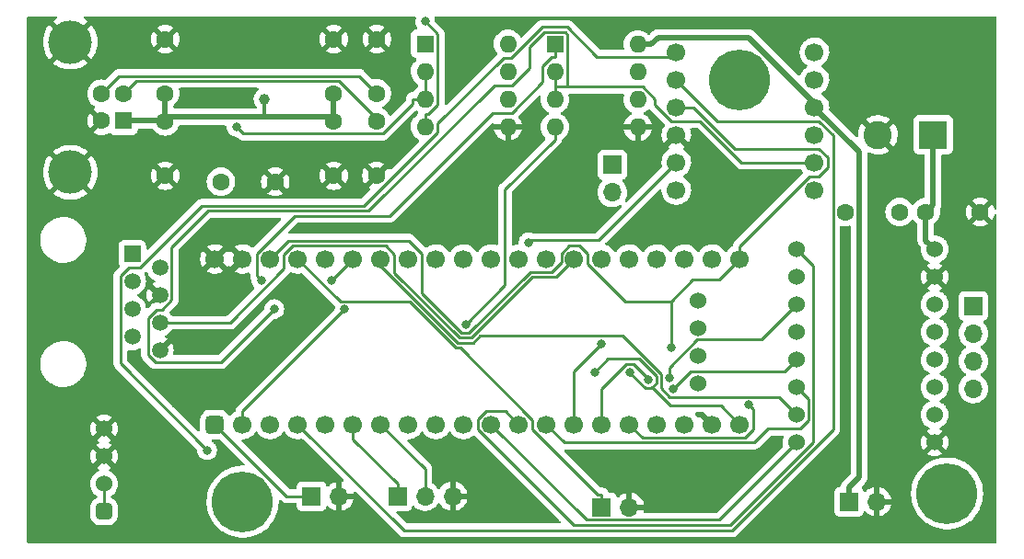
<source format=gbr>
%TF.GenerationSoftware,KiCad,Pcbnew,(6.0.1)*%
%TF.CreationDate,2022-02-21T12:58:46+02:00*%
%TF.ProjectId,RegulusFocuser-V1,52656775-6c75-4734-966f-63757365722d,rev?*%
%TF.SameCoordinates,Original*%
%TF.FileFunction,Copper,L2,Bot*%
%TF.FilePolarity,Positive*%
%FSLAX46Y46*%
G04 Gerber Fmt 4.6, Leading zero omitted, Abs format (unit mm)*
G04 Created by KiCad (PCBNEW (6.0.1)) date 2022-02-21 12:58:46*
%MOMM*%
%LPD*%
G01*
G04 APERTURE LIST*
G04 Aperture macros list*
%AMRoundRect*
0 Rectangle with rounded corners*
0 $1 Rounding radius*
0 $2 $3 $4 $5 $6 $7 $8 $9 X,Y pos of 4 corners*
0 Add a 4 corners polygon primitive as box body*
4,1,4,$2,$3,$4,$5,$6,$7,$8,$9,$2,$3,0*
0 Add four circle primitives for the rounded corners*
1,1,$1+$1,$2,$3*
1,1,$1+$1,$4,$5*
1,1,$1+$1,$6,$7*
1,1,$1+$1,$8,$9*
0 Add four rect primitives between the rounded corners*
20,1,$1+$1,$2,$3,$4,$5,0*
20,1,$1+$1,$4,$5,$6,$7,0*
20,1,$1+$1,$6,$7,$8,$9,0*
20,1,$1+$1,$8,$9,$2,$3,0*%
G04 Aperture macros list end*
%TA.AperFunction,ComponentPad*%
%ADD10C,1.600000*%
%TD*%
%TA.AperFunction,ComponentPad*%
%ADD11RoundRect,0.425000X-0.425000X0.425000X-0.425000X-0.425000X0.425000X-0.425000X0.425000X0.425000X0*%
%TD*%
%TA.AperFunction,ComponentPad*%
%ADD12C,1.700000*%
%TD*%
%TA.AperFunction,ComponentPad*%
%ADD13C,1.524000*%
%TD*%
%TA.AperFunction,ComponentPad*%
%ADD14R,1.600000X1.600000*%
%TD*%
%TA.AperFunction,ComponentPad*%
%ADD15C,4.000000*%
%TD*%
%TA.AperFunction,ComponentPad*%
%ADD16C,5.600000*%
%TD*%
%TA.AperFunction,ComponentPad*%
%ADD17R,1.700000X1.700000*%
%TD*%
%TA.AperFunction,ComponentPad*%
%ADD18O,1.700000X1.700000*%
%TD*%
%TA.AperFunction,ComponentPad*%
%ADD19O,1.600000X1.600000*%
%TD*%
%TA.AperFunction,ComponentPad*%
%ADD20R,1.500000X1.500000*%
%TD*%
%TA.AperFunction,ComponentPad*%
%ADD21C,1.500000*%
%TD*%
%TA.AperFunction,ComponentPad*%
%ADD22R,2.600000X2.600000*%
%TD*%
%TA.AperFunction,ComponentPad*%
%ADD23C,2.600000*%
%TD*%
%TA.AperFunction,ComponentPad*%
%ADD24RoundRect,0.381000X0.381000X0.381000X-0.381000X0.381000X-0.381000X-0.381000X0.381000X-0.381000X0*%
%TD*%
%TA.AperFunction,ViaPad*%
%ADD25C,1.000000*%
%TD*%
%TA.AperFunction,ViaPad*%
%ADD26C,0.800000*%
%TD*%
%TA.AperFunction,Conductor*%
%ADD27C,0.250000*%
%TD*%
%TA.AperFunction,Conductor*%
%ADD28C,0.500000*%
%TD*%
%TA.AperFunction,Conductor*%
%ADD29C,0.300000*%
%TD*%
G04 APERTURE END LIST*
D10*
%TO.P,C4,1*%
%TO.N,Net-(C4-Pad1)*%
X131699000Y-76240000D03*
%TO.P,C4,2*%
%TO.N,GND*%
X131699000Y-81240000D03*
%TD*%
D11*
%TO.P,MC1,1,PB12*%
%TO.N,/LimiterSwitch*%
X116840000Y-104140000D03*
D12*
%TO.P,MC1,2,PB13*%
%TO.N,/L485DE*%
X119380000Y-104140000D03*
%TO.P,MC1,3,PB14*%
%TO.N,/L485RO*%
X121920000Y-104140000D03*
%TO.P,MC1,4,PB15*%
%TO.N,/L485DI*%
X124460000Y-104140000D03*
%TO.P,MC1,5,PA8*%
%TO.N,unconnected-(MC1-Pad5)*%
X127000000Y-104140000D03*
%TO.P,MC1,6,PA9*%
%TO.N,/TX1*%
X129540000Y-104140000D03*
%TO.P,MC1,7,PA10*%
%TO.N,/RX1*%
X132080000Y-104140000D03*
%TO.P,MC1,8,PA11*%
%TO.N,unconnected-(MC1-Pad8)*%
X134620000Y-104140000D03*
%TO.P,MC1,9,PA12*%
%TO.N,unconnected-(MC1-Pad9)*%
X137160000Y-104140000D03*
%TO.P,MC1,10,PA15*%
%TO.N,unconnected-(MC1-Pad10)*%
X139700000Y-104140000D03*
%TO.P,MC1,11,PB3*%
%TO.N,/Direction*%
X142240000Y-104140000D03*
%TO.P,MC1,12,PB4*%
%TO.N,/Enable*%
X144780000Y-104140000D03*
%TO.P,MC1,13,PB5*%
%TO.N,/STDBY*%
X147320000Y-104140000D03*
%TO.P,MC1,14,PB6*%
%TO.N,/M1*%
X149860000Y-104140000D03*
%TO.P,MC1,15,PB7*%
%TO.N,/M2*%
X152400000Y-104140000D03*
%TO.P,MC1,16,PB8*%
%TO.N,/M3*%
X154940000Y-104140000D03*
%TO.P,MC1,17,PB9*%
%TO.N,/FLT*%
X157480000Y-104140000D03*
%TO.P,MC1,18,5V*%
%TO.N,/5V*%
X160020000Y-104140000D03*
%TO.P,MC1,19,GND*%
%TO.N,GND*%
X162560000Y-104140000D03*
%TO.P,MC1,20,3V3*%
%TO.N,/3V3*%
X165100000Y-104140000D03*
%TO.P,MC1,21,VBAT*%
X165100000Y-88900000D03*
%TO.P,MC1,22,PC13*%
%TO.N,unconnected-(MC1-Pad22)*%
X162560000Y-88900000D03*
%TO.P,MC1,23,PC14*%
%TO.N,unconnected-(MC1-Pad23)*%
X160020000Y-88900000D03*
%TO.P,MC1,24,PC15*%
%TO.N,unconnected-(MC1-Pad24)*%
X157480000Y-88900000D03*
%TO.P,MC1,25,PA0*%
%TO.N,/Buzzer*%
X154940000Y-88900000D03*
%TO.P,MC1,26,PA1*%
%TO.N,/EncClk*%
X152400000Y-88900000D03*
%TO.P,MC1,27,PA2*%
%TO.N,/EncDt*%
X149860000Y-88900000D03*
%TO.P,MC1,28,PA3*%
%TO.N,/EncSw*%
X147320000Y-88900000D03*
%TO.P,MC1,29,PA4*%
%TO.N,unconnected-(MC1-Pad29)*%
X144780000Y-88900000D03*
%TO.P,MC1,30,PA5*%
%TO.N,unconnected-(MC1-Pad30)*%
X142240000Y-88900000D03*
%TO.P,MC1,31,PA6*%
%TO.N,unconnected-(MC1-Pad31)*%
X139700000Y-88900000D03*
%TO.P,MC1,32,PA7*%
%TO.N,unconnected-(MC1-Pad32)*%
X137160000Y-88900000D03*
%TO.P,MC1,33,PB0*%
%TO.N,unconnected-(MC1-Pad33)*%
X134620000Y-88900000D03*
%TO.P,MC1,34,PB1*%
%TO.N,/Step*%
X132080000Y-88900000D03*
%TO.P,MC1,35,PB10*%
%TO.N,/SCL-2*%
X129540000Y-88900000D03*
%TO.P,MC1,36,PB11*%
%TO.N,/SDA-2*%
X127000000Y-88900000D03*
%TO.P,MC1,37,Reset*%
%TO.N,/Reset*%
X124460000Y-88900000D03*
%TO.P,MC1,38,3V3*%
%TO.N,/3V3*%
X121920000Y-88900000D03*
%TO.P,MC1,39,GND*%
%TO.N,GND*%
X119380000Y-88900000D03*
%TO.P,MC1,40,GND*%
X116840000Y-88900000D03*
D13*
%TO.P,MC1,41,3V3*%
%TO.N,unconnected-(MC1-Pad41)*%
X161290000Y-100330000D03*
%TO.P,MC1,42,SWDIO_PA13*%
%TO.N,unconnected-(MC1-Pad42)*%
X161290000Y-97790000D03*
%TO.P,MC1,43,SWCLK_PA14*%
%TO.N,unconnected-(MC1-Pad43)*%
X161290000Y-95250000D03*
%TO.P,MC1,44,GND*%
%TO.N,unconnected-(MC1-Pad44)*%
X161290000Y-92710000D03*
%TD*%
D10*
%TO.P,C2,1*%
%TO.N,/5V*%
X112268000Y-76240000D03*
%TO.P,C2,2*%
%TO.N,GND*%
X112268000Y-81240000D03*
%TD*%
%TO.P,C3,1*%
%TO.N,Net-(C3-Pad1)*%
X131724400Y-73660000D03*
%TO.P,C3,2*%
%TO.N,GND*%
X131724400Y-68660000D03*
%TD*%
D12*
%TO.P,U3,1,LV1*%
%TO.N,/L485RO*%
X159258000Y-69850000D03*
%TO.P,U3,2,LV2*%
%TO.N,/L485DI*%
X159258000Y-72390000D03*
%TO.P,U3,3,LV*%
%TO.N,/3V3*%
X159258000Y-74930000D03*
%TO.P,U3,4,GND*%
%TO.N,GND*%
X159258000Y-77470000D03*
%TO.P,U3,5,LV3*%
%TO.N,/L485DE*%
X159258000Y-80010000D03*
%TO.P,U3,6,LV4*%
%TO.N,unconnected-(U3-Pad6)*%
X159258000Y-82550000D03*
%TO.P,U3,7,HV4*%
%TO.N,unconnected-(U3-Pad7)*%
X171958000Y-82550000D03*
%TO.P,U3,8,HV3*%
%TO.N,/485DE*%
X171958000Y-80010000D03*
%TO.P,U3,9,GND*%
%TO.N,GND*%
X171958000Y-77470000D03*
%TO.P,U3,10,HV*%
%TO.N,/5V*%
X171958000Y-74930000D03*
%TO.P,U3,11,HV2*%
%TO.N,/485DI*%
X171958000Y-72390000D03*
%TO.P,U3,12,HV1*%
%TO.N,/485RO*%
X171958000Y-69850000D03*
%TD*%
D10*
%TO.P,C9,1*%
%TO.N,GND*%
X174792000Y-84582000D03*
%TO.P,C9,2*%
%TO.N,Net-(C8-Pad2)*%
X179792000Y-84582000D03*
%TD*%
D14*
%TO.P,J1,1,VBUS*%
%TO.N,/5V*%
X108407500Y-76180000D03*
D10*
%TO.P,J1,2,D-*%
%TO.N,Net-(C4-Pad1)*%
X108407500Y-73680000D03*
%TO.P,J1,3,D+*%
%TO.N,Net-(C3-Pad1)*%
X106407500Y-73680000D03*
%TO.P,J1,4,GND*%
%TO.N,GND*%
X106407500Y-76180000D03*
D15*
%TO.P,J1,5,Shield*%
X103547500Y-80930000D03*
X103547500Y-68930000D03*
%TD*%
D16*
%TO.P,MH2,1*%
%TO.N,N/C*%
X119380000Y-111252000D03*
%TD*%
D17*
%TO.P,J4,1,Pin_1*%
%TO.N,/MODBUS+*%
X153369100Y-80247200D03*
D18*
%TO.P,J4,2,Pin_2*%
%TO.N,Net-(J4-Pad2)*%
X153369100Y-82787200D03*
%TD*%
D17*
%TO.P,J8,1,Pin_1*%
%TO.N,/LimiterSwitch*%
X125725000Y-110744000D03*
D18*
%TO.P,J8,2,Pin_2*%
%TO.N,GND*%
X128265000Y-110744000D03*
%TD*%
D14*
%TO.P,U4,1,RO*%
%TO.N,Net-(U1-Pad5)*%
X136154000Y-69098000D03*
D19*
%TO.P,U4,2,~{RE}*%
%TO.N,Net-(U1-Pad13)*%
X136154000Y-71638000D03*
%TO.P,U4,3,DE*%
X136154000Y-74178000D03*
%TO.P,U4,4,DI*%
%TO.N,Net-(U1-Pad1)*%
X136154000Y-76718000D03*
%TO.P,U4,5,GND*%
%TO.N,GND*%
X143774000Y-76718000D03*
%TO.P,U4,6,A*%
%TO.N,/MODBUS+*%
X143774000Y-74178000D03*
%TO.P,U4,7,B*%
%TO.N,/MODBUS-*%
X143774000Y-71638000D03*
%TO.P,U4,8,VCC*%
%TO.N,/5V*%
X143774000Y-69098000D03*
%TD*%
D17*
%TO.P,J7,1,Pin_1*%
%TO.N,/5V*%
X175128000Y-111252000D03*
D18*
%TO.P,J7,2,Pin_2*%
%TO.N,GND*%
X177668000Y-111252000D03*
%TD*%
D16*
%TO.P,MH1,1*%
%TO.N,N/C*%
X165100000Y-72390000D03*
%TD*%
D20*
%TO.P,J2,1*%
%TO.N,/SDA-2*%
X109240000Y-88427500D03*
D21*
%TO.P,J2,2*%
%TO.N,/SCL-2*%
X111780000Y-89697500D03*
%TO.P,J2,3*%
%TO.N,/3V3*%
X109240000Y-90967500D03*
%TO.P,J2,4*%
%TO.N,GND*%
X111780000Y-92237500D03*
%TO.P,J2,5*%
%TO.N,/EncClk*%
X109240000Y-93507500D03*
%TO.P,J2,6*%
%TO.N,/EncDt*%
X111780000Y-94777500D03*
%TO.P,J2,7*%
%TO.N,/EncSw*%
X109240000Y-96047500D03*
%TO.P,J2,8*%
%TO.N,GND*%
X111780000Y-97317500D03*
%TD*%
D13*
%TO.P,U5,1,EN*%
%TO.N,/Enable*%
X170307000Y-88011000D03*
%TO.P,U5,2,M1*%
%TO.N,/M1*%
X170307000Y-90551000D03*
%TO.P,U5,3,M2*%
%TO.N,/M2*%
X170307000Y-93091000D03*
%TO.P,U5,4,M3*%
%TO.N,/M3*%
X170307000Y-95631000D03*
%TO.P,U5,5,FLT*%
%TO.N,/FLT*%
X170307000Y-98171000D03*
%TO.P,U5,6,STDBY*%
%TO.N,/STDBY*%
X170307000Y-100711000D03*
%TO.P,U5,7,STEP*%
%TO.N,/Step*%
X170307000Y-103251000D03*
%TO.P,U5,8,DIRECTION*%
%TO.N,/Direction*%
X170307000Y-105791000D03*
%TO.P,U5,9,GND*%
%TO.N,GND*%
X183007000Y-105791000D03*
%TO.P,U5,10,VCC*%
%TO.N,/3V3*%
X183007000Y-103251000D03*
%TO.P,U5,11,A1*%
%TO.N,Net-(J6-Pad4)*%
X183007000Y-100711000D03*
%TO.P,U5,12,A2*%
%TO.N,Net-(J6-Pad3)*%
X183007000Y-98171000D03*
%TO.P,U5,13,B2*%
%TO.N,Net-(J6-Pad2)*%
X183007000Y-95631000D03*
%TO.P,U5,14,B1*%
%TO.N,Net-(J6-Pad1)*%
X183007000Y-93091000D03*
%TO.P,U5,15,GND*%
%TO.N,GND*%
X183007000Y-90551000D03*
%TO.P,U5,16,VMOT*%
%TO.N,Net-(C8-Pad2)*%
X183007000Y-88011000D03*
%TD*%
D22*
%TO.P,J5,1,Pin_1*%
%TO.N,Net-(C8-Pad2)*%
X182880100Y-77470000D03*
D23*
%TO.P,J5,2,Pin_2*%
%TO.N,GND*%
X177800100Y-77470000D03*
%TD*%
D10*
%TO.P,C5,1*%
%TO.N,Net-(C5-Pad1)*%
X117388000Y-81788000D03*
%TO.P,C5,2*%
%TO.N,GND*%
X122388000Y-81788000D03*
%TD*%
%TO.P,C1,1*%
%TO.N,/5V*%
X112268000Y-73660000D03*
%TO.P,C1,2*%
%TO.N,GND*%
X112268000Y-68660000D03*
%TD*%
%TO.P,C7,1*%
%TO.N,/5V*%
X127762000Y-73660000D03*
%TO.P,C7,2*%
%TO.N,GND*%
X127762000Y-68660000D03*
%TD*%
D16*
%TO.P,MH3,1*%
%TO.N,N/C*%
X184150000Y-110500000D03*
%TD*%
D14*
%TO.P,U2,1,RO*%
%TO.N,/485RO*%
X148092000Y-69146000D03*
D19*
%TO.P,U2,2,~{RE}*%
%TO.N,/485DE*%
X148092000Y-71686000D03*
%TO.P,U2,3,DE*%
X148092000Y-74226000D03*
%TO.P,U2,4,DI*%
%TO.N,/485DI*%
X148092000Y-76766000D03*
%TO.P,U2,5,GND*%
%TO.N,GND*%
X155712000Y-76766000D03*
%TO.P,U2,6,A*%
%TO.N,/MODBUS+*%
X155712000Y-74226000D03*
%TO.P,U2,7,B*%
%TO.N,/MODBUS-*%
X155712000Y-71686000D03*
%TO.P,U2,8,VCC*%
%TO.N,/5V*%
X155712000Y-69146000D03*
%TD*%
D10*
%TO.P,C6,1*%
%TO.N,/5V*%
X127762000Y-76240000D03*
%TO.P,C6,2*%
%TO.N,GND*%
X127762000Y-81240000D03*
%TD*%
%TO.P,C8,1*%
%TO.N,GND*%
X187198000Y-84582000D03*
%TO.P,C8,2*%
%TO.N,Net-(C8-Pad2)*%
X182198000Y-84582000D03*
%TD*%
D17*
%TO.P,J9,1,Pin_1*%
%TO.N,/Reset*%
X152400000Y-111760000D03*
D18*
%TO.P,J9,2,Pin_2*%
%TO.N,GND*%
X154940000Y-111760000D03*
%TD*%
D17*
%TO.P,J3,1,Pin_1*%
%TO.N,/TX1*%
X133619000Y-110744000D03*
D18*
%TO.P,J3,2,Pin_2*%
%TO.N,/RX1*%
X136159000Y-110744000D03*
%TO.P,J3,3,Pin_3*%
%TO.N,GND*%
X138699000Y-110744000D03*
%TD*%
D13*
%TO.P,BZ1,1,-*%
%TO.N,/Buzzer*%
X106644200Y-109614100D03*
D24*
X106644200Y-112154100D03*
D13*
%TO.P,BZ1,2,+*%
%TO.N,GND*%
X106644200Y-107074100D03*
X106644200Y-104534100D03*
%TD*%
D17*
%TO.P,J6,1,Pin_1*%
%TO.N,Net-(J6-Pad1)*%
X186563000Y-93218000D03*
D18*
%TO.P,J6,2,Pin_2*%
%TO.N,Net-(J6-Pad2)*%
X186563000Y-95758000D03*
%TO.P,J6,3,Pin_3*%
%TO.N,Net-(J6-Pad3)*%
X186563000Y-98298000D03*
%TO.P,J6,4,Pin_4*%
%TO.N,Net-(J6-Pad4)*%
X186563000Y-100838000D03*
%TD*%
D25*
%TO.N,GND*%
X126579744Y-86057901D03*
X105664000Y-92710000D03*
X166116000Y-107696000D03*
X118364000Y-73660000D03*
X115316000Y-92456000D03*
X121407376Y-69594434D03*
X113284000Y-102108000D03*
X162052000Y-86360000D03*
%TO.N,/5V*%
X121412000Y-74168000D03*
D26*
%TO.N,/SCL-2*%
X127563300Y-90898100D03*
%TO.N,/3V3*%
X151766800Y-99336900D03*
X155026900Y-99327900D03*
X158781800Y-97105100D03*
%TO.N,/L485DE*%
X145683500Y-87378200D03*
X128763100Y-93538900D03*
%TO.N,/L485RO*%
X116120200Y-106507900D03*
%TO.N,/M1*%
X152400000Y-96697400D03*
%TO.N,/M2*%
X158592900Y-99871800D03*
X156678100Y-100025300D03*
%TO.N,/M3*%
X165877400Y-102342300D03*
%TO.N,/FLT*%
X158950500Y-100886000D03*
%TO.N,/485RO*%
X121095300Y-90878000D03*
%TO.N,/485DE*%
X122290100Y-93518300D03*
%TO.N,/485DI*%
X139876900Y-94970000D03*
%TO.N,Net-(U1-Pad1)*%
X136160200Y-67030600D03*
%TO.N,Net-(U1-Pad13)*%
X118812900Y-76727000D03*
%TD*%
D27*
%TO.N,/Buzzer*%
X106644200Y-112154100D02*
X106644200Y-109614100D01*
D28*
%TO.N,/5V*%
X112268000Y-76180000D02*
X112268000Y-76240000D01*
X176059800Y-109019900D02*
X176059800Y-79031800D01*
D29*
X121412000Y-74168000D02*
X121412000Y-75692000D01*
D28*
X112268000Y-75840700D02*
X112268000Y-76180000D01*
X165885900Y-68503600D02*
X157604700Y-68503600D01*
D29*
X121412000Y-75692000D02*
X121560700Y-75840700D01*
D28*
X157604700Y-68503600D02*
X156962300Y-69146000D01*
X171958000Y-74930000D02*
X171958000Y-74575700D01*
X175128000Y-111252000D02*
X175128000Y-109951700D01*
X127762000Y-76240000D02*
X127362700Y-75840700D01*
X176059800Y-79031800D02*
X171958000Y-74930000D01*
X127762000Y-73660000D02*
X127762000Y-76240000D01*
X155712000Y-69146000D02*
X156962300Y-69146000D01*
X171958000Y-74575700D02*
X165885900Y-68503600D01*
X112268000Y-73660000D02*
X112268000Y-75840700D01*
X108407500Y-76180000D02*
X112268000Y-76180000D01*
X175128000Y-109951700D02*
X176059800Y-109019900D01*
X127362700Y-75840700D02*
X121560700Y-75840700D01*
X121560700Y-75840700D02*
X112268000Y-75840700D01*
D27*
%TO.N,Net-(C3-Pad1)*%
X130112700Y-72048300D02*
X108039200Y-72048300D01*
X131724400Y-73660000D02*
X130112700Y-72048300D01*
X108039200Y-72048300D02*
X106407500Y-73680000D01*
%TO.N,Net-(C4-Pad1)*%
X131699000Y-75994600D02*
X131699000Y-76240000D01*
X108407500Y-73680000D02*
X109588900Y-72498600D01*
X109588900Y-72498600D02*
X128203000Y-72498600D01*
X128203000Y-72498600D02*
X131699000Y-75994600D01*
%TO.N,/SCL-2*%
X129540000Y-88921400D02*
X129540000Y-88900000D01*
X127563300Y-90898100D02*
X129540000Y-88921400D01*
%TO.N,/3V3*%
X155801400Y-98106300D02*
X152997400Y-98106300D01*
X157403400Y-99708300D02*
X155801400Y-98106300D01*
X151130000Y-89377900D02*
X151130000Y-88439000D01*
X172359700Y-81280000D02*
X171539600Y-81280000D01*
X150360600Y-87669600D02*
X149428200Y-87669600D01*
X154542700Y-92790600D02*
X151130000Y-89377900D01*
X160831300Y-74930000D02*
X164641300Y-78740000D01*
X135890000Y-88433800D02*
X134661600Y-87205400D01*
X157055600Y-100732600D02*
X158713300Y-102390400D01*
X156968500Y-100819700D02*
X157055600Y-100732600D01*
X134661600Y-87205400D02*
X123614600Y-87205400D01*
X163164000Y-90836000D02*
X160736400Y-90836000D01*
X173166300Y-80473400D02*
X172359700Y-81280000D01*
X159258000Y-74930000D02*
X160831300Y-74930000D01*
X165100000Y-88900000D02*
X163164000Y-90836000D01*
X155026900Y-99399800D02*
X156446800Y-100819700D01*
X140208200Y-95714800D02*
X139531700Y-95714800D01*
X123614600Y-87205400D02*
X121920000Y-88900000D01*
X156446800Y-100819700D02*
X156968500Y-100819700D01*
X148684600Y-88413200D02*
X148684600Y-89216400D01*
X163350400Y-102390400D02*
X165100000Y-104140000D01*
X164641300Y-78740000D02*
X172378700Y-78740000D01*
X155026900Y-99327900D02*
X155026900Y-99399800D01*
X158781800Y-92790600D02*
X158781800Y-97105100D01*
X165100000Y-87719600D02*
X165100000Y-88900000D01*
X172378700Y-78740000D02*
X173166300Y-79527600D01*
X160736400Y-90836000D02*
X158781800Y-92790600D01*
X147812800Y-90088200D02*
X145834800Y-90088200D01*
X151130000Y-88439000D02*
X150360600Y-87669600D01*
X152997400Y-98106300D02*
X151766800Y-99336900D01*
X157403400Y-100384800D02*
X157403400Y-99708300D01*
X171539600Y-81280000D02*
X165100000Y-87719600D01*
X157055600Y-100732600D02*
X157403400Y-100384800D01*
X173166300Y-79527600D02*
X173166300Y-80473400D01*
X149428200Y-87669600D02*
X148684600Y-88413200D01*
X139531700Y-95714800D02*
X135890000Y-92073100D01*
X158713300Y-102390400D02*
X163350400Y-102390400D01*
X158781800Y-92790600D02*
X154542700Y-92790600D01*
X148684600Y-89216400D02*
X147812800Y-90088200D01*
X135890000Y-92073100D02*
X135890000Y-88433800D01*
X145834800Y-90088200D02*
X140208200Y-95714800D01*
%TO.N,/EncDt*%
X111780000Y-94777500D02*
X118221600Y-94777500D01*
X133350000Y-90170000D02*
X139345100Y-96165100D01*
X139345100Y-96165100D02*
X140394800Y-96165100D01*
X123190000Y-88497900D02*
X124003100Y-87684800D01*
X133350000Y-88483800D02*
X133350000Y-90170000D01*
X148221500Y-90538500D02*
X149860000Y-88900000D01*
X146021400Y-90538500D02*
X148221500Y-90538500D01*
X123190000Y-89809100D02*
X123190000Y-88497900D01*
X124003100Y-87684800D02*
X132551000Y-87684800D01*
X140394800Y-96165100D02*
X146021400Y-90538500D01*
X118221600Y-94777500D02*
X123190000Y-89809100D01*
X132551000Y-87684800D02*
X133350000Y-88483800D01*
%TO.N,/TX1*%
X133619000Y-110744000D02*
X133619000Y-109568700D01*
X129540000Y-105489700D02*
X129540000Y-104140000D01*
X133619000Y-109568700D02*
X129540000Y-105489700D01*
%TO.N,/RX1*%
X136159000Y-110744000D02*
X136159000Y-108219000D01*
X136159000Y-108219000D02*
X132080000Y-104140000D01*
%TO.N,/LimiterSwitch*%
X125725000Y-110744000D02*
X123444000Y-110744000D01*
X123444000Y-110744000D02*
X116840000Y-104140000D01*
%TO.N,/Reset*%
X124460000Y-88900000D02*
X128373600Y-92813600D01*
X152032700Y-110584700D02*
X152400000Y-110584700D01*
X134719800Y-92813600D02*
X138971900Y-97065700D01*
X139387000Y-97065700D02*
X146050000Y-103728700D01*
X138971900Y-97065700D02*
X139387000Y-97065700D01*
X152400000Y-111760000D02*
X152400000Y-110584700D01*
X146050000Y-103728700D02*
X146050000Y-104602000D01*
X146050000Y-104602000D02*
X152032700Y-110584700D01*
X128373600Y-92813600D02*
X134719800Y-92813600D01*
%TO.N,/L485DE*%
X159258000Y-80010000D02*
X152076600Y-87191400D01*
X145870300Y-87191400D02*
X145683500Y-87378200D01*
X128763100Y-93538900D02*
X119380000Y-102922000D01*
X119380000Y-102922000D02*
X119380000Y-104140000D01*
X152076600Y-87191400D02*
X145870300Y-87191400D01*
%TO.N,/L485RO*%
X143378400Y-70368000D02*
X137310900Y-76435500D01*
X149223800Y-67525500D02*
X146950800Y-67525500D01*
X151972800Y-70274500D02*
X149223800Y-67525500D01*
X115610100Y-84017500D02*
X109946900Y-89680700D01*
X108152400Y-90443600D02*
X108152400Y-98540100D01*
X146950800Y-67525500D02*
X144108300Y-70368000D01*
X108152400Y-98540100D02*
X116120200Y-106507900D01*
X108915300Y-89680700D02*
X108152400Y-90443600D01*
X109946900Y-89680700D02*
X108915300Y-89680700D01*
X137310900Y-76435500D02*
X137310900Y-77229400D01*
X137310900Y-77229400D02*
X130522800Y-84017500D01*
X159258000Y-69850000D02*
X158833500Y-70274500D01*
X158833500Y-70274500D02*
X151972800Y-70274500D01*
X130522800Y-84017500D02*
X115610100Y-84017500D01*
X144108300Y-70368000D02*
X143378400Y-70368000D01*
%TO.N,/L485DI*%
X173666600Y-104617200D02*
X164394400Y-113889400D01*
X164394400Y-113889400D02*
X134209400Y-113889400D01*
X163068000Y-76200000D02*
X172358000Y-76200000D01*
X173666600Y-77508600D02*
X173666600Y-104617200D01*
X172358000Y-76200000D02*
X173666600Y-77508600D01*
X159258000Y-72390000D02*
X163068000Y-76200000D01*
X134209400Y-113889400D02*
X124460000Y-104140000D01*
%TO.N,/Direction*%
X151035400Y-112935400D02*
X142240000Y-104140000D01*
X170307000Y-105791000D02*
X163162600Y-112935400D01*
X163162600Y-112935400D02*
X151035400Y-112935400D01*
%TO.N,/Enable*%
X141059900Y-103635900D02*
X141790700Y-102905100D01*
X164253800Y-113393100D02*
X149828800Y-113393100D01*
X171852500Y-105794400D02*
X164253800Y-113393100D01*
X141059900Y-104624200D02*
X141059900Y-103635900D01*
X143545100Y-102905100D02*
X144780000Y-104140000D01*
X149828800Y-113393100D02*
X141059900Y-104624200D01*
X170307000Y-88011000D02*
X171852500Y-89556500D01*
X141790700Y-102905100D02*
X143545100Y-102905100D01*
X171852500Y-89556500D02*
X171852500Y-105794400D01*
%TO.N,/STDBY*%
X167710400Y-104521000D02*
X170611000Y-104521000D01*
X171396800Y-101800800D02*
X170307000Y-100711000D01*
X148974700Y-105794700D02*
X166436700Y-105794700D01*
X147320000Y-104140000D02*
X148974700Y-105794700D01*
X166436700Y-105794700D02*
X167710400Y-104521000D01*
X170611000Y-104521000D02*
X171396800Y-103735200D01*
X171396800Y-103735200D02*
X171396800Y-101800800D01*
%TO.N,/M1*%
X152400000Y-96697400D02*
X149860000Y-99237400D01*
X149860000Y-99237400D02*
X149860000Y-104140000D01*
%TO.N,/M2*%
X155323000Y-98583100D02*
X154672100Y-98583100D01*
X152400000Y-100855200D02*
X152400000Y-104140000D01*
X156678100Y-99938200D02*
X155323000Y-98583100D01*
X158592900Y-98901400D02*
X158592900Y-99871800D01*
X156678100Y-100025300D02*
X156678100Y-99938200D01*
X161156900Y-96337400D02*
X158592900Y-98901400D01*
X167060600Y-96337400D02*
X161156900Y-96337400D01*
X170307000Y-93091000D02*
X167060600Y-96337400D01*
X154672100Y-98583100D02*
X152400000Y-100855200D01*
%TO.N,/M3*%
X156144400Y-105344400D02*
X165567600Y-105344400D01*
X154940000Y-104140000D02*
X156144400Y-105344400D01*
X165567600Y-105344400D02*
X166296900Y-104615100D01*
X166296900Y-102761800D02*
X165877400Y-102342300D01*
X166296900Y-104615100D02*
X166296900Y-102761800D01*
%TO.N,/FLT*%
X170307000Y-98171000D02*
X169235400Y-99242600D01*
X160593900Y-99242600D02*
X158950500Y-100886000D01*
X169235400Y-99242600D02*
X160593900Y-99242600D01*
%TO.N,/Step*%
X140581400Y-96615400D02*
X141228700Y-95968100D01*
X158650100Y-101611300D02*
X168667300Y-101611300D01*
X154300200Y-95968100D02*
X157853700Y-99521600D01*
X132080000Y-88900000D02*
X132080000Y-89536900D01*
X157853700Y-99521600D02*
X157853700Y-100814900D01*
X132080000Y-89536900D02*
X139158500Y-96615400D01*
X141228700Y-95968100D02*
X154300200Y-95968100D01*
X168667300Y-101611300D02*
X170307000Y-103251000D01*
X139158500Y-96615400D02*
X140581400Y-96615400D01*
X157853700Y-100814900D02*
X158650100Y-101611300D01*
%TO.N,/485RO*%
X147810600Y-70271300D02*
X148092000Y-70271300D01*
X132884800Y-84918100D02*
X142354900Y-75448000D01*
X148092000Y-69146000D02*
X148092000Y-70271300D01*
X121095300Y-90878000D02*
X120702200Y-90484900D01*
X144131200Y-75448000D02*
X146966700Y-72612500D01*
X146966700Y-72612500D02*
X146966700Y-71115200D01*
X120702200Y-88402800D02*
X124186900Y-84918100D01*
X120702200Y-90484900D02*
X120702200Y-88402800D01*
X124186900Y-84918100D02*
X132884800Y-84918100D01*
X142354900Y-75448000D02*
X144131200Y-75448000D01*
X146966700Y-71115200D02*
X147810600Y-70271300D01*
%TO.N,/485DE*%
X117397700Y-98410700D02*
X111351200Y-98410700D01*
X157291000Y-74679900D02*
X158811100Y-76200000D01*
X111351200Y-98410700D02*
X110688700Y-97748200D01*
X148092000Y-73032100D02*
X149268700Y-73032100D01*
X149042800Y-68020600D02*
X149268700Y-68246500D01*
X161464400Y-76200000D02*
X165274400Y-80010000D01*
X142533900Y-72908000D02*
X144167500Y-72908000D01*
X144167500Y-72908000D02*
X145740600Y-71334900D01*
X145740600Y-71334900D02*
X145740600Y-69372600D01*
X157291000Y-74173100D02*
X157291000Y-74679900D01*
X149268700Y-73032100D02*
X156150000Y-73032100D01*
X149268700Y-68246500D02*
X149268700Y-73032100D01*
X112855400Y-87804600D02*
X116192200Y-84467800D01*
X116192200Y-84467800D02*
X130974100Y-84467800D01*
X148092000Y-73032100D02*
X148092000Y-71686000D01*
X111442500Y-93563800D02*
X111984600Y-93563800D01*
X156150000Y-73032100D02*
X157291000Y-74173100D01*
X147092600Y-68020600D02*
X149042800Y-68020600D01*
X130974100Y-84467800D02*
X142533900Y-72908000D01*
X148092000Y-74226000D02*
X148092000Y-73032100D01*
X145740600Y-69372600D02*
X147092600Y-68020600D01*
X110688700Y-97748200D02*
X110688700Y-94317600D01*
X122290100Y-93518300D02*
X117397700Y-98410700D01*
X112855400Y-92693000D02*
X112855400Y-87804600D01*
X165274400Y-80010000D02*
X171958000Y-80010000D01*
X111984600Y-93563800D02*
X112855400Y-92693000D01*
X158811100Y-76200000D02*
X161464400Y-76200000D01*
X110688700Y-94317600D02*
X111442500Y-93563800D01*
%TO.N,/485DI*%
X148092000Y-77891300D02*
X143510000Y-82473300D01*
X143510000Y-91336900D02*
X139876900Y-94970000D01*
X143510000Y-82473300D02*
X143510000Y-91336900D01*
X148092000Y-76766000D02*
X148092000Y-77891300D01*
%TO.N,Net-(U1-Pad1)*%
X136154000Y-75592700D02*
X136435300Y-75592700D01*
X137311100Y-74716900D02*
X137311100Y-68181500D01*
X136435300Y-75592700D02*
X137311100Y-74716900D01*
X137311100Y-68181500D02*
X136160200Y-67030600D01*
X136154000Y-76718000D02*
X136154000Y-75592700D01*
%TO.N,Net-(U1-Pad13)*%
X135028700Y-74178000D02*
X135028700Y-74600000D01*
X119451300Y-77365400D02*
X118812900Y-76727000D01*
X135591400Y-74178000D02*
X135028700Y-74178000D01*
X135591400Y-74178000D02*
X136154000Y-73615400D01*
X136154000Y-74178000D02*
X135591400Y-74178000D01*
X136154000Y-73615400D02*
X136154000Y-71638000D01*
X132263300Y-77365400D02*
X119451300Y-77365400D01*
X135028700Y-74600000D02*
X132263300Y-77365400D01*
D28*
%TO.N,Net-(C8-Pad2)*%
X182880100Y-83899900D02*
X182198000Y-84582000D01*
X183007000Y-88011000D02*
X182198000Y-87202000D01*
X182880100Y-77470000D02*
X182880100Y-83899900D01*
X182198000Y-87202000D02*
X182198000Y-84582000D01*
%TD*%
%TA.AperFunction,Conductor*%
%TO.N,GND*%
G36*
X102251745Y-66568002D02*
G01*
X102298238Y-66621658D01*
X102308342Y-66691932D01*
X102278848Y-66756512D01*
X102244325Y-66784415D01*
X102204461Y-66806330D01*
X102197781Y-66810570D01*
X101974677Y-66972664D01*
X101966254Y-66983587D01*
X101973158Y-66996448D01*
X103534688Y-68557978D01*
X103548632Y-68565592D01*
X103550465Y-68565461D01*
X103557080Y-68561210D01*
X105122166Y-66996124D01*
X105128779Y-66984013D01*
X105119952Y-66972395D01*
X104897219Y-66810570D01*
X104890539Y-66806330D01*
X104850675Y-66784415D01*
X104800617Y-66734070D01*
X104785723Y-66664653D01*
X104810724Y-66598204D01*
X104867681Y-66555819D01*
X104911376Y-66548000D01*
X135188329Y-66548000D01*
X135256450Y-66568002D01*
X135302943Y-66621658D01*
X135313047Y-66691932D01*
X135308162Y-66712936D01*
X135266658Y-66840672D01*
X135265968Y-66847233D01*
X135265968Y-66847235D01*
X135250285Y-66996448D01*
X135246696Y-67030600D01*
X135247386Y-67037165D01*
X135257485Y-67133247D01*
X135266658Y-67220528D01*
X135325673Y-67402156D01*
X135328976Y-67407878D01*
X135328977Y-67407879D01*
X135353221Y-67449871D01*
X135421160Y-67567544D01*
X135431648Y-67579192D01*
X135462364Y-67643198D01*
X135453599Y-67713651D01*
X135408136Y-67768182D01*
X135338010Y-67789500D01*
X135305866Y-67789500D01*
X135243684Y-67796255D01*
X135107295Y-67847385D01*
X134990739Y-67934739D01*
X134903385Y-68051295D01*
X134852255Y-68187684D01*
X134845500Y-68249866D01*
X134845500Y-69946134D01*
X134845869Y-69949531D01*
X134846185Y-69952440D01*
X134852255Y-70008316D01*
X134903385Y-70144705D01*
X134990739Y-70261261D01*
X135107295Y-70348615D01*
X135243684Y-70399745D01*
X135254474Y-70400917D01*
X135256606Y-70401803D01*
X135259222Y-70402425D01*
X135259121Y-70402848D01*
X135320035Y-70428155D01*
X135360463Y-70486517D01*
X135362922Y-70557471D01*
X135326629Y-70618490D01*
X135317969Y-70625489D01*
X135314207Y-70628646D01*
X135309700Y-70631802D01*
X135147802Y-70793700D01*
X135144645Y-70798208D01*
X135144643Y-70798211D01*
X135118051Y-70836189D01*
X135016477Y-70981251D01*
X135014154Y-70986233D01*
X135014151Y-70986238D01*
X134946696Y-71130897D01*
X134919716Y-71188757D01*
X134918294Y-71194065D01*
X134918293Y-71194067D01*
X134869980Y-71374373D01*
X134860457Y-71409913D01*
X134840502Y-71638000D01*
X134860457Y-71866087D01*
X134861881Y-71871400D01*
X134861881Y-71871402D01*
X134880904Y-71942394D01*
X134919716Y-72087243D01*
X134922039Y-72092224D01*
X134922039Y-72092225D01*
X135014151Y-72289762D01*
X135014154Y-72289767D01*
X135016477Y-72294749D01*
X135066352Y-72365978D01*
X135129800Y-72456590D01*
X135147802Y-72482300D01*
X135309700Y-72644198D01*
X135314208Y-72647355D01*
X135314211Y-72647357D01*
X135466771Y-72754181D01*
X135511099Y-72809638D01*
X135520500Y-72857394D01*
X135520500Y-72958606D01*
X135500498Y-73026727D01*
X135466771Y-73061819D01*
X135314211Y-73168643D01*
X135314208Y-73168645D01*
X135309700Y-73171802D01*
X135147802Y-73333700D01*
X135144645Y-73338208D01*
X135144643Y-73338211D01*
X135034583Y-73495393D01*
X134979126Y-73539721D01*
X134939282Y-73548873D01*
X134916963Y-73550277D01*
X134916962Y-73550277D01*
X134909050Y-73550775D01*
X134901509Y-73553225D01*
X134901213Y-73553321D01*
X134878069Y-73558494D01*
X134877765Y-73558532D01*
X134877760Y-73558533D01*
X134869903Y-73559526D01*
X134862538Y-73562442D01*
X134862534Y-73562443D01*
X134817689Y-73580199D01*
X134810270Y-73582871D01*
X134756825Y-73600236D01*
X134750129Y-73604486D01*
X134750128Y-73604486D01*
X134749869Y-73604650D01*
X134728742Y-73615415D01*
X134728454Y-73615529D01*
X134728449Y-73615532D01*
X134721083Y-73618448D01*
X134714675Y-73623104D01*
X134714669Y-73623107D01*
X134675648Y-73651458D01*
X134669111Y-73655901D01*
X134621682Y-73686000D01*
X134616256Y-73691778D01*
X134616255Y-73691779D01*
X134616041Y-73692007D01*
X134598254Y-73707688D01*
X134598009Y-73707866D01*
X134598007Y-73707868D01*
X134591593Y-73712528D01*
X134586539Y-73718637D01*
X134586538Y-73718638D01*
X134555797Y-73755796D01*
X134550566Y-73761730D01*
X134517542Y-73796898D01*
X134517540Y-73796901D01*
X134512114Y-73802679D01*
X134508145Y-73809899D01*
X134494819Y-73829506D01*
X134494620Y-73829746D01*
X134494616Y-73829753D01*
X134489567Y-73835856D01*
X134477785Y-73860895D01*
X134465653Y-73886676D01*
X134462071Y-73893708D01*
X134435005Y-73942940D01*
X134433035Y-73950615D01*
X134433032Y-73950621D01*
X134432956Y-73950919D01*
X134424924Y-73973228D01*
X134424794Y-73973503D01*
X134424791Y-73973511D01*
X134421417Y-73980682D01*
X134410895Y-74035843D01*
X134409171Y-74043558D01*
X134395200Y-74097970D01*
X134395200Y-74106207D01*
X134392968Y-74129816D01*
X134391425Y-74137906D01*
X134394137Y-74181013D01*
X134394951Y-74193951D01*
X134395200Y-74201862D01*
X134395200Y-74285405D01*
X134375198Y-74353526D01*
X134358295Y-74374500D01*
X133063310Y-75669485D01*
X133000998Y-75703511D01*
X132930183Y-75698446D01*
X132873347Y-75655899D01*
X132860020Y-75633640D01*
X132838849Y-75588238D01*
X132838846Y-75588233D01*
X132836523Y-75583251D01*
X132753669Y-75464923D01*
X132708357Y-75400211D01*
X132708355Y-75400208D01*
X132705198Y-75395700D01*
X132543300Y-75233802D01*
X132538792Y-75230645D01*
X132538789Y-75230643D01*
X132432030Y-75155890D01*
X132355749Y-75102477D01*
X132350764Y-75100153D01*
X132350758Y-75100149D01*
X132286353Y-75070117D01*
X132233067Y-75023200D01*
X132213606Y-74954923D01*
X132234148Y-74886963D01*
X132286353Y-74841727D01*
X132376158Y-74799851D01*
X132376164Y-74799847D01*
X132381149Y-74797523D01*
X132509913Y-74707361D01*
X132564189Y-74669357D01*
X132564192Y-74669355D01*
X132568700Y-74666198D01*
X132730598Y-74504300D01*
X132740120Y-74490702D01*
X132803205Y-74400607D01*
X132861923Y-74316749D01*
X132864246Y-74311767D01*
X132864249Y-74311762D01*
X132956361Y-74114225D01*
X132956361Y-74114224D01*
X132958684Y-74109243D01*
X132960460Y-74102617D01*
X133016519Y-73893402D01*
X133016519Y-73893400D01*
X133017943Y-73888087D01*
X133037898Y-73660000D01*
X133017943Y-73431913D01*
X133006300Y-73388461D01*
X132960107Y-73216067D01*
X132960106Y-73216065D01*
X132958684Y-73210757D01*
X132953197Y-73198990D01*
X132864249Y-73008238D01*
X132864246Y-73008233D01*
X132861923Y-73003251D01*
X132759793Y-72857394D01*
X132733757Y-72820211D01*
X132733755Y-72820208D01*
X132730598Y-72815700D01*
X132568700Y-72653802D01*
X132564192Y-72650645D01*
X132564189Y-72650643D01*
X132453494Y-72573134D01*
X132381149Y-72522477D01*
X132376167Y-72520154D01*
X132376162Y-72520151D01*
X132178625Y-72428039D01*
X132178624Y-72428039D01*
X132173643Y-72425716D01*
X132168335Y-72424294D01*
X132168333Y-72424293D01*
X131957802Y-72367881D01*
X131957800Y-72367881D01*
X131952487Y-72366457D01*
X131724400Y-72346502D01*
X131496313Y-72366457D01*
X131491008Y-72367879D01*
X131490994Y-72367881D01*
X131432861Y-72383459D01*
X131361884Y-72381771D01*
X131311152Y-72350848D01*
X130984375Y-72024070D01*
X130616347Y-71656042D01*
X130608813Y-71647763D01*
X130604700Y-71641282D01*
X130555048Y-71594656D01*
X130552207Y-71591902D01*
X130532470Y-71572165D01*
X130529273Y-71569685D01*
X130520251Y-71561980D01*
X130506816Y-71549364D01*
X130488021Y-71531714D01*
X130481075Y-71527895D01*
X130481072Y-71527893D01*
X130470266Y-71521952D01*
X130453747Y-71511101D01*
X130453283Y-71510741D01*
X130437741Y-71498686D01*
X130430472Y-71495541D01*
X130430468Y-71495538D01*
X130397163Y-71481126D01*
X130386513Y-71475909D01*
X130347760Y-71454605D01*
X130339944Y-71452598D01*
X130333354Y-71450906D01*
X130328137Y-71449567D01*
X130309434Y-71443163D01*
X130298120Y-71438267D01*
X130298119Y-71438267D01*
X130290845Y-71435119D01*
X130283022Y-71433880D01*
X130283012Y-71433877D01*
X130247176Y-71428201D01*
X130235556Y-71425795D01*
X130200411Y-71416772D01*
X130200410Y-71416772D01*
X130192730Y-71414800D01*
X130172476Y-71414800D01*
X130152765Y-71413249D01*
X130140586Y-71411320D01*
X130132757Y-71410080D01*
X130103486Y-71412847D01*
X130088739Y-71414241D01*
X130076881Y-71414800D01*
X108117967Y-71414800D01*
X108106784Y-71414273D01*
X108099291Y-71412598D01*
X108091365Y-71412847D01*
X108091364Y-71412847D01*
X108031214Y-71414738D01*
X108027255Y-71414800D01*
X107999344Y-71414800D01*
X107995410Y-71415297D01*
X107995409Y-71415297D01*
X107995344Y-71415305D01*
X107983507Y-71416238D01*
X107951690Y-71417238D01*
X107947229Y-71417378D01*
X107939310Y-71417627D01*
X107921654Y-71422756D01*
X107919858Y-71423278D01*
X107900506Y-71427286D01*
X107893435Y-71428180D01*
X107880403Y-71429826D01*
X107873034Y-71432743D01*
X107873032Y-71432744D01*
X107839297Y-71446100D01*
X107828069Y-71449945D01*
X107785607Y-71462282D01*
X107778785Y-71466316D01*
X107778779Y-71466319D01*
X107768168Y-71472594D01*
X107750418Y-71481290D01*
X107738956Y-71485828D01*
X107738951Y-71485831D01*
X107731583Y-71488748D01*
X107714170Y-71501399D01*
X107695825Y-71514727D01*
X107685907Y-71521243D01*
X107674663Y-71527893D01*
X107647837Y-71543758D01*
X107633513Y-71558082D01*
X107618481Y-71570921D01*
X107602093Y-71582828D01*
X107576374Y-71613917D01*
X107573912Y-71616893D01*
X107565922Y-71625673D01*
X106820747Y-72370848D01*
X106758435Y-72404874D01*
X106699042Y-72403460D01*
X106635587Y-72386457D01*
X106407500Y-72366502D01*
X106179413Y-72386457D01*
X106174100Y-72387881D01*
X106174098Y-72387881D01*
X105963567Y-72444293D01*
X105963565Y-72444294D01*
X105958257Y-72445716D01*
X105953276Y-72448039D01*
X105953275Y-72448039D01*
X105755738Y-72540151D01*
X105755733Y-72540154D01*
X105750751Y-72542477D01*
X105697570Y-72579715D01*
X105567711Y-72670643D01*
X105567708Y-72670645D01*
X105563200Y-72673802D01*
X105401302Y-72835700D01*
X105398145Y-72840208D01*
X105398143Y-72840211D01*
X105358762Y-72896453D01*
X105269977Y-73023251D01*
X105267654Y-73028233D01*
X105267651Y-73028238D01*
X105175539Y-73225775D01*
X105173216Y-73230757D01*
X105171794Y-73236065D01*
X105171793Y-73236067D01*
X105116086Y-73443968D01*
X105113957Y-73451913D01*
X105094002Y-73680000D01*
X105113957Y-73908087D01*
X105115381Y-73913400D01*
X105115381Y-73913402D01*
X105166082Y-74102617D01*
X105173216Y-74129243D01*
X105175539Y-74134224D01*
X105175539Y-74134225D01*
X105267651Y-74331762D01*
X105267654Y-74331767D01*
X105269977Y-74336749D01*
X105324222Y-74414218D01*
X105390027Y-74508197D01*
X105401302Y-74524300D01*
X105563200Y-74686198D01*
X105567708Y-74689355D01*
X105567711Y-74689357D01*
X105657382Y-74752145D01*
X105750751Y-74817523D01*
X105755735Y-74819847D01*
X105758028Y-74821171D01*
X105807021Y-74872553D01*
X105820457Y-74942267D01*
X105794071Y-75008178D01*
X105758028Y-75039409D01*
X105746498Y-75046066D01*
X105694452Y-75082509D01*
X105686076Y-75092988D01*
X105693144Y-75106434D01*
X106677615Y-76090905D01*
X106711641Y-76153217D01*
X106706576Y-76224032D01*
X106677615Y-76269095D01*
X105692423Y-77254287D01*
X105685993Y-77266062D01*
X105695289Y-77278077D01*
X105746494Y-77313931D01*
X105755989Y-77319414D01*
X105953447Y-77411490D01*
X105963739Y-77415236D01*
X106174188Y-77471625D01*
X106184981Y-77473528D01*
X106402025Y-77492517D01*
X106412975Y-77492517D01*
X106630019Y-77473528D01*
X106640812Y-77471625D01*
X106851261Y-77415236D01*
X106861553Y-77411490D01*
X107059011Y-77319414D01*
X107068511Y-77313929D01*
X107069410Y-77313299D01*
X107069870Y-77313144D01*
X107073268Y-77311182D01*
X107073662Y-77311865D01*
X107136684Y-77290612D01*
X107205544Y-77307898D01*
X107231303Y-77330934D01*
X107232507Y-77329730D01*
X107238858Y-77336081D01*
X107244239Y-77343261D01*
X107251419Y-77348642D01*
X107251422Y-77348645D01*
X107292268Y-77379257D01*
X107360795Y-77430615D01*
X107497184Y-77481745D01*
X107559366Y-77488500D01*
X109255634Y-77488500D01*
X109317816Y-77481745D01*
X109454205Y-77430615D01*
X109570761Y-77343261D01*
X109658115Y-77226705D01*
X109709245Y-77090316D01*
X109713528Y-77050892D01*
X109740770Y-76985330D01*
X109799134Y-76944904D01*
X109838791Y-76938500D01*
X111094120Y-76938500D01*
X111162241Y-76958502D01*
X111197332Y-76992228D01*
X111261802Y-77084300D01*
X111423700Y-77246198D01*
X111428208Y-77249355D01*
X111428211Y-77249357D01*
X111506389Y-77304098D01*
X111611251Y-77377523D01*
X111616233Y-77379846D01*
X111616238Y-77379849D01*
X111813775Y-77471961D01*
X111818757Y-77474284D01*
X111824065Y-77475706D01*
X111824067Y-77475707D01*
X112034598Y-77532119D01*
X112034600Y-77532119D01*
X112039913Y-77533543D01*
X112268000Y-77553498D01*
X112496087Y-77533543D01*
X112501400Y-77532119D01*
X112501402Y-77532119D01*
X112711933Y-77475707D01*
X112711935Y-77475706D01*
X112717243Y-77474284D01*
X112722225Y-77471961D01*
X112919762Y-77379849D01*
X112919767Y-77379846D01*
X112924749Y-77377523D01*
X113029611Y-77304098D01*
X113107789Y-77249357D01*
X113107792Y-77249355D01*
X113112300Y-77246198D01*
X113274198Y-77084300D01*
X113310454Y-77032522D01*
X113343498Y-76985330D01*
X113405523Y-76896749D01*
X113407846Y-76891767D01*
X113407849Y-76891762D01*
X113499958Y-76694232D01*
X113499959Y-76694228D01*
X113502284Y-76689243D01*
X113503709Y-76683926D01*
X113504371Y-76682106D01*
X113546465Y-76624935D01*
X113612787Y-76599596D01*
X113622773Y-76599200D01*
X117774086Y-76599200D01*
X117842207Y-76619202D01*
X117888700Y-76672858D01*
X117899748Y-76723648D01*
X117899396Y-76727000D01*
X117900086Y-76733565D01*
X117916986Y-76894356D01*
X117919358Y-76916928D01*
X117978373Y-77098556D01*
X117981676Y-77104278D01*
X117981677Y-77104279D01*
X117982435Y-77105592D01*
X118073860Y-77263944D01*
X118078278Y-77268851D01*
X118078279Y-77268852D01*
X118118868Y-77313931D01*
X118201647Y-77405866D01*
X118356148Y-77518118D01*
X118362176Y-77520802D01*
X118362178Y-77520803D01*
X118468228Y-77568019D01*
X118530612Y-77595794D01*
X118615676Y-77613875D01*
X118710956Y-77634128D01*
X118710961Y-77634128D01*
X118717413Y-77635500D01*
X118773305Y-77635500D01*
X118841426Y-77655502D01*
X118862400Y-77672405D01*
X118947648Y-77757653D01*
X118955188Y-77765939D01*
X118959300Y-77772418D01*
X118965077Y-77777843D01*
X119008951Y-77819043D01*
X119011793Y-77821798D01*
X119031530Y-77841535D01*
X119034727Y-77844015D01*
X119043747Y-77851718D01*
X119075979Y-77881986D01*
X119082925Y-77885805D01*
X119082928Y-77885807D01*
X119093734Y-77891748D01*
X119110253Y-77902599D01*
X119126259Y-77915014D01*
X119133528Y-77918159D01*
X119133532Y-77918162D01*
X119166837Y-77932574D01*
X119177487Y-77937791D01*
X119216240Y-77959095D01*
X119223915Y-77961066D01*
X119223916Y-77961066D01*
X119235862Y-77964133D01*
X119254566Y-77970537D01*
X119255565Y-77970969D01*
X119273155Y-77978581D01*
X119280978Y-77979820D01*
X119280988Y-77979823D01*
X119316824Y-77985499D01*
X119328444Y-77987905D01*
X119360259Y-77996073D01*
X119371270Y-77998900D01*
X119391524Y-77998900D01*
X119411234Y-78000451D01*
X119431243Y-78003620D01*
X119439135Y-78002874D01*
X119457880Y-78001102D01*
X119475262Y-77999459D01*
X119487119Y-77998900D01*
X132184533Y-77998900D01*
X132195716Y-77999427D01*
X132203209Y-78001102D01*
X132211135Y-78000853D01*
X132211136Y-78000853D01*
X132271286Y-77998962D01*
X132275245Y-77998900D01*
X132303156Y-77998900D01*
X132307091Y-77998403D01*
X132307156Y-77998395D01*
X132318993Y-77997462D01*
X132351251Y-77996448D01*
X132355270Y-77996322D01*
X132363189Y-77996073D01*
X132382643Y-77990421D01*
X132402000Y-77986413D01*
X132414230Y-77984868D01*
X132414231Y-77984868D01*
X132422097Y-77983874D01*
X132429468Y-77980955D01*
X132429470Y-77980955D01*
X132463212Y-77967596D01*
X132474442Y-77963751D01*
X132509283Y-77953629D01*
X132509284Y-77953629D01*
X132516893Y-77951418D01*
X132523712Y-77947385D01*
X132523717Y-77947383D01*
X132534328Y-77941107D01*
X132552076Y-77932412D01*
X132570917Y-77924952D01*
X132606687Y-77898964D01*
X132616607Y-77892448D01*
X132647835Y-77873980D01*
X132647838Y-77873978D01*
X132654662Y-77869942D01*
X132668983Y-77855621D01*
X132684017Y-77842780D01*
X132693994Y-77835531D01*
X132700407Y-77830872D01*
X132728598Y-77796795D01*
X132736588Y-77788016D01*
X135253000Y-75271604D01*
X135315312Y-75237578D01*
X135386127Y-75242643D01*
X135414365Y-75257485D01*
X135431786Y-75269684D01*
X135487556Y-75308735D01*
X135531885Y-75364193D01*
X135539055Y-75435550D01*
X135536188Y-75450576D01*
X135534471Y-75458258D01*
X135520500Y-75512670D01*
X135520500Y-75515227D01*
X135493072Y-75578113D01*
X135468721Y-75600454D01*
X135423570Y-75632069D01*
X135314211Y-75708643D01*
X135314208Y-75708645D01*
X135309700Y-75711802D01*
X135147802Y-75873700D01*
X135144645Y-75878208D01*
X135144643Y-75878211D01*
X135116695Y-75918125D01*
X135016477Y-76061251D01*
X135014154Y-76066233D01*
X135014151Y-76066238D01*
X134922039Y-76263775D01*
X134919716Y-76268757D01*
X134918294Y-76274065D01*
X134918293Y-76274067D01*
X134868465Y-76460027D01*
X134860457Y-76489913D01*
X134840502Y-76718000D01*
X134860457Y-76946087D01*
X134861881Y-76951400D01*
X134861881Y-76951402D01*
X134917728Y-77159822D01*
X134919716Y-77167243D01*
X134922039Y-77172224D01*
X134922039Y-77172225D01*
X135014151Y-77369762D01*
X135014154Y-77369767D01*
X135016477Y-77374749D01*
X135084546Y-77471961D01*
X135141639Y-77553498D01*
X135147802Y-77562300D01*
X135309700Y-77724198D01*
X135314208Y-77727355D01*
X135314211Y-77727357D01*
X135372685Y-77768301D01*
X135497251Y-77855523D01*
X135502237Y-77857848D01*
X135502244Y-77857852D01*
X135533047Y-77872216D01*
X135586332Y-77919134D01*
X135605792Y-77987411D01*
X135585249Y-78055371D01*
X135568891Y-78075505D01*
X133034133Y-80610263D01*
X132971821Y-80644289D01*
X132901006Y-80639224D01*
X132844170Y-80596677D01*
X132835918Y-80584167D01*
X132832931Y-80578994D01*
X132796491Y-80526952D01*
X132786012Y-80518576D01*
X132772566Y-80525644D01*
X130983923Y-82314287D01*
X130977493Y-82326062D01*
X130986789Y-82338077D01*
X131037997Y-82373934D01*
X131043171Y-82376921D01*
X131092162Y-82428305D01*
X131105596Y-82498019D01*
X131079207Y-82563929D01*
X131069262Y-82575133D01*
X130297300Y-83347095D01*
X130234988Y-83381121D01*
X130208205Y-83384000D01*
X115688867Y-83384000D01*
X115677684Y-83383473D01*
X115670191Y-83381798D01*
X115662265Y-83382047D01*
X115662264Y-83382047D01*
X115602114Y-83383938D01*
X115598155Y-83384000D01*
X115570244Y-83384000D01*
X115566310Y-83384497D01*
X115566309Y-83384497D01*
X115566244Y-83384505D01*
X115554407Y-83385438D01*
X115522590Y-83386438D01*
X115518129Y-83386578D01*
X115510210Y-83386827D01*
X115492554Y-83391956D01*
X115490758Y-83392478D01*
X115471406Y-83396486D01*
X115467109Y-83397029D01*
X115451303Y-83399026D01*
X115443934Y-83401943D01*
X115443932Y-83401944D01*
X115410197Y-83415300D01*
X115398969Y-83419145D01*
X115356507Y-83431482D01*
X115349685Y-83435516D01*
X115349679Y-83435519D01*
X115339068Y-83441794D01*
X115321318Y-83450490D01*
X115309856Y-83455028D01*
X115309851Y-83455031D01*
X115302483Y-83457948D01*
X115296068Y-83462609D01*
X115266725Y-83483927D01*
X115256807Y-83490443D01*
X115247516Y-83495938D01*
X115218737Y-83512958D01*
X115204413Y-83527282D01*
X115189381Y-83540121D01*
X115172993Y-83552028D01*
X115150102Y-83579699D01*
X115144812Y-83586093D01*
X115136822Y-83594873D01*
X110713595Y-88018100D01*
X110651283Y-88052126D01*
X110580468Y-88047061D01*
X110523632Y-88004514D01*
X110498821Y-87937994D01*
X110498500Y-87929005D01*
X110498500Y-87629366D01*
X110491745Y-87567184D01*
X110440615Y-87430795D01*
X110353261Y-87314239D01*
X110236705Y-87226885D01*
X110100316Y-87175755D01*
X110038134Y-87169000D01*
X108441866Y-87169000D01*
X108379684Y-87175755D01*
X108243295Y-87226885D01*
X108126739Y-87314239D01*
X108039385Y-87430795D01*
X107988255Y-87567184D01*
X107981500Y-87629366D01*
X107981500Y-89225634D01*
X107988255Y-89287816D01*
X108039385Y-89424205D01*
X108044770Y-89431390D01*
X108044771Y-89431392D01*
X108075188Y-89471977D01*
X108100036Y-89538484D01*
X108084983Y-89607866D01*
X108063457Y-89636637D01*
X107760142Y-89939952D01*
X107751862Y-89947487D01*
X107745382Y-89951600D01*
X107719131Y-89979555D01*
X107698757Y-90001251D01*
X107696002Y-90004093D01*
X107676265Y-90023830D01*
X107673785Y-90027027D01*
X107666082Y-90036047D01*
X107635814Y-90068279D01*
X107631995Y-90075225D01*
X107631993Y-90075228D01*
X107626052Y-90086034D01*
X107615201Y-90102553D01*
X107602786Y-90118559D01*
X107599641Y-90125828D01*
X107599638Y-90125832D01*
X107585226Y-90159137D01*
X107580009Y-90169787D01*
X107558705Y-90208540D01*
X107556734Y-90216215D01*
X107556734Y-90216216D01*
X107553667Y-90228162D01*
X107547263Y-90246866D01*
X107542484Y-90257911D01*
X107539219Y-90265455D01*
X107537980Y-90273278D01*
X107537977Y-90273288D01*
X107532301Y-90309124D01*
X107529895Y-90320744D01*
X107521667Y-90352793D01*
X107518900Y-90363570D01*
X107518900Y-90383824D01*
X107517349Y-90403534D01*
X107514180Y-90423543D01*
X107514926Y-90431435D01*
X107518341Y-90467561D01*
X107518900Y-90479419D01*
X107518900Y-98461333D01*
X107518373Y-98472516D01*
X107516698Y-98480009D01*
X107516947Y-98487935D01*
X107516947Y-98487936D01*
X107518838Y-98548086D01*
X107518900Y-98552045D01*
X107518900Y-98579956D01*
X107519397Y-98583890D01*
X107519397Y-98583891D01*
X107519405Y-98583956D01*
X107520338Y-98595793D01*
X107521727Y-98639989D01*
X107527378Y-98659439D01*
X107531387Y-98678800D01*
X107533926Y-98698897D01*
X107536845Y-98706268D01*
X107536845Y-98706270D01*
X107550204Y-98740012D01*
X107554049Y-98751242D01*
X107563343Y-98783234D01*
X107566382Y-98793693D01*
X107570415Y-98800512D01*
X107570417Y-98800517D01*
X107576693Y-98811128D01*
X107585388Y-98828876D01*
X107592848Y-98847717D01*
X107597510Y-98854133D01*
X107597510Y-98854134D01*
X107618836Y-98883487D01*
X107625352Y-98893407D01*
X107640862Y-98919632D01*
X107647858Y-98931462D01*
X107662179Y-98945783D01*
X107675019Y-98960816D01*
X107686928Y-98977207D01*
X107710513Y-98996718D01*
X107721005Y-99005398D01*
X107729784Y-99013388D01*
X115173078Y-106456683D01*
X115207104Y-106518995D01*
X115209293Y-106532606D01*
X115226658Y-106697828D01*
X115285673Y-106879456D01*
X115381160Y-107044844D01*
X115508947Y-107186766D01*
X115663448Y-107299018D01*
X115669476Y-107301702D01*
X115669478Y-107301703D01*
X115685187Y-107308697D01*
X115837912Y-107376694D01*
X115931312Y-107396547D01*
X116018256Y-107415028D01*
X116018261Y-107415028D01*
X116024713Y-107416400D01*
X116215687Y-107416400D01*
X116222139Y-107415028D01*
X116222144Y-107415028D01*
X116309088Y-107396547D01*
X116402488Y-107376694D01*
X116555213Y-107308697D01*
X116570922Y-107301703D01*
X116570924Y-107301702D01*
X116576952Y-107299018D01*
X116731453Y-107186766D01*
X116859240Y-107044844D01*
X116954727Y-106879456D01*
X117013742Y-106697828D01*
X117033704Y-106507900D01*
X117024015Y-106415713D01*
X117014432Y-106324535D01*
X117014432Y-106324533D01*
X117013742Y-106317972D01*
X116954727Y-106136344D01*
X116946729Y-106122490D01*
X116891653Y-106027097D01*
X116859240Y-105970956D01*
X116844872Y-105954998D01*
X116735875Y-105833945D01*
X116735874Y-105833944D01*
X116731453Y-105829034D01*
X116698510Y-105805099D01*
X116637438Y-105760728D01*
X116590238Y-105726435D01*
X116546885Y-105670214D01*
X116540810Y-105599478D01*
X116573941Y-105536686D01*
X116635761Y-105501774D01*
X116664300Y-105498500D01*
X117167017Y-105498499D01*
X117250405Y-105498499D01*
X117318526Y-105518501D01*
X117339500Y-105535404D01*
X119532596Y-107728500D01*
X119566622Y-107790812D01*
X119561557Y-107861627D01*
X119519010Y-107918463D01*
X119452490Y-107943274D01*
X119443287Y-107943595D01*
X119206592Y-107943182D01*
X119093413Y-107955277D01*
X118853639Y-107980901D01*
X118853631Y-107980902D01*
X118850256Y-107981263D01*
X118500117Y-108057606D01*
X118160271Y-108171317D01*
X118157178Y-108172739D01*
X118157177Y-108172740D01*
X118082571Y-108207055D01*
X117834694Y-108321066D01*
X117831760Y-108322822D01*
X117831758Y-108322823D01*
X117536435Y-108499570D01*
X117527193Y-108505101D01*
X117241367Y-108721270D01*
X117238882Y-108723612D01*
X117238877Y-108723616D01*
X117164725Y-108793494D01*
X116980559Y-108967043D01*
X116978347Y-108969633D01*
X116978345Y-108969635D01*
X116946456Y-109006972D01*
X116747819Y-109239546D01*
X116745900Y-109242358D01*
X116745897Y-109242363D01*
X116696606Y-109314622D01*
X116545871Y-109535591D01*
X116377077Y-109851714D01*
X116243411Y-110184218D01*
X116242491Y-110187492D01*
X116242489Y-110187497D01*
X116148147Y-110523131D01*
X116146437Y-110529213D01*
X116145875Y-110532570D01*
X116145875Y-110532571D01*
X116095161Y-110835630D01*
X116087290Y-110882663D01*
X116066661Y-111240434D01*
X116066833Y-111243829D01*
X116066833Y-111243830D01*
X116081024Y-111523962D01*
X116084792Y-111598340D01*
X116085329Y-111601695D01*
X116085330Y-111601701D01*
X116103207Y-111713312D01*
X116141470Y-111952195D01*
X116236033Y-112297859D01*
X116286012Y-112424739D01*
X116356861Y-112604598D01*
X116367374Y-112631288D01*
X116387309Y-112669259D01*
X116481807Y-112849250D01*
X116533957Y-112948582D01*
X116535858Y-112951411D01*
X116535864Y-112951421D01*
X116715668Y-113218995D01*
X116733834Y-113246029D01*
X116964665Y-113520150D01*
X117223751Y-113767738D01*
X117508061Y-113985897D01*
X117540056Y-114005350D01*
X117811355Y-114170303D01*
X117811360Y-114170306D01*
X117814270Y-114172075D01*
X117817358Y-114173521D01*
X117817357Y-114173521D01*
X118135710Y-114322649D01*
X118135720Y-114322653D01*
X118138794Y-114324093D01*
X118142012Y-114325195D01*
X118142015Y-114325196D01*
X118474615Y-114439071D01*
X118474623Y-114439073D01*
X118477838Y-114440174D01*
X118827435Y-114518959D01*
X118879728Y-114524917D01*
X119180114Y-114559142D01*
X119180122Y-114559142D01*
X119183497Y-114559527D01*
X119186901Y-114559545D01*
X119186904Y-114559545D01*
X119381227Y-114560562D01*
X119541857Y-114561403D01*
X119545243Y-114561053D01*
X119545245Y-114561053D01*
X119894932Y-114524917D01*
X119894941Y-114524916D01*
X119898324Y-114524566D01*
X119901657Y-114523852D01*
X119901660Y-114523851D01*
X120117265Y-114477629D01*
X120248727Y-114449446D01*
X120588968Y-114336922D01*
X120915066Y-114188311D01*
X121009052Y-114132506D01*
X121220262Y-114007099D01*
X121220267Y-114007096D01*
X121223207Y-114005350D01*
X121509786Y-113790180D01*
X121771451Y-113545319D01*
X122005140Y-113273630D01*
X122165156Y-113040805D01*
X122206190Y-112981101D01*
X122206195Y-112981094D01*
X122208120Y-112978292D01*
X122209732Y-112975298D01*
X122209737Y-112975290D01*
X122371418Y-112675015D01*
X122378017Y-112662760D01*
X122476809Y-112419464D01*
X122511562Y-112333877D01*
X122511564Y-112333872D01*
X122512842Y-112330724D01*
X122523142Y-112294568D01*
X122546572Y-112212316D01*
X122611020Y-111986070D01*
X122617386Y-111948829D01*
X122670829Y-111636175D01*
X122670829Y-111636173D01*
X122671401Y-111632828D01*
X122671721Y-111627608D01*
X122692907Y-111281199D01*
X122693278Y-111275131D01*
X122693359Y-111252000D01*
X122690386Y-111197110D01*
X122706675Y-111128008D01*
X122757738Y-111078681D01*
X122827362Y-111064791D01*
X122893444Y-111090748D01*
X122905297Y-111101201D01*
X122940343Y-111136247D01*
X122947887Y-111144537D01*
X122952000Y-111151018D01*
X122957777Y-111156443D01*
X123001667Y-111197658D01*
X123004509Y-111200413D01*
X123024230Y-111220134D01*
X123027425Y-111222612D01*
X123036447Y-111230318D01*
X123068679Y-111260586D01*
X123075628Y-111264406D01*
X123086432Y-111270346D01*
X123102956Y-111281199D01*
X123118959Y-111293613D01*
X123159543Y-111311176D01*
X123170173Y-111316383D01*
X123208940Y-111337695D01*
X123216617Y-111339666D01*
X123216622Y-111339668D01*
X123228558Y-111342732D01*
X123247266Y-111349137D01*
X123265855Y-111357181D01*
X123273680Y-111358420D01*
X123273682Y-111358421D01*
X123309519Y-111364097D01*
X123321140Y-111366504D01*
X123356289Y-111375528D01*
X123363970Y-111377500D01*
X123384231Y-111377500D01*
X123403940Y-111379051D01*
X123423943Y-111382219D01*
X123431835Y-111381473D01*
X123437062Y-111380979D01*
X123467954Y-111378059D01*
X123479811Y-111377500D01*
X124240500Y-111377500D01*
X124308621Y-111397502D01*
X124355114Y-111451158D01*
X124366500Y-111503500D01*
X124366500Y-111642134D01*
X124373255Y-111704316D01*
X124424385Y-111840705D01*
X124511739Y-111957261D01*
X124628295Y-112044615D01*
X124764684Y-112095745D01*
X124826866Y-112102500D01*
X126623134Y-112102500D01*
X126685316Y-112095745D01*
X126821705Y-112044615D01*
X126938261Y-111957261D01*
X127025615Y-111840705D01*
X127062841Y-111741406D01*
X127069798Y-111722848D01*
X127112440Y-111666084D01*
X127179001Y-111641384D01*
X127248350Y-111656592D01*
X127283017Y-111684580D01*
X127308218Y-111713673D01*
X127315580Y-111720883D01*
X127479434Y-111856916D01*
X127487881Y-111862831D01*
X127671756Y-111970279D01*
X127681042Y-111974729D01*
X127880001Y-112050703D01*
X127889899Y-112053579D01*
X127993250Y-112074606D01*
X128007299Y-112073410D01*
X128011000Y-112063065D01*
X128011000Y-112062517D01*
X128519000Y-112062517D01*
X128523064Y-112076359D01*
X128536478Y-112078393D01*
X128543184Y-112077534D01*
X128553262Y-112075392D01*
X128757255Y-112014191D01*
X128766842Y-112010433D01*
X128958095Y-111916739D01*
X128966945Y-111911464D01*
X129140328Y-111787792D01*
X129148200Y-111781139D01*
X129299052Y-111630812D01*
X129305730Y-111622965D01*
X129430003Y-111450020D01*
X129435313Y-111441183D01*
X129529670Y-111250267D01*
X129533471Y-111240667D01*
X129595377Y-111036910D01*
X129597555Y-111026837D01*
X129598986Y-111015962D01*
X129596775Y-111001778D01*
X129583617Y-110998000D01*
X128537115Y-110998000D01*
X128521876Y-111002475D01*
X128520671Y-111003865D01*
X128519000Y-111011548D01*
X128519000Y-112062517D01*
X128011000Y-112062517D01*
X128011000Y-109427102D01*
X128007082Y-109413758D01*
X127992806Y-109411771D01*
X127954324Y-109417660D01*
X127944288Y-109420051D01*
X127741868Y-109486212D01*
X127732359Y-109490209D01*
X127543463Y-109588542D01*
X127534738Y-109594036D01*
X127364433Y-109721905D01*
X127356726Y-109728748D01*
X127279478Y-109809584D01*
X127217954Y-109845014D01*
X127147042Y-109841557D01*
X127089255Y-109800311D01*
X127070402Y-109766763D01*
X127028767Y-109655703D01*
X127025615Y-109647295D01*
X126938261Y-109530739D01*
X126821705Y-109443385D01*
X126685316Y-109392255D01*
X126623134Y-109385500D01*
X124826866Y-109385500D01*
X124764684Y-109392255D01*
X124628295Y-109443385D01*
X124511739Y-109530739D01*
X124424385Y-109647295D01*
X124373255Y-109783684D01*
X124366500Y-109845866D01*
X124366500Y-109984500D01*
X124346498Y-110052621D01*
X124292842Y-110099114D01*
X124240500Y-110110500D01*
X123758595Y-110110500D01*
X123690474Y-110090498D01*
X123669500Y-110073595D01*
X119311318Y-105715413D01*
X119277292Y-105653101D01*
X119282357Y-105582286D01*
X119324904Y-105525450D01*
X119391424Y-105500639D01*
X119405024Y-105500403D01*
X119421698Y-105501015D01*
X119436674Y-105501564D01*
X119436678Y-105501564D01*
X119441837Y-105501753D01*
X119446957Y-105501097D01*
X119446959Y-105501097D01*
X119658288Y-105474025D01*
X119658289Y-105474025D01*
X119663416Y-105473368D01*
X119668369Y-105471882D01*
X119872429Y-105410661D01*
X119872434Y-105410659D01*
X119877384Y-105409174D01*
X120077994Y-105310896D01*
X120259860Y-105181173D01*
X120266555Y-105174502D01*
X120414435Y-105027137D01*
X120418096Y-105023489D01*
X120468959Y-104952706D01*
X120548453Y-104842077D01*
X120549776Y-104843028D01*
X120596645Y-104799857D01*
X120666580Y-104787625D01*
X120732026Y-104815144D01*
X120759875Y-104846994D01*
X120775852Y-104873066D01*
X120819987Y-104945088D01*
X120966250Y-105113938D01*
X121138126Y-105256632D01*
X121331000Y-105369338D01*
X121539692Y-105449030D01*
X121544760Y-105450061D01*
X121544763Y-105450062D01*
X121652012Y-105471882D01*
X121758597Y-105493567D01*
X121763772Y-105493757D01*
X121763774Y-105493757D01*
X121976673Y-105501564D01*
X121976677Y-105501564D01*
X121981837Y-105501753D01*
X121986957Y-105501097D01*
X121986959Y-105501097D01*
X122198288Y-105474025D01*
X122198289Y-105474025D01*
X122203416Y-105473368D01*
X122208369Y-105471882D01*
X122412429Y-105410661D01*
X122412434Y-105410659D01*
X122417384Y-105409174D01*
X122617994Y-105310896D01*
X122799860Y-105181173D01*
X122806555Y-105174502D01*
X122954435Y-105027137D01*
X122958096Y-105023489D01*
X123008959Y-104952706D01*
X123088453Y-104842077D01*
X123089776Y-104843028D01*
X123136645Y-104799857D01*
X123206580Y-104787625D01*
X123272026Y-104815144D01*
X123299875Y-104846994D01*
X123315852Y-104873066D01*
X123359987Y-104945088D01*
X123506250Y-105113938D01*
X123678126Y-105256632D01*
X123871000Y-105369338D01*
X124079692Y-105449030D01*
X124084760Y-105450061D01*
X124084763Y-105450062D01*
X124192012Y-105471882D01*
X124298597Y-105493567D01*
X124303772Y-105493757D01*
X124303774Y-105493757D01*
X124516673Y-105501564D01*
X124516677Y-105501564D01*
X124521837Y-105501753D01*
X124526957Y-105501097D01*
X124526959Y-105501097D01*
X124738288Y-105474025D01*
X124738289Y-105474025D01*
X124743416Y-105473368D01*
X124748367Y-105471883D01*
X124748370Y-105471882D01*
X124789829Y-105459444D01*
X124860825Y-105459028D01*
X124915131Y-105491035D01*
X128621683Y-109197587D01*
X128655709Y-109259899D01*
X128650644Y-109330714D01*
X128608097Y-109387550D01*
X128546335Y-109411930D01*
X128523540Y-109414432D01*
X128519000Y-109428989D01*
X128519000Y-110471885D01*
X128523475Y-110487124D01*
X128524865Y-110488329D01*
X128532548Y-110490000D01*
X129583344Y-110490000D01*
X129596875Y-110486027D01*
X129600429Y-110461308D01*
X129629922Y-110396727D01*
X129689648Y-110358344D01*
X129760645Y-110358344D01*
X129814241Y-110390145D01*
X133705743Y-114281647D01*
X133713287Y-114289937D01*
X133717400Y-114296418D01*
X133723177Y-114301843D01*
X133767067Y-114343058D01*
X133769909Y-114345813D01*
X133789631Y-114365535D01*
X133792773Y-114367972D01*
X133792833Y-114368019D01*
X133801845Y-114375717D01*
X133815278Y-114388331D01*
X133834079Y-114405986D01*
X133841022Y-114409803D01*
X133851831Y-114415745D01*
X133868353Y-114426598D01*
X133884359Y-114439014D01*
X133891637Y-114442164D01*
X133891638Y-114442164D01*
X133924937Y-114456574D01*
X133935587Y-114461791D01*
X133974340Y-114483095D01*
X133982015Y-114485066D01*
X133982016Y-114485066D01*
X133993962Y-114488133D01*
X134012667Y-114494537D01*
X134031255Y-114502581D01*
X134039078Y-114503820D01*
X134039088Y-114503823D01*
X134074924Y-114509499D01*
X134086544Y-114511905D01*
X134118359Y-114520073D01*
X134129370Y-114522900D01*
X134149624Y-114522900D01*
X134169334Y-114524451D01*
X134189343Y-114527620D01*
X134197235Y-114526874D01*
X134215980Y-114525102D01*
X134233362Y-114523459D01*
X134245219Y-114522900D01*
X164315633Y-114522900D01*
X164326816Y-114523427D01*
X164334309Y-114525102D01*
X164342235Y-114524853D01*
X164342236Y-114524853D01*
X164402386Y-114522962D01*
X164406345Y-114522900D01*
X164434256Y-114522900D01*
X164438191Y-114522403D01*
X164438256Y-114522395D01*
X164450093Y-114521462D01*
X164482351Y-114520448D01*
X164486370Y-114520322D01*
X164494289Y-114520073D01*
X164513743Y-114514421D01*
X164533100Y-114510413D01*
X164545330Y-114508868D01*
X164545331Y-114508868D01*
X164553197Y-114507874D01*
X164560568Y-114504955D01*
X164560570Y-114504955D01*
X164594312Y-114491596D01*
X164605542Y-114487751D01*
X164640383Y-114477629D01*
X164640384Y-114477629D01*
X164647993Y-114475418D01*
X164654812Y-114471385D01*
X164654817Y-114471383D01*
X164665428Y-114465107D01*
X164683176Y-114456412D01*
X164702017Y-114448952D01*
X164737787Y-114422964D01*
X164747707Y-114416448D01*
X164778935Y-114397980D01*
X164778938Y-114397978D01*
X164785762Y-114393942D01*
X164800083Y-114379621D01*
X164815117Y-114366780D01*
X164816831Y-114365535D01*
X164831507Y-114354872D01*
X164859698Y-114320795D01*
X164867688Y-114312016D01*
X174058853Y-105120852D01*
X174067139Y-105113312D01*
X174073618Y-105109200D01*
X174120244Y-105059548D01*
X174122998Y-105056707D01*
X174142735Y-105036970D01*
X174145215Y-105033773D01*
X174152920Y-105024751D01*
X174158046Y-105019292D01*
X174183186Y-104992521D01*
X174187005Y-104985575D01*
X174187007Y-104985572D01*
X174192948Y-104974766D01*
X174203799Y-104958247D01*
X174211358Y-104948501D01*
X174216214Y-104942241D01*
X174219359Y-104934972D01*
X174219362Y-104934968D01*
X174233774Y-104901663D01*
X174238991Y-104891013D01*
X174260295Y-104852260D01*
X174265333Y-104832637D01*
X174271737Y-104813934D01*
X174276633Y-104802620D01*
X174276633Y-104802619D01*
X174279781Y-104795345D01*
X174281020Y-104787522D01*
X174281023Y-104787512D01*
X174286699Y-104751676D01*
X174289105Y-104740056D01*
X174298128Y-104704911D01*
X174298128Y-104704910D01*
X174300100Y-104697230D01*
X174300100Y-104676976D01*
X174301651Y-104657265D01*
X174303580Y-104645086D01*
X174304820Y-104637257D01*
X174300659Y-104593238D01*
X174300100Y-104581381D01*
X174300100Y-85968544D01*
X174320102Y-85900423D01*
X174373758Y-85853930D01*
X174444032Y-85843826D01*
X174458711Y-85846837D01*
X174558687Y-85873625D01*
X174569481Y-85875528D01*
X174786525Y-85894517D01*
X174797475Y-85894517D01*
X175014519Y-85875528D01*
X175025312Y-85873625D01*
X175142689Y-85842174D01*
X175213665Y-85843864D01*
X175272461Y-85883658D01*
X175300409Y-85948922D01*
X175301300Y-85963881D01*
X175301300Y-108653529D01*
X175281298Y-108721650D01*
X175264395Y-108742624D01*
X174639089Y-109367930D01*
X174624677Y-109380316D01*
X174613082Y-109388849D01*
X174613077Y-109388854D01*
X174607182Y-109393192D01*
X174602443Y-109398770D01*
X174602440Y-109398773D01*
X174572965Y-109433468D01*
X174566035Y-109440984D01*
X174560340Y-109446679D01*
X174558060Y-109449561D01*
X174542719Y-109468951D01*
X174539928Y-109472355D01*
X174497409Y-109522403D01*
X174492667Y-109527985D01*
X174489339Y-109534501D01*
X174485972Y-109539550D01*
X174482805Y-109544679D01*
X174478266Y-109550416D01*
X174447345Y-109616575D01*
X174445442Y-109620469D01*
X174412231Y-109685508D01*
X174410492Y-109692616D01*
X174408393Y-109698259D01*
X174406476Y-109704022D01*
X174403378Y-109710650D01*
X174388835Y-109780571D01*
X174388514Y-109782112D01*
X174387554Y-109786354D01*
X174384839Y-109797450D01*
X174349221Y-109858861D01*
X174286053Y-109891270D01*
X174262451Y-109893500D01*
X174229866Y-109893500D01*
X174167684Y-109900255D01*
X174031295Y-109951385D01*
X173914739Y-110038739D01*
X173827385Y-110155295D01*
X173776255Y-110291684D01*
X173769500Y-110353866D01*
X173769500Y-112150134D01*
X173776255Y-112212316D01*
X173827385Y-112348705D01*
X173914739Y-112465261D01*
X174031295Y-112552615D01*
X174167684Y-112603745D01*
X174229866Y-112610500D01*
X176026134Y-112610500D01*
X176088316Y-112603745D01*
X176224705Y-112552615D01*
X176341261Y-112465261D01*
X176428615Y-112348705D01*
X176440278Y-112317595D01*
X176472798Y-112230848D01*
X176515440Y-112174084D01*
X176582001Y-112149384D01*
X176651350Y-112164592D01*
X176686017Y-112192580D01*
X176711218Y-112221673D01*
X176718580Y-112228883D01*
X176882434Y-112364916D01*
X176890881Y-112370831D01*
X177074756Y-112478279D01*
X177084042Y-112482729D01*
X177283001Y-112558703D01*
X177292899Y-112561579D01*
X177396250Y-112582606D01*
X177410299Y-112581410D01*
X177414000Y-112571065D01*
X177414000Y-112570517D01*
X177922000Y-112570517D01*
X177926064Y-112584359D01*
X177939478Y-112586393D01*
X177946184Y-112585534D01*
X177956262Y-112583392D01*
X178160255Y-112522191D01*
X178169842Y-112518433D01*
X178361095Y-112424739D01*
X178369945Y-112419464D01*
X178543328Y-112295792D01*
X178551200Y-112289139D01*
X178702052Y-112138812D01*
X178708730Y-112130965D01*
X178833003Y-111958020D01*
X178838313Y-111949183D01*
X178932670Y-111758267D01*
X178936469Y-111748672D01*
X178998377Y-111544910D01*
X179000555Y-111534837D01*
X179001986Y-111523962D01*
X178999775Y-111509778D01*
X178986617Y-111506000D01*
X177940115Y-111506000D01*
X177924876Y-111510475D01*
X177923671Y-111511865D01*
X177922000Y-111519548D01*
X177922000Y-112570517D01*
X177414000Y-112570517D01*
X177414000Y-110979885D01*
X177922000Y-110979885D01*
X177926475Y-110995124D01*
X177927865Y-110996329D01*
X177935548Y-110998000D01*
X178986344Y-110998000D01*
X178999875Y-110994027D01*
X179001180Y-110984947D01*
X178959214Y-110817875D01*
X178955894Y-110808124D01*
X178870972Y-110612814D01*
X178866105Y-110603739D01*
X178791511Y-110488434D01*
X180836661Y-110488434D01*
X180836833Y-110491829D01*
X180836833Y-110491830D01*
X180845155Y-110656109D01*
X180854792Y-110846340D01*
X180855329Y-110849695D01*
X180855330Y-110849701D01*
X180880023Y-111003865D01*
X180911470Y-111200195D01*
X181006033Y-111545859D01*
X181072134Y-111713667D01*
X181132189Y-111866124D01*
X181137374Y-111879288D01*
X181156069Y-111914896D01*
X181301856Y-112192580D01*
X181303957Y-112196582D01*
X181305858Y-112199411D01*
X181305864Y-112199421D01*
X181417073Y-112364916D01*
X181503834Y-112494029D01*
X181734665Y-112768150D01*
X181993751Y-113015738D01*
X182278061Y-113233897D01*
X182310056Y-113253350D01*
X182581355Y-113418303D01*
X182581360Y-113418306D01*
X182584270Y-113420075D01*
X182587358Y-113421521D01*
X182587357Y-113421521D01*
X182905710Y-113570649D01*
X182905720Y-113570653D01*
X182908794Y-113572093D01*
X182912012Y-113573195D01*
X182912015Y-113573196D01*
X183244615Y-113687071D01*
X183244623Y-113687073D01*
X183247838Y-113688174D01*
X183597435Y-113766959D01*
X183649728Y-113772917D01*
X183950114Y-113807142D01*
X183950122Y-113807142D01*
X183953497Y-113807527D01*
X183956901Y-113807545D01*
X183956904Y-113807545D01*
X184151227Y-113808562D01*
X184311857Y-113809403D01*
X184315243Y-113809053D01*
X184315245Y-113809053D01*
X184664932Y-113772917D01*
X184664941Y-113772916D01*
X184668324Y-113772566D01*
X184671657Y-113771852D01*
X184671660Y-113771851D01*
X184844186Y-113734864D01*
X185018727Y-113697446D01*
X185358968Y-113584922D01*
X185685066Y-113436311D01*
X185963788Y-113270818D01*
X185990262Y-113255099D01*
X185990267Y-113255096D01*
X185993207Y-113253350D01*
X186006734Y-113243194D01*
X186193298Y-113103117D01*
X186279786Y-113038180D01*
X186541451Y-112793319D01*
X186736845Y-112566152D01*
X186772914Y-112524218D01*
X186775140Y-112521630D01*
X186928135Y-112299021D01*
X186976190Y-112229101D01*
X186976195Y-112229094D01*
X186978120Y-112226292D01*
X186979732Y-112223298D01*
X186979737Y-112223290D01*
X187122979Y-111957261D01*
X187148017Y-111910760D01*
X187247369Y-111666084D01*
X187281562Y-111581877D01*
X187281564Y-111581872D01*
X187282842Y-111578724D01*
X187290256Y-111552699D01*
X187329163Y-111416113D01*
X187381020Y-111234070D01*
X187420370Y-111003865D01*
X187440829Y-110884175D01*
X187440829Y-110884173D01*
X187441401Y-110880828D01*
X187442362Y-110865129D01*
X187462906Y-110529213D01*
X187463278Y-110523131D01*
X187463337Y-110506209D01*
X187463353Y-110501819D01*
X187463353Y-110501806D01*
X187463359Y-110500000D01*
X187443979Y-110142159D01*
X187386066Y-109788505D01*
X187290297Y-109443173D01*
X187287243Y-109435497D01*
X187159052Y-109113369D01*
X187157793Y-109110205D01*
X187080753Y-108964702D01*
X186991702Y-108796513D01*
X186991698Y-108796506D01*
X186990103Y-108793494D01*
X186796326Y-108507286D01*
X186791102Y-108499570D01*
X186789190Y-108496746D01*
X186557403Y-108223432D01*
X186297454Y-107976750D01*
X186073710Y-107806303D01*
X186015091Y-107761647D01*
X186015089Y-107761646D01*
X186012384Y-107759585D01*
X186009472Y-107757828D01*
X186009467Y-107757825D01*
X185708443Y-107576236D01*
X185708437Y-107576233D01*
X185705528Y-107574478D01*
X185483211Y-107471281D01*
X185383571Y-107425030D01*
X185383569Y-107425029D01*
X185380475Y-107423593D01*
X185210752Y-107366145D01*
X185044255Y-107309789D01*
X185044250Y-107309788D01*
X185041028Y-107308697D01*
X184842681Y-107264724D01*
X184694493Y-107231871D01*
X184694487Y-107231870D01*
X184691158Y-107231132D01*
X184687769Y-107230758D01*
X184687764Y-107230757D01*
X184338338Y-107192180D01*
X184338333Y-107192180D01*
X184334957Y-107191807D01*
X184331558Y-107191801D01*
X184331557Y-107191801D01*
X184162080Y-107191505D01*
X183976592Y-107191182D01*
X183863413Y-107203277D01*
X183623639Y-107228901D01*
X183623631Y-107228902D01*
X183620256Y-107229263D01*
X183270117Y-107305606D01*
X182930271Y-107419317D01*
X182927178Y-107420739D01*
X182927177Y-107420740D01*
X182920974Y-107423593D01*
X182604694Y-107569066D01*
X182297193Y-107753101D01*
X182294467Y-107755163D01*
X182294465Y-107755164D01*
X182016475Y-107965407D01*
X182011367Y-107969270D01*
X182008882Y-107971612D01*
X182008877Y-107971616D01*
X181964357Y-108013570D01*
X181750559Y-108215043D01*
X181517819Y-108487546D01*
X181515900Y-108490358D01*
X181515897Y-108490363D01*
X181422624Y-108627097D01*
X181315871Y-108783591D01*
X181147077Y-109099714D01*
X181013411Y-109432218D01*
X181012491Y-109435492D01*
X181012489Y-109435497D01*
X180919521Y-109766243D01*
X180916437Y-109777213D01*
X180915875Y-109780570D01*
X180915875Y-109780571D01*
X180870685Y-110050620D01*
X180857290Y-110130663D01*
X180836661Y-110488434D01*
X178791511Y-110488434D01*
X178750426Y-110424926D01*
X178744136Y-110416757D01*
X178600806Y-110259240D01*
X178593273Y-110252215D01*
X178426139Y-110120222D01*
X178417552Y-110114517D01*
X178231117Y-110011599D01*
X178221705Y-110007369D01*
X178020959Y-109936280D01*
X178010988Y-109933646D01*
X177939837Y-109920972D01*
X177926540Y-109922432D01*
X177922000Y-109936989D01*
X177922000Y-110979885D01*
X177414000Y-110979885D01*
X177414000Y-109935102D01*
X177410082Y-109921758D01*
X177395806Y-109919771D01*
X177357324Y-109925660D01*
X177347288Y-109928051D01*
X177144868Y-109994212D01*
X177135359Y-109998209D01*
X176946463Y-110096542D01*
X176937738Y-110102036D01*
X176767433Y-110229905D01*
X176759726Y-110236748D01*
X176682478Y-110317584D01*
X176620954Y-110353014D01*
X176550042Y-110349557D01*
X176492255Y-110308311D01*
X176473402Y-110274763D01*
X176431767Y-110163703D01*
X176428615Y-110155295D01*
X176341261Y-110038739D01*
X176327449Y-110028387D01*
X176284932Y-109971531D01*
X176279904Y-109900713D01*
X176313916Y-109838465D01*
X176548711Y-109603670D01*
X176563123Y-109591284D01*
X176574718Y-109582751D01*
X176574723Y-109582746D01*
X176580618Y-109578408D01*
X176585357Y-109572830D01*
X176585360Y-109572827D01*
X176614835Y-109538132D01*
X176621765Y-109530616D01*
X176627460Y-109524921D01*
X176645081Y-109502649D01*
X176647872Y-109499245D01*
X176690391Y-109449197D01*
X176690392Y-109449195D01*
X176695133Y-109443615D01*
X176698461Y-109437099D01*
X176701828Y-109432050D01*
X176704995Y-109426921D01*
X176709534Y-109421184D01*
X176740455Y-109355025D01*
X176742361Y-109351125D01*
X176775569Y-109286092D01*
X176777308Y-109278984D01*
X176779407Y-109273341D01*
X176781324Y-109267578D01*
X176784422Y-109260950D01*
X176791835Y-109225313D01*
X176799286Y-109189488D01*
X176800257Y-109185199D01*
X176803261Y-109172922D01*
X176817608Y-109114290D01*
X176818284Y-109103402D01*
X176818300Y-109103136D01*
X176818336Y-109103138D01*
X176818575Y-109099145D01*
X176818949Y-109094953D01*
X176820440Y-109087785D01*
X176818346Y-109010379D01*
X176818300Y-109006972D01*
X176818300Y-106849777D01*
X182312777Y-106849777D01*
X182322074Y-106861793D01*
X182365069Y-106891898D01*
X182374555Y-106897376D01*
X182565993Y-106986645D01*
X182576285Y-106990391D01*
X182780309Y-107045059D01*
X182791104Y-107046962D01*
X183001525Y-107065372D01*
X183012475Y-107065372D01*
X183222896Y-107046962D01*
X183233691Y-107045059D01*
X183437715Y-106990391D01*
X183448007Y-106986645D01*
X183639445Y-106897376D01*
X183648931Y-106891898D01*
X183692764Y-106861207D01*
X183701139Y-106850729D01*
X183694071Y-106837281D01*
X183019812Y-106163022D01*
X183005868Y-106155408D01*
X183004035Y-106155539D01*
X182997420Y-106159790D01*
X182319207Y-106838003D01*
X182312777Y-106849777D01*
X176818300Y-106849777D01*
X176818300Y-105796475D01*
X181732628Y-105796475D01*
X181751038Y-106006896D01*
X181752941Y-106017691D01*
X181807609Y-106221715D01*
X181811355Y-106232007D01*
X181900623Y-106423441D01*
X181906103Y-106432932D01*
X181936794Y-106476765D01*
X181947271Y-106485140D01*
X181960718Y-106478072D01*
X182634978Y-105803812D01*
X182641356Y-105792132D01*
X183371408Y-105792132D01*
X183371539Y-105793965D01*
X183375790Y-105800580D01*
X184054003Y-106478793D01*
X184065777Y-106485223D01*
X184077793Y-106475926D01*
X184107897Y-106432932D01*
X184113377Y-106423441D01*
X184202645Y-106232007D01*
X184206391Y-106221715D01*
X184261059Y-106017691D01*
X184262962Y-106006896D01*
X184281372Y-105796475D01*
X184281372Y-105785525D01*
X184262962Y-105575104D01*
X184261059Y-105564309D01*
X184206391Y-105360285D01*
X184202645Y-105349993D01*
X184113377Y-105158559D01*
X184107897Y-105149068D01*
X184077206Y-105105235D01*
X184066729Y-105096860D01*
X184053282Y-105103928D01*
X183379022Y-105778188D01*
X183371408Y-105792132D01*
X182641356Y-105792132D01*
X182642592Y-105789868D01*
X182642461Y-105788035D01*
X182638210Y-105781420D01*
X181959997Y-105103207D01*
X181948223Y-105096777D01*
X181936207Y-105106074D01*
X181906103Y-105149068D01*
X181900623Y-105158559D01*
X181811355Y-105349993D01*
X181807609Y-105360285D01*
X181752941Y-105564309D01*
X181751038Y-105575104D01*
X181732628Y-105785525D01*
X181732628Y-105796475D01*
X176818300Y-105796475D01*
X176818300Y-103251000D01*
X181731647Y-103251000D01*
X181751022Y-103472463D01*
X181756591Y-103493246D01*
X181799165Y-103652132D01*
X181808560Y-103687196D01*
X181810882Y-103692177D01*
X181810883Y-103692178D01*
X181900186Y-103883689D01*
X181900189Y-103883694D01*
X181902512Y-103888676D01*
X181905668Y-103893183D01*
X181905669Y-103893185D01*
X182019343Y-104055528D01*
X182030023Y-104070781D01*
X182187219Y-104227977D01*
X182191727Y-104231134D01*
X182191730Y-104231136D01*
X182267495Y-104284187D01*
X182369323Y-104355488D01*
X182374305Y-104357811D01*
X182374310Y-104357814D01*
X182479965Y-104407081D01*
X182533250Y-104453998D01*
X182552711Y-104522275D01*
X182532169Y-104590235D01*
X182479965Y-104635471D01*
X182374559Y-104684623D01*
X182365068Y-104690103D01*
X182321235Y-104720794D01*
X182312860Y-104731271D01*
X182319928Y-104744718D01*
X182994188Y-105418978D01*
X183008132Y-105426592D01*
X183009965Y-105426461D01*
X183016580Y-105422210D01*
X183694793Y-104743997D01*
X183701223Y-104732223D01*
X183691926Y-104720207D01*
X183648931Y-104690102D01*
X183639445Y-104684624D01*
X183534035Y-104635471D01*
X183480750Y-104588554D01*
X183461289Y-104520277D01*
X183481831Y-104452317D01*
X183534035Y-104407081D01*
X183639690Y-104357814D01*
X183639695Y-104357811D01*
X183644677Y-104355488D01*
X183746505Y-104284187D01*
X183822270Y-104231136D01*
X183822273Y-104231134D01*
X183826781Y-104227977D01*
X183983977Y-104070781D01*
X183994658Y-104055528D01*
X184108331Y-103893185D01*
X184108332Y-103893183D01*
X184111488Y-103888676D01*
X184113811Y-103883694D01*
X184113814Y-103883689D01*
X184203117Y-103692178D01*
X184203118Y-103692177D01*
X184205440Y-103687196D01*
X184214836Y-103652132D01*
X184257409Y-103493246D01*
X184262978Y-103472463D01*
X184282353Y-103251000D01*
X184262978Y-103029537D01*
X184213635Y-102845388D01*
X184206863Y-102820114D01*
X184206862Y-102820112D01*
X184205440Y-102814804D01*
X184197333Y-102797418D01*
X184113814Y-102618311D01*
X184113811Y-102618306D01*
X184111488Y-102613324D01*
X184064823Y-102546679D01*
X183987136Y-102435730D01*
X183987134Y-102435727D01*
X183983977Y-102431219D01*
X183826781Y-102274023D01*
X183822273Y-102270866D01*
X183822270Y-102270864D01*
X183709022Y-102191567D01*
X183644677Y-102146512D01*
X183639695Y-102144189D01*
X183639690Y-102144186D01*
X183534627Y-102095195D01*
X183481342Y-102048278D01*
X183461881Y-101980001D01*
X183482423Y-101912041D01*
X183534627Y-101866805D01*
X183639690Y-101817814D01*
X183639695Y-101817811D01*
X183644677Y-101815488D01*
X183784915Y-101717292D01*
X183822270Y-101691136D01*
X183822273Y-101691134D01*
X183826781Y-101687977D01*
X183983977Y-101530781D01*
X184012458Y-101490107D01*
X184108331Y-101353185D01*
X184108332Y-101353183D01*
X184111488Y-101348676D01*
X184113811Y-101343694D01*
X184113814Y-101343689D01*
X184203117Y-101152178D01*
X184203118Y-101152177D01*
X184205440Y-101147196D01*
X184262978Y-100932463D01*
X184274156Y-100804695D01*
X185200251Y-100804695D01*
X185200548Y-100809848D01*
X185200548Y-100809851D01*
X185211585Y-101001267D01*
X185213110Y-101027715D01*
X185214247Y-101032761D01*
X185214248Y-101032767D01*
X185228209Y-101094714D01*
X185262222Y-101245639D01*
X185299030Y-101336286D01*
X185342039Y-101442205D01*
X185346266Y-101452616D01*
X185462987Y-101643088D01*
X185609250Y-101811938D01*
X185781126Y-101954632D01*
X185974000Y-102067338D01*
X186182692Y-102147030D01*
X186187760Y-102148061D01*
X186187763Y-102148062D01*
X186295017Y-102169883D01*
X186401597Y-102191567D01*
X186406772Y-102191757D01*
X186406774Y-102191757D01*
X186619673Y-102199564D01*
X186619677Y-102199564D01*
X186624837Y-102199753D01*
X186629957Y-102199097D01*
X186629959Y-102199097D01*
X186841288Y-102172025D01*
X186841289Y-102172025D01*
X186846416Y-102171368D01*
X186851366Y-102169883D01*
X187055429Y-102108661D01*
X187055434Y-102108659D01*
X187060384Y-102107174D01*
X187260994Y-102008896D01*
X187442860Y-101879173D01*
X187455272Y-101866805D01*
X187597435Y-101725137D01*
X187601096Y-101721489D01*
X187660594Y-101638689D01*
X187728435Y-101544277D01*
X187731453Y-101540077D01*
X187734122Y-101534678D01*
X187828136Y-101344453D01*
X187828137Y-101344451D01*
X187830430Y-101339811D01*
X187886180Y-101156316D01*
X187893865Y-101131023D01*
X187893865Y-101131021D01*
X187895370Y-101126069D01*
X187924529Y-100904590D01*
X187925150Y-100879161D01*
X187926074Y-100841365D01*
X187926074Y-100841361D01*
X187926156Y-100838000D01*
X187907852Y-100615361D01*
X187853431Y-100398702D01*
X187764354Y-100193840D01*
X187662994Y-100037161D01*
X187645822Y-100010617D01*
X187645820Y-100010614D01*
X187643014Y-100006277D01*
X187492670Y-99841051D01*
X187488619Y-99837852D01*
X187488615Y-99837848D01*
X187321414Y-99705800D01*
X187321410Y-99705798D01*
X187317359Y-99702598D01*
X187276053Y-99679796D01*
X187226084Y-99629364D01*
X187211312Y-99559921D01*
X187236428Y-99493516D01*
X187263780Y-99466909D01*
X187327738Y-99421288D01*
X187442860Y-99339173D01*
X187452118Y-99329948D01*
X187565628Y-99216833D01*
X187601096Y-99181489D01*
X187623947Y-99149689D01*
X187728435Y-99004277D01*
X187731453Y-99000077D01*
X187734122Y-98994678D01*
X187828136Y-98804453D01*
X187828137Y-98804451D01*
X187830430Y-98799811D01*
X187873947Y-98656581D01*
X187893865Y-98591023D01*
X187893865Y-98591021D01*
X187895370Y-98586069D01*
X187924529Y-98364590D01*
X187924611Y-98361240D01*
X187926074Y-98301365D01*
X187926074Y-98301361D01*
X187926156Y-98298000D01*
X187907852Y-98075361D01*
X187853431Y-97858702D01*
X187764354Y-97653840D01*
X187693461Y-97544256D01*
X187645822Y-97470617D01*
X187645820Y-97470614D01*
X187643014Y-97466277D01*
X187492670Y-97301051D01*
X187488619Y-97297852D01*
X187488615Y-97297848D01*
X187321414Y-97165800D01*
X187321410Y-97165798D01*
X187317359Y-97162598D01*
X187276053Y-97139796D01*
X187226084Y-97089364D01*
X187211312Y-97019921D01*
X187236428Y-96953516D01*
X187263780Y-96926909D01*
X187314256Y-96890905D01*
X187442860Y-96799173D01*
X187455272Y-96786805D01*
X187560206Y-96682236D01*
X187601096Y-96641489D01*
X187625058Y-96608143D01*
X187728435Y-96464277D01*
X187731453Y-96460077D01*
X187734122Y-96454678D01*
X187828136Y-96264453D01*
X187828137Y-96264451D01*
X187830430Y-96259811D01*
X187886982Y-96073678D01*
X187893865Y-96051023D01*
X187893865Y-96051021D01*
X187895370Y-96046069D01*
X187924529Y-95824590D01*
X187926156Y-95758000D01*
X187907852Y-95535361D01*
X187853431Y-95318702D01*
X187764354Y-95113840D01*
X187643014Y-94926277D01*
X187628067Y-94909850D01*
X187495798Y-94764488D01*
X187464746Y-94700642D01*
X187473141Y-94630143D01*
X187518317Y-94575375D01*
X187544761Y-94561706D01*
X187651297Y-94521767D01*
X187659705Y-94518615D01*
X187776261Y-94431261D01*
X187863615Y-94314705D01*
X187914745Y-94178316D01*
X187921500Y-94116134D01*
X187921500Y-92319866D01*
X187914745Y-92257684D01*
X187863615Y-92121295D01*
X187776261Y-92004739D01*
X187659705Y-91917385D01*
X187523316Y-91866255D01*
X187461134Y-91859500D01*
X185664866Y-91859500D01*
X185602684Y-91866255D01*
X185466295Y-91917385D01*
X185349739Y-92004739D01*
X185262385Y-92121295D01*
X185211255Y-92257684D01*
X185204500Y-92319866D01*
X185204500Y-94116134D01*
X185211255Y-94178316D01*
X185262385Y-94314705D01*
X185349739Y-94431261D01*
X185466295Y-94518615D01*
X185474704Y-94521767D01*
X185474705Y-94521768D01*
X185583451Y-94562535D01*
X185640216Y-94605176D01*
X185664916Y-94671738D01*
X185649709Y-94741087D01*
X185630316Y-94767568D01*
X185503629Y-94900138D01*
X185500715Y-94904410D01*
X185500714Y-94904411D01*
X185458396Y-94966447D01*
X185377743Y-95084680D01*
X185362003Y-95118590D01*
X185288736Y-95276431D01*
X185283688Y-95287305D01*
X185223989Y-95502570D01*
X185200251Y-95724695D01*
X185200548Y-95729848D01*
X185200548Y-95729851D01*
X185206011Y-95824590D01*
X185213110Y-95947715D01*
X185214247Y-95952761D01*
X185214248Y-95952767D01*
X185220119Y-95978816D01*
X185262222Y-96165639D01*
X185346266Y-96372616D01*
X185377067Y-96422879D01*
X185422892Y-96497658D01*
X185462987Y-96563088D01*
X185609250Y-96731938D01*
X185781126Y-96874632D01*
X185824314Y-96899869D01*
X185854445Y-96917476D01*
X185903169Y-96969114D01*
X185916240Y-97038897D01*
X185889509Y-97104669D01*
X185849055Y-97138027D01*
X185836607Y-97144507D01*
X185832474Y-97147610D01*
X185832471Y-97147612D01*
X185662100Y-97275530D01*
X185657965Y-97278635D01*
X185503629Y-97440138D01*
X185500715Y-97444410D01*
X185500714Y-97444411D01*
X185432570Y-97544307D01*
X185377743Y-97624680D01*
X185343152Y-97699200D01*
X185294553Y-97803899D01*
X185283688Y-97827305D01*
X185223989Y-98042570D01*
X185200251Y-98264695D01*
X185200548Y-98269848D01*
X185200548Y-98269851D01*
X185210967Y-98450549D01*
X185213110Y-98487715D01*
X185214247Y-98492761D01*
X185214248Y-98492767D01*
X185234799Y-98583956D01*
X185262222Y-98705639D01*
X185312658Y-98829849D01*
X185336781Y-98889256D01*
X185346266Y-98912616D01*
X185374316Y-98958389D01*
X185426939Y-99044262D01*
X185462987Y-99103088D01*
X185609250Y-99271938D01*
X185781126Y-99414632D01*
X185802254Y-99426978D01*
X185854445Y-99457476D01*
X185903169Y-99509114D01*
X185916240Y-99578897D01*
X185889509Y-99644669D01*
X185849055Y-99678027D01*
X185836607Y-99684507D01*
X185832474Y-99687610D01*
X185832471Y-99687612D01*
X185662100Y-99815530D01*
X185657965Y-99818635D01*
X185503629Y-99980138D01*
X185500715Y-99984410D01*
X185500714Y-99984411D01*
X185445670Y-100065103D01*
X185377743Y-100164680D01*
X185344452Y-100236400D01*
X185324161Y-100280114D01*
X185283688Y-100367305D01*
X185223989Y-100582570D01*
X185200251Y-100804695D01*
X184274156Y-100804695D01*
X184282353Y-100711000D01*
X184262978Y-100489537D01*
X184205440Y-100274804D01*
X184201056Y-100265402D01*
X184113814Y-100078311D01*
X184113811Y-100078305D01*
X184111488Y-100073324D01*
X184105732Y-100065103D01*
X183987136Y-99895730D01*
X183987134Y-99895727D01*
X183983977Y-99891219D01*
X183826781Y-99734023D01*
X183822273Y-99730866D01*
X183822270Y-99730864D01*
X183720728Y-99659764D01*
X183644677Y-99606512D01*
X183639695Y-99604189D01*
X183639690Y-99604186D01*
X183534627Y-99555195D01*
X183481342Y-99508278D01*
X183461881Y-99440001D01*
X183482423Y-99372041D01*
X183534627Y-99326805D01*
X183639690Y-99277814D01*
X183639695Y-99277811D01*
X183644677Y-99275488D01*
X183804178Y-99163804D01*
X183822270Y-99151136D01*
X183822273Y-99151134D01*
X183826781Y-99147977D01*
X183983977Y-98990781D01*
X183989363Y-98983090D01*
X184108331Y-98813185D01*
X184108332Y-98813183D01*
X184111488Y-98808676D01*
X184113811Y-98803694D01*
X184113814Y-98803689D01*
X184203117Y-98612178D01*
X184203118Y-98612177D01*
X184205440Y-98607196D01*
X184210290Y-98589098D01*
X184238840Y-98482547D01*
X184262978Y-98392463D01*
X184282353Y-98171000D01*
X184262978Y-97949537D01*
X184219709Y-97788056D01*
X184206863Y-97740114D01*
X184206862Y-97740112D01*
X184205440Y-97734804D01*
X184182588Y-97685797D01*
X184113814Y-97538311D01*
X184113811Y-97538306D01*
X184111488Y-97533324D01*
X184069109Y-97472800D01*
X183987136Y-97355730D01*
X183987134Y-97355727D01*
X183983977Y-97351219D01*
X183826781Y-97194023D01*
X183822273Y-97190866D01*
X183822270Y-97190864D01*
X183731654Y-97127414D01*
X183644677Y-97066512D01*
X183639695Y-97064189D01*
X183639690Y-97064186D01*
X183534627Y-97015195D01*
X183481342Y-96968278D01*
X183461881Y-96900001D01*
X183482423Y-96832041D01*
X183534627Y-96786805D01*
X183639690Y-96737814D01*
X183639695Y-96737811D01*
X183644677Y-96735488D01*
X183759178Y-96655313D01*
X183822270Y-96611136D01*
X183822273Y-96611134D01*
X183826781Y-96607977D01*
X183983977Y-96450781D01*
X184017731Y-96402576D01*
X184108331Y-96273185D01*
X184108332Y-96273183D01*
X184111488Y-96268676D01*
X184113811Y-96263694D01*
X184113814Y-96263689D01*
X184203117Y-96072178D01*
X184203118Y-96072177D01*
X184205440Y-96067196D01*
X184217654Y-96021615D01*
X184224503Y-95996051D01*
X184262978Y-95852463D01*
X184282353Y-95631000D01*
X184262978Y-95409537D01*
X184207992Y-95204327D01*
X184206863Y-95200114D01*
X184206862Y-95200112D01*
X184205440Y-95194804D01*
X184173397Y-95126088D01*
X184113814Y-94998311D01*
X184113811Y-94998306D01*
X184111488Y-94993324D01*
X184083564Y-94953444D01*
X183987136Y-94815730D01*
X183987134Y-94815727D01*
X183983977Y-94811219D01*
X183826781Y-94654023D01*
X183822273Y-94650866D01*
X183822270Y-94650864D01*
X183670612Y-94544672D01*
X183644677Y-94526512D01*
X183639695Y-94524189D01*
X183639690Y-94524186D01*
X183534627Y-94475195D01*
X183481342Y-94428278D01*
X183461881Y-94360001D01*
X183482423Y-94292041D01*
X183534627Y-94246805D01*
X183639690Y-94197814D01*
X183639695Y-94197811D01*
X183644677Y-94195488D01*
X183753130Y-94119548D01*
X183822270Y-94071136D01*
X183822273Y-94071134D01*
X183826781Y-94067977D01*
X183983977Y-93910781D01*
X183988606Y-93904171D01*
X184108331Y-93733185D01*
X184108332Y-93733183D01*
X184111488Y-93728676D01*
X184113811Y-93723694D01*
X184113814Y-93723689D01*
X184203117Y-93532178D01*
X184203118Y-93532177D01*
X184205440Y-93527196D01*
X184208925Y-93514192D01*
X184236407Y-93411627D01*
X184262978Y-93312463D01*
X184282353Y-93091000D01*
X184262978Y-92869537D01*
X184215290Y-92691565D01*
X184206863Y-92660114D01*
X184206862Y-92660112D01*
X184205440Y-92654804D01*
X184203117Y-92649822D01*
X184113814Y-92458311D01*
X184113811Y-92458306D01*
X184111488Y-92453324D01*
X184095573Y-92430595D01*
X183987136Y-92275730D01*
X183987134Y-92275727D01*
X183983977Y-92271219D01*
X183826781Y-92114023D01*
X183822273Y-92110866D01*
X183822270Y-92110864D01*
X183682364Y-92012901D01*
X183644677Y-91986512D01*
X183639695Y-91984189D01*
X183639690Y-91984186D01*
X183534035Y-91934919D01*
X183480750Y-91888002D01*
X183461289Y-91819725D01*
X183481831Y-91751765D01*
X183534035Y-91706529D01*
X183639445Y-91657376D01*
X183648931Y-91651898D01*
X183692764Y-91621207D01*
X183701139Y-91610729D01*
X183694071Y-91597281D01*
X183019812Y-90923022D01*
X183005868Y-90915408D01*
X183004035Y-90915539D01*
X182997420Y-90919790D01*
X182319207Y-91598003D01*
X182312777Y-91609777D01*
X182322074Y-91621793D01*
X182365069Y-91651898D01*
X182374555Y-91657376D01*
X182479965Y-91706529D01*
X182533250Y-91753446D01*
X182552711Y-91821723D01*
X182532169Y-91889683D01*
X182479965Y-91934919D01*
X182374311Y-91984186D01*
X182374306Y-91984189D01*
X182369324Y-91986512D01*
X182364817Y-91989668D01*
X182364815Y-91989669D01*
X182191730Y-92110864D01*
X182191727Y-92110866D01*
X182187219Y-92114023D01*
X182030023Y-92271219D01*
X182026866Y-92275727D01*
X182026864Y-92275730D01*
X181918427Y-92430595D01*
X181902512Y-92453324D01*
X181900189Y-92458306D01*
X181900186Y-92458311D01*
X181810883Y-92649822D01*
X181808560Y-92654804D01*
X181807138Y-92660112D01*
X181807137Y-92660114D01*
X181798710Y-92691565D01*
X181751022Y-92869537D01*
X181731647Y-93091000D01*
X181751022Y-93312463D01*
X181777593Y-93411627D01*
X181805076Y-93514192D01*
X181808560Y-93527196D01*
X181810882Y-93532177D01*
X181810883Y-93532178D01*
X181900186Y-93723689D01*
X181900189Y-93723694D01*
X181902512Y-93728676D01*
X181905668Y-93733183D01*
X181905669Y-93733185D01*
X182025395Y-93904171D01*
X182030023Y-93910781D01*
X182187219Y-94067977D01*
X182191727Y-94071134D01*
X182191730Y-94071136D01*
X182260870Y-94119548D01*
X182369323Y-94195488D01*
X182374305Y-94197811D01*
X182374310Y-94197814D01*
X182479373Y-94246805D01*
X182532658Y-94293722D01*
X182552119Y-94361999D01*
X182531577Y-94429959D01*
X182479373Y-94475195D01*
X182374311Y-94524186D01*
X182374306Y-94524189D01*
X182369324Y-94526512D01*
X182364817Y-94529668D01*
X182364815Y-94529669D01*
X182191730Y-94650864D01*
X182191727Y-94650866D01*
X182187219Y-94654023D01*
X182030023Y-94811219D01*
X182026866Y-94815727D01*
X182026864Y-94815730D01*
X181930436Y-94953444D01*
X181902512Y-94993324D01*
X181900189Y-94998306D01*
X181900186Y-94998311D01*
X181840603Y-95126088D01*
X181808560Y-95194804D01*
X181807138Y-95200112D01*
X181807137Y-95200114D01*
X181806008Y-95204327D01*
X181751022Y-95409537D01*
X181731647Y-95631000D01*
X181751022Y-95852463D01*
X181789497Y-95996051D01*
X181796347Y-96021615D01*
X181808560Y-96067196D01*
X181810882Y-96072177D01*
X181810883Y-96072178D01*
X181900186Y-96263689D01*
X181900189Y-96263694D01*
X181902512Y-96268676D01*
X181905668Y-96273183D01*
X181905669Y-96273185D01*
X181996270Y-96402576D01*
X182030023Y-96450781D01*
X182187219Y-96607977D01*
X182191727Y-96611134D01*
X182191730Y-96611136D01*
X182254822Y-96655313D01*
X182369323Y-96735488D01*
X182374305Y-96737811D01*
X182374310Y-96737814D01*
X182479373Y-96786805D01*
X182532658Y-96833722D01*
X182552119Y-96901999D01*
X182531577Y-96969959D01*
X182479373Y-97015195D01*
X182374311Y-97064186D01*
X182374306Y-97064189D01*
X182369324Y-97066512D01*
X182364817Y-97069668D01*
X182364815Y-97069669D01*
X182191730Y-97190864D01*
X182191727Y-97190866D01*
X182187219Y-97194023D01*
X182030023Y-97351219D01*
X182026866Y-97355727D01*
X182026864Y-97355730D01*
X181944891Y-97472800D01*
X181902512Y-97533324D01*
X181900189Y-97538306D01*
X181900186Y-97538311D01*
X181831412Y-97685797D01*
X181808560Y-97734804D01*
X181807138Y-97740112D01*
X181807137Y-97740114D01*
X181794291Y-97788056D01*
X181751022Y-97949537D01*
X181731647Y-98171000D01*
X181751022Y-98392463D01*
X181775160Y-98482547D01*
X181803711Y-98589098D01*
X181808560Y-98607196D01*
X181810882Y-98612177D01*
X181810883Y-98612178D01*
X181900186Y-98803689D01*
X181900189Y-98803694D01*
X181902512Y-98808676D01*
X181905668Y-98813183D01*
X181905669Y-98813185D01*
X182024638Y-98983090D01*
X182030023Y-98990781D01*
X182187219Y-99147977D01*
X182191727Y-99151134D01*
X182191730Y-99151136D01*
X182209822Y-99163804D01*
X182369323Y-99275488D01*
X182374305Y-99277811D01*
X182374310Y-99277814D01*
X182479373Y-99326805D01*
X182532658Y-99373722D01*
X182552119Y-99441999D01*
X182531577Y-99509959D01*
X182479373Y-99555195D01*
X182374311Y-99604186D01*
X182374306Y-99604189D01*
X182369324Y-99606512D01*
X182364817Y-99609668D01*
X182364815Y-99609669D01*
X182191730Y-99730864D01*
X182191727Y-99730866D01*
X182187219Y-99734023D01*
X182030023Y-99891219D01*
X182026866Y-99895727D01*
X182026864Y-99895730D01*
X181908268Y-100065103D01*
X181902512Y-100073324D01*
X181900189Y-100078305D01*
X181900186Y-100078311D01*
X181812944Y-100265402D01*
X181808560Y-100274804D01*
X181751022Y-100489537D01*
X181731647Y-100711000D01*
X181751022Y-100932463D01*
X181808560Y-101147196D01*
X181810882Y-101152177D01*
X181810883Y-101152178D01*
X181900186Y-101343689D01*
X181900189Y-101343694D01*
X181902512Y-101348676D01*
X181905668Y-101353183D01*
X181905669Y-101353185D01*
X182001543Y-101490107D01*
X182030023Y-101530781D01*
X182187219Y-101687977D01*
X182191727Y-101691134D01*
X182191730Y-101691136D01*
X182229085Y-101717292D01*
X182369323Y-101815488D01*
X182374305Y-101817811D01*
X182374310Y-101817814D01*
X182479373Y-101866805D01*
X182532658Y-101913722D01*
X182552119Y-101981999D01*
X182531577Y-102049959D01*
X182479373Y-102095195D01*
X182374311Y-102144186D01*
X182374306Y-102144189D01*
X182369324Y-102146512D01*
X182364817Y-102149668D01*
X182364815Y-102149669D01*
X182191730Y-102270864D01*
X182191727Y-102270866D01*
X182187219Y-102274023D01*
X182030023Y-102431219D01*
X182026866Y-102435727D01*
X182026864Y-102435730D01*
X181949177Y-102546679D01*
X181902512Y-102613324D01*
X181900189Y-102618306D01*
X181900186Y-102618311D01*
X181816667Y-102797418D01*
X181808560Y-102814804D01*
X181807138Y-102820112D01*
X181807137Y-102820114D01*
X181800365Y-102845388D01*
X181751022Y-103029537D01*
X181731647Y-103251000D01*
X176818300Y-103251000D01*
X176818300Y-90556475D01*
X181732628Y-90556475D01*
X181751038Y-90766896D01*
X181752941Y-90777691D01*
X181807609Y-90981715D01*
X181811355Y-90992007D01*
X181900623Y-91183441D01*
X181906103Y-91192932D01*
X181936794Y-91236765D01*
X181947271Y-91245140D01*
X181960718Y-91238072D01*
X182634978Y-90563812D01*
X182641356Y-90552132D01*
X183371408Y-90552132D01*
X183371539Y-90553965D01*
X183375790Y-90560580D01*
X184054003Y-91238793D01*
X184065777Y-91245223D01*
X184077793Y-91235926D01*
X184107897Y-91192932D01*
X184113377Y-91183441D01*
X184202645Y-90992007D01*
X184206391Y-90981715D01*
X184261059Y-90777691D01*
X184262962Y-90766896D01*
X184281372Y-90556475D01*
X184281372Y-90545525D01*
X184262962Y-90335104D01*
X184261059Y-90324309D01*
X184206391Y-90120285D01*
X184202645Y-90109993D01*
X184113377Y-89918559D01*
X184107897Y-89909068D01*
X184077206Y-89865235D01*
X184066729Y-89856860D01*
X184053282Y-89863928D01*
X183379022Y-90538188D01*
X183371408Y-90552132D01*
X182641356Y-90552132D01*
X182642592Y-90549868D01*
X182642461Y-90548035D01*
X182638210Y-90541420D01*
X181959997Y-89863207D01*
X181948223Y-89856777D01*
X181936207Y-89866074D01*
X181906103Y-89909068D01*
X181900623Y-89918559D01*
X181811355Y-90109993D01*
X181807609Y-90120285D01*
X181752941Y-90324309D01*
X181751038Y-90335104D01*
X181732628Y-90545525D01*
X181732628Y-90556475D01*
X176818300Y-90556475D01*
X176818300Y-84582000D01*
X178478502Y-84582000D01*
X178498457Y-84810087D01*
X178499881Y-84815400D01*
X178499881Y-84815402D01*
X178537025Y-84954022D01*
X178557716Y-85031243D01*
X178560039Y-85036224D01*
X178560039Y-85036225D01*
X178652151Y-85233762D01*
X178652154Y-85233767D01*
X178654477Y-85238749D01*
X178725875Y-85340716D01*
X178779312Y-85417031D01*
X178785802Y-85426300D01*
X178947700Y-85588198D01*
X178952208Y-85591355D01*
X178952211Y-85591357D01*
X178979769Y-85610653D01*
X179135251Y-85719523D01*
X179140233Y-85721846D01*
X179140238Y-85721849D01*
X179336765Y-85813490D01*
X179342757Y-85816284D01*
X179348065Y-85817706D01*
X179348067Y-85817707D01*
X179558598Y-85874119D01*
X179558600Y-85874119D01*
X179563913Y-85875543D01*
X179792000Y-85895498D01*
X180020087Y-85875543D01*
X180025400Y-85874119D01*
X180025402Y-85874119D01*
X180235933Y-85817707D01*
X180235935Y-85817706D01*
X180241243Y-85816284D01*
X180247235Y-85813490D01*
X180443762Y-85721849D01*
X180443767Y-85721846D01*
X180448749Y-85719523D01*
X180604231Y-85610653D01*
X180631789Y-85591357D01*
X180631792Y-85591355D01*
X180636300Y-85588198D01*
X180798198Y-85426300D01*
X180804689Y-85417031D01*
X180858125Y-85340716D01*
X180891788Y-85292640D01*
X180947244Y-85248313D01*
X181017863Y-85241004D01*
X181081224Y-85273035D01*
X181098211Y-85292639D01*
X181131875Y-85340716D01*
X181185312Y-85417031D01*
X181191802Y-85426300D01*
X181353700Y-85588198D01*
X181385771Y-85610655D01*
X181430099Y-85666110D01*
X181439500Y-85713867D01*
X181439500Y-87134930D01*
X181438067Y-87153880D01*
X181434801Y-87175349D01*
X181435394Y-87182641D01*
X181435394Y-87182644D01*
X181439085Y-87228018D01*
X181439500Y-87238233D01*
X181439500Y-87246293D01*
X181439925Y-87249937D01*
X181442789Y-87274507D01*
X181443222Y-87278882D01*
X181448542Y-87344279D01*
X181449140Y-87351637D01*
X181451396Y-87358601D01*
X181452587Y-87364560D01*
X181453971Y-87370415D01*
X181454818Y-87377681D01*
X181479735Y-87446327D01*
X181481152Y-87450455D01*
X181499105Y-87505871D01*
X181503649Y-87519899D01*
X181507445Y-87526154D01*
X181509951Y-87531628D01*
X181512670Y-87537058D01*
X181515167Y-87543937D01*
X181519180Y-87550057D01*
X181519180Y-87550058D01*
X181555186Y-87604976D01*
X181557523Y-87608680D01*
X181595405Y-87671107D01*
X181599121Y-87675315D01*
X181599122Y-87675316D01*
X181602803Y-87679484D01*
X181602776Y-87679508D01*
X181605429Y-87682500D01*
X181608132Y-87685733D01*
X181612144Y-87691852D01*
X181620263Y-87699543D01*
X181668383Y-87745128D01*
X181670825Y-87747506D01*
X181706405Y-87783086D01*
X181740431Y-87845398D01*
X181742831Y-87883162D01*
X181734094Y-87983030D01*
X181731647Y-88011000D01*
X181751022Y-88232463D01*
X181808560Y-88447196D01*
X181810882Y-88452177D01*
X181810883Y-88452178D01*
X181900186Y-88643689D01*
X181900189Y-88643694D01*
X181902512Y-88648676D01*
X181905668Y-88653183D01*
X181905669Y-88653185D01*
X182016106Y-88810905D01*
X182030023Y-88830781D01*
X182187219Y-88987977D01*
X182191727Y-88991134D01*
X182191730Y-88991136D01*
X182267495Y-89044187D01*
X182369323Y-89115488D01*
X182374305Y-89117811D01*
X182374310Y-89117814D01*
X182479965Y-89167081D01*
X182533250Y-89213998D01*
X182552711Y-89282275D01*
X182532169Y-89350235D01*
X182479965Y-89395471D01*
X182374559Y-89444623D01*
X182365068Y-89450103D01*
X182321235Y-89480794D01*
X182312860Y-89491271D01*
X182319928Y-89504718D01*
X182994188Y-90178978D01*
X183008132Y-90186592D01*
X183009965Y-90186461D01*
X183016580Y-90182210D01*
X183694793Y-89503997D01*
X183701223Y-89492223D01*
X183691926Y-89480207D01*
X183648931Y-89450102D01*
X183639445Y-89444624D01*
X183534035Y-89395471D01*
X183480750Y-89348554D01*
X183461289Y-89280277D01*
X183481831Y-89212317D01*
X183534035Y-89167081D01*
X183639690Y-89117814D01*
X183639695Y-89117811D01*
X183644677Y-89115488D01*
X183746505Y-89044187D01*
X183822270Y-88991136D01*
X183822273Y-88991134D01*
X183826781Y-88987977D01*
X183983977Y-88830781D01*
X183997895Y-88810905D01*
X184108331Y-88653185D01*
X184108332Y-88653183D01*
X184111488Y-88648676D01*
X184113811Y-88643694D01*
X184113814Y-88643689D01*
X184203117Y-88452178D01*
X184203118Y-88452177D01*
X184205440Y-88447196D01*
X184262978Y-88232463D01*
X184282353Y-88011000D01*
X184262978Y-87789537D01*
X184207273Y-87581646D01*
X184206863Y-87580114D01*
X184206862Y-87580112D01*
X184205440Y-87574804D01*
X184191216Y-87544301D01*
X184113814Y-87378311D01*
X184113811Y-87378306D01*
X184111488Y-87373324D01*
X184108331Y-87368815D01*
X183987136Y-87195730D01*
X183987134Y-87195727D01*
X183983977Y-87191219D01*
X183826781Y-87034023D01*
X183822273Y-87030866D01*
X183822270Y-87030864D01*
X183746505Y-86977813D01*
X183644677Y-86906512D01*
X183639695Y-86904189D01*
X183639690Y-86904186D01*
X183448178Y-86814883D01*
X183448177Y-86814882D01*
X183443196Y-86812560D01*
X183437888Y-86811138D01*
X183437886Y-86811137D01*
X183370037Y-86792957D01*
X183228463Y-86755022D01*
X183071517Y-86741291D01*
X183005401Y-86715429D01*
X182963761Y-86657925D01*
X182956500Y-86615771D01*
X182956500Y-85713867D01*
X182969949Y-85668062D01*
X186476493Y-85668062D01*
X186485789Y-85680077D01*
X186536994Y-85715931D01*
X186546489Y-85721414D01*
X186743947Y-85813490D01*
X186754239Y-85817236D01*
X186964688Y-85873625D01*
X186975481Y-85875528D01*
X187192525Y-85894517D01*
X187203475Y-85894517D01*
X187420519Y-85875528D01*
X187431312Y-85873625D01*
X187641761Y-85817236D01*
X187652053Y-85813490D01*
X187849511Y-85721414D01*
X187859006Y-85715931D01*
X187911048Y-85679491D01*
X187919424Y-85669012D01*
X187912356Y-85655566D01*
X187210812Y-84954022D01*
X187196868Y-84946408D01*
X187195035Y-84946539D01*
X187188420Y-84950790D01*
X186482923Y-85656287D01*
X186476493Y-85668062D01*
X182969949Y-85668062D01*
X182976502Y-85645746D01*
X183010228Y-85610655D01*
X183042300Y-85588198D01*
X183204198Y-85426300D01*
X183210689Y-85417031D01*
X183264125Y-85340716D01*
X183335523Y-85238749D01*
X183337846Y-85233767D01*
X183337849Y-85233762D01*
X183429961Y-85036225D01*
X183429961Y-85036224D01*
X183432284Y-85031243D01*
X183452976Y-84954022D01*
X183490119Y-84815402D01*
X183490119Y-84815400D01*
X183491543Y-84810087D01*
X183511019Y-84587475D01*
X185885483Y-84587475D01*
X185904472Y-84804519D01*
X185906375Y-84815312D01*
X185962764Y-85025761D01*
X185966510Y-85036053D01*
X186058586Y-85233511D01*
X186064069Y-85243006D01*
X186100509Y-85295048D01*
X186110988Y-85303424D01*
X186124434Y-85296356D01*
X186825978Y-84594812D01*
X186833592Y-84580868D01*
X186833461Y-84579035D01*
X186829210Y-84572420D01*
X186123713Y-83866923D01*
X186111938Y-83860493D01*
X186099923Y-83869789D01*
X186064069Y-83920994D01*
X186058586Y-83930489D01*
X185966510Y-84127947D01*
X185962764Y-84138239D01*
X185906375Y-84348688D01*
X185904472Y-84359481D01*
X185885483Y-84576525D01*
X185885483Y-84587475D01*
X183511019Y-84587475D01*
X183511498Y-84582000D01*
X183510377Y-84569188D01*
X183495709Y-84401524D01*
X183509698Y-84331919D01*
X183512767Y-84326753D01*
X183515433Y-84323615D01*
X183518762Y-84317096D01*
X183522132Y-84312043D01*
X183525294Y-84306922D01*
X183529834Y-84301184D01*
X183560755Y-84235025D01*
X183562661Y-84231125D01*
X183595869Y-84166092D01*
X183597608Y-84158984D01*
X183599707Y-84153341D01*
X183601624Y-84147578D01*
X183604722Y-84140950D01*
X183608962Y-84120568D01*
X183614024Y-84096230D01*
X183619587Y-84069483D01*
X183620557Y-84065199D01*
X183622353Y-84057861D01*
X183637908Y-83994290D01*
X183638600Y-83983136D01*
X183638636Y-83983138D01*
X183638875Y-83979145D01*
X183639249Y-83974953D01*
X183640740Y-83967785D01*
X183638646Y-83890379D01*
X183638600Y-83886972D01*
X183638600Y-83494988D01*
X186476576Y-83494988D01*
X186483644Y-83508434D01*
X187185188Y-84209978D01*
X187199132Y-84217592D01*
X187200965Y-84217461D01*
X187207580Y-84213210D01*
X187913077Y-83507713D01*
X187919507Y-83495938D01*
X187910211Y-83483923D01*
X187859006Y-83448069D01*
X187849511Y-83442586D01*
X187652053Y-83350510D01*
X187641761Y-83346764D01*
X187431312Y-83290375D01*
X187420519Y-83288472D01*
X187203475Y-83269483D01*
X187192525Y-83269483D01*
X186975481Y-83288472D01*
X186964688Y-83290375D01*
X186754239Y-83346764D01*
X186743947Y-83350510D01*
X186546489Y-83442586D01*
X186536994Y-83448069D01*
X186484952Y-83484509D01*
X186476576Y-83494988D01*
X183638600Y-83494988D01*
X183638600Y-79404500D01*
X183658602Y-79336379D01*
X183712258Y-79289886D01*
X183764600Y-79278500D01*
X184228234Y-79278500D01*
X184290416Y-79271745D01*
X184426805Y-79220615D01*
X184543361Y-79133261D01*
X184630715Y-79016705D01*
X184681845Y-78880316D01*
X184688600Y-78818134D01*
X184688600Y-76121866D01*
X184681845Y-76059684D01*
X184630715Y-75923295D01*
X184543361Y-75806739D01*
X184426805Y-75719385D01*
X184290416Y-75668255D01*
X184228234Y-75661500D01*
X181531966Y-75661500D01*
X181469784Y-75668255D01*
X181333395Y-75719385D01*
X181216839Y-75806739D01*
X181129485Y-75923295D01*
X181078355Y-76059684D01*
X181071600Y-76121866D01*
X181071600Y-78818134D01*
X181078355Y-78880316D01*
X181129485Y-79016705D01*
X181216839Y-79133261D01*
X181333395Y-79220615D01*
X181469784Y-79271745D01*
X181531966Y-79278500D01*
X181995600Y-79278500D01*
X182063721Y-79298502D01*
X182110214Y-79352158D01*
X182121600Y-79404500D01*
X182121600Y-83159728D01*
X182101598Y-83227849D01*
X182047942Y-83274342D01*
X182006581Y-83285249D01*
X182003045Y-83285558D01*
X181975394Y-83287977D01*
X181975389Y-83287978D01*
X181969913Y-83288457D01*
X181964600Y-83289881D01*
X181964598Y-83289881D01*
X181754067Y-83346293D01*
X181754065Y-83346294D01*
X181748757Y-83347716D01*
X181743776Y-83350039D01*
X181743775Y-83350039D01*
X181546238Y-83442151D01*
X181546233Y-83442154D01*
X181541251Y-83444477D01*
X181484911Y-83483927D01*
X181358211Y-83572643D01*
X181358208Y-83572645D01*
X181353700Y-83575802D01*
X181191802Y-83737700D01*
X181108138Y-83857185D01*
X181098213Y-83871359D01*
X181042756Y-83915687D01*
X180972137Y-83922996D01*
X180908776Y-83890965D01*
X180891787Y-83871359D01*
X180881863Y-83857185D01*
X180798198Y-83737700D01*
X180636300Y-83575802D01*
X180631792Y-83572645D01*
X180631789Y-83572643D01*
X180505089Y-83483927D01*
X180448749Y-83444477D01*
X180443767Y-83442154D01*
X180443762Y-83442151D01*
X180246225Y-83350039D01*
X180246224Y-83350039D01*
X180241243Y-83347716D01*
X180235935Y-83346294D01*
X180235933Y-83346293D01*
X180025402Y-83289881D01*
X180025400Y-83289881D01*
X180020087Y-83288457D01*
X179792000Y-83268502D01*
X179563913Y-83288457D01*
X179558600Y-83289881D01*
X179558598Y-83289881D01*
X179348067Y-83346293D01*
X179348065Y-83346294D01*
X179342757Y-83347716D01*
X179337776Y-83350039D01*
X179337775Y-83350039D01*
X179140238Y-83442151D01*
X179140233Y-83442154D01*
X179135251Y-83444477D01*
X179078911Y-83483927D01*
X178952211Y-83572643D01*
X178952208Y-83572645D01*
X178947700Y-83575802D01*
X178785802Y-83737700D01*
X178782645Y-83742208D01*
X178782643Y-83742211D01*
X178755356Y-83781181D01*
X178654477Y-83925251D01*
X178652154Y-83930233D01*
X178652151Y-83930238D01*
X178584141Y-84076088D01*
X178557716Y-84132757D01*
X178556294Y-84138065D01*
X178556293Y-84138067D01*
X178504350Y-84331919D01*
X178498457Y-84353913D01*
X178478502Y-84582000D01*
X176818300Y-84582000D01*
X176818300Y-79205179D01*
X176838302Y-79137058D01*
X176891958Y-79090565D01*
X176962232Y-79080461D01*
X177002967Y-79093670D01*
X177073005Y-79130519D01*
X177081554Y-79134236D01*
X177326427Y-79219749D01*
X177335436Y-79222163D01*
X177590266Y-79270544D01*
X177599523Y-79271598D01*
X177858707Y-79281783D01*
X177868021Y-79281457D01*
X178125853Y-79253220D01*
X178135030Y-79251519D01*
X178385858Y-79185481D01*
X178394674Y-79182445D01*
X178632980Y-79080062D01*
X178641267Y-79075748D01*
X178861818Y-78939266D01*
X178869368Y-78933780D01*
X178874659Y-78929301D01*
X178883097Y-78916497D01*
X178877035Y-78906145D01*
X177442022Y-77471132D01*
X178164508Y-77471132D01*
X178164639Y-77472965D01*
X178168890Y-77479580D01*
X179236194Y-78546884D01*
X179248574Y-78553644D01*
X179256915Y-78547400D01*
X179390932Y-78339048D01*
X179395375Y-78330864D01*
X179501907Y-78094370D01*
X179505097Y-78085605D01*
X179575502Y-77835972D01*
X179577362Y-77826830D01*
X179610287Y-77568019D01*
X179610768Y-77561733D01*
X179613087Y-77473160D01*
X179612936Y-77466851D01*
X179593601Y-77206663D01*
X179592225Y-77197457D01*
X179534978Y-76944467D01*
X179532254Y-76935556D01*
X179438243Y-76693806D01*
X179434232Y-76685397D01*
X179305522Y-76460202D01*
X179300311Y-76452476D01*
X179257096Y-76397658D01*
X179245171Y-76389187D01*
X179233637Y-76395673D01*
X178172122Y-77457188D01*
X178164508Y-77471132D01*
X177442022Y-77471132D01*
X176365916Y-76395026D01*
X176352607Y-76387758D01*
X176342572Y-76394878D01*
X176327037Y-76413556D01*
X176321631Y-76421135D01*
X176187065Y-76642891D01*
X176182836Y-76651192D01*
X176082532Y-76890389D01*
X176079571Y-76899239D01*
X176015728Y-77150625D01*
X176014106Y-77159822D01*
X175988120Y-77417885D01*
X175987875Y-77427210D01*
X175995439Y-77584667D01*
X175978728Y-77653669D01*
X175927365Y-77702683D01*
X175857657Y-77716147D01*
X175791735Y-77689787D01*
X175780489Y-77679808D01*
X174123370Y-76022689D01*
X176717202Y-76022689D01*
X176721775Y-76032465D01*
X177787288Y-77097978D01*
X177801232Y-77105592D01*
X177803065Y-77105461D01*
X177809680Y-77101210D01*
X178874449Y-76036441D01*
X178880833Y-76024751D01*
X178871421Y-76012641D01*
X178724145Y-75910471D01*
X178716110Y-75905738D01*
X178483476Y-75791016D01*
X178474843Y-75787528D01*
X178227803Y-75708450D01*
X178218743Y-75706274D01*
X177962730Y-75664580D01*
X177953443Y-75663768D01*
X177694092Y-75660373D01*
X177684781Y-75660943D01*
X177427782Y-75695919D01*
X177418646Y-75697860D01*
X177169643Y-75770439D01*
X177160900Y-75773707D01*
X176925352Y-75882296D01*
X176917197Y-75886816D01*
X176726340Y-76011947D01*
X176717202Y-76022689D01*
X174123370Y-76022689D01*
X173337609Y-75236928D01*
X173303583Y-75174616D01*
X173301782Y-75131389D01*
X173319529Y-74996590D01*
X173319873Y-74982528D01*
X173321074Y-74933365D01*
X173321074Y-74933361D01*
X173321156Y-74930000D01*
X173302852Y-74707361D01*
X173248431Y-74490702D01*
X173159354Y-74285840D01*
X173101425Y-74196295D01*
X173040822Y-74102617D01*
X173040820Y-74102614D01*
X173038014Y-74098277D01*
X172887670Y-73933051D01*
X172883619Y-73929852D01*
X172883615Y-73929848D01*
X172716414Y-73797800D01*
X172716410Y-73797798D01*
X172712359Y-73794598D01*
X172671053Y-73771796D01*
X172621084Y-73721364D01*
X172606312Y-73651921D01*
X172631428Y-73585516D01*
X172658780Y-73558909D01*
X172717896Y-73516742D01*
X172837860Y-73431173D01*
X172862060Y-73407058D01*
X172949382Y-73320040D01*
X172996096Y-73273489D01*
X173015309Y-73246752D01*
X173123435Y-73096277D01*
X173126453Y-73092077D01*
X173141408Y-73061819D01*
X173223136Y-72896453D01*
X173223137Y-72896451D01*
X173225430Y-72891811D01*
X173290370Y-72678069D01*
X173319529Y-72456590D01*
X173319795Y-72445716D01*
X173321074Y-72393365D01*
X173321074Y-72393361D01*
X173321156Y-72390000D01*
X173302852Y-72167361D01*
X173248431Y-71950702D01*
X173159354Y-71745840D01*
X173086047Y-71632525D01*
X173040822Y-71562617D01*
X173040820Y-71562614D01*
X173038014Y-71558277D01*
X172887670Y-71393051D01*
X172883619Y-71389852D01*
X172883615Y-71389848D01*
X172716414Y-71257800D01*
X172716410Y-71257798D01*
X172712359Y-71254598D01*
X172671053Y-71231796D01*
X172621084Y-71181364D01*
X172606312Y-71111921D01*
X172631428Y-71045516D01*
X172658780Y-71018909D01*
X172711575Y-70981251D01*
X172837860Y-70891173D01*
X172841711Y-70887336D01*
X172968669Y-70760820D01*
X172996096Y-70733489D01*
X172999938Y-70728143D01*
X173123435Y-70556277D01*
X173126453Y-70552077D01*
X173143942Y-70516692D01*
X173223136Y-70356453D01*
X173223137Y-70356451D01*
X173225430Y-70351811D01*
X173290370Y-70138069D01*
X173319529Y-69916590D01*
X173321156Y-69850000D01*
X173302852Y-69627361D01*
X173248431Y-69410702D01*
X173159354Y-69205840D01*
X173042065Y-69024539D01*
X173040822Y-69022617D01*
X173040820Y-69022614D01*
X173038014Y-69018277D01*
X172887670Y-68853051D01*
X172883619Y-68849852D01*
X172883615Y-68849848D01*
X172716414Y-68717800D01*
X172716410Y-68717798D01*
X172712359Y-68714598D01*
X172516789Y-68606638D01*
X172511920Y-68604914D01*
X172511916Y-68604912D01*
X172311087Y-68533795D01*
X172311083Y-68533794D01*
X172306212Y-68532069D01*
X172301119Y-68531162D01*
X172301116Y-68531161D01*
X172091373Y-68493800D01*
X172091367Y-68493799D01*
X172086284Y-68492894D01*
X172012452Y-68491992D01*
X171868081Y-68490228D01*
X171868079Y-68490228D01*
X171862911Y-68490165D01*
X171642091Y-68523955D01*
X171429756Y-68593357D01*
X171399443Y-68609137D01*
X171277125Y-68672812D01*
X171231607Y-68696507D01*
X171227474Y-68699610D01*
X171227471Y-68699612D01*
X171203247Y-68717800D01*
X171052965Y-68830635D01*
X170898629Y-68992138D01*
X170895715Y-68996410D01*
X170895714Y-68996411D01*
X170873627Y-69028790D01*
X170772743Y-69176680D01*
X170742890Y-69240994D01*
X170705935Y-69320607D01*
X170678688Y-69379305D01*
X170618989Y-69594570D01*
X170595251Y-69816695D01*
X170595548Y-69821848D01*
X170595548Y-69821851D01*
X170604235Y-69972517D01*
X170608110Y-70039715D01*
X170609247Y-70044761D01*
X170609248Y-70044767D01*
X170629119Y-70132939D01*
X170657222Y-70257639D01*
X170741266Y-70464616D01*
X170764135Y-70501935D01*
X170854147Y-70648821D01*
X170857987Y-70655088D01*
X171004250Y-70823938D01*
X171176126Y-70966632D01*
X171246595Y-71007811D01*
X171249445Y-71009476D01*
X171298169Y-71061114D01*
X171311240Y-71130897D01*
X171284509Y-71196669D01*
X171244055Y-71230027D01*
X171231607Y-71236507D01*
X171227474Y-71239610D01*
X171227471Y-71239612D01*
X171119135Y-71320953D01*
X171052965Y-71370635D01*
X171002658Y-71423278D01*
X170902686Y-71527893D01*
X170898629Y-71532138D01*
X170895715Y-71536410D01*
X170895714Y-71536411D01*
X170875499Y-71566045D01*
X170772743Y-71716680D01*
X170757003Y-71750590D01*
X170705935Y-71860607D01*
X170678688Y-71919305D01*
X170677305Y-71924294D01*
X170677304Y-71924295D01*
X170670336Y-71949421D01*
X170632856Y-72009719D01*
X170568727Y-72040181D01*
X170498309Y-72031137D01*
X170459824Y-72004843D01*
X166469670Y-68014689D01*
X166457284Y-68000277D01*
X166448751Y-67988682D01*
X166448746Y-67988677D01*
X166444408Y-67982782D01*
X166438830Y-67978043D01*
X166438827Y-67978040D01*
X166404132Y-67948565D01*
X166396616Y-67941635D01*
X166390921Y-67935940D01*
X166384780Y-67931082D01*
X166368649Y-67918319D01*
X166365245Y-67915528D01*
X166315197Y-67873009D01*
X166315195Y-67873008D01*
X166309615Y-67868267D01*
X166303099Y-67864939D01*
X166298050Y-67861572D01*
X166292921Y-67858405D01*
X166287184Y-67853866D01*
X166221025Y-67822945D01*
X166217125Y-67821039D01*
X166152092Y-67787831D01*
X166144984Y-67786092D01*
X166139341Y-67783993D01*
X166133578Y-67782076D01*
X166126950Y-67778978D01*
X166055483Y-67764113D01*
X166051199Y-67763143D01*
X165980290Y-67745792D01*
X165974688Y-67745444D01*
X165974685Y-67745444D01*
X165969136Y-67745100D01*
X165969138Y-67745064D01*
X165965145Y-67744825D01*
X165960953Y-67744451D01*
X165953785Y-67742960D01*
X165900814Y-67744393D01*
X165876379Y-67745054D01*
X165872972Y-67745100D01*
X157671770Y-67745100D01*
X157652820Y-67743667D01*
X157638585Y-67741501D01*
X157638581Y-67741501D01*
X157631351Y-67740401D01*
X157624059Y-67740994D01*
X157624056Y-67740994D01*
X157578682Y-67744685D01*
X157568467Y-67745100D01*
X157560407Y-67745100D01*
X157556773Y-67745524D01*
X157556767Y-67745524D01*
X157543742Y-67747043D01*
X157532180Y-67748391D01*
X157527832Y-67748821D01*
X157455064Y-67754740D01*
X157448103Y-67756995D01*
X157442163Y-67758182D01*
X157436288Y-67759571D01*
X157429019Y-67760418D01*
X157360370Y-67785336D01*
X157356242Y-67786753D01*
X157293764Y-67806993D01*
X157293762Y-67806994D01*
X157286801Y-67809249D01*
X157280546Y-67813045D01*
X157275072Y-67815551D01*
X157269642Y-67818270D01*
X157262763Y-67820767D01*
X157256643Y-67824780D01*
X157256642Y-67824780D01*
X157201724Y-67860786D01*
X157198020Y-67863123D01*
X157135593Y-67901005D01*
X157127216Y-67908403D01*
X157127192Y-67908376D01*
X157124200Y-67911029D01*
X157120967Y-67913732D01*
X157114848Y-67917744D01*
X157088418Y-67945644D01*
X157061572Y-67973983D01*
X157059232Y-67976387D01*
X156815151Y-68220468D01*
X156752842Y-68254491D01*
X156682027Y-68249427D01*
X156636964Y-68220466D01*
X156556300Y-68139802D01*
X156551792Y-68136645D01*
X156551789Y-68136643D01*
X156429899Y-68051295D01*
X156368749Y-68008477D01*
X156363767Y-68006154D01*
X156363762Y-68006151D01*
X156166225Y-67914039D01*
X156166224Y-67914039D01*
X156161243Y-67911716D01*
X156155935Y-67910294D01*
X156155933Y-67910293D01*
X155945402Y-67853881D01*
X155945400Y-67853881D01*
X155940087Y-67852457D01*
X155712000Y-67832502D01*
X155483913Y-67852457D01*
X155478600Y-67853881D01*
X155478598Y-67853881D01*
X155268067Y-67910293D01*
X155268065Y-67910294D01*
X155262757Y-67911716D01*
X155257776Y-67914039D01*
X155257775Y-67914039D01*
X155060238Y-68006151D01*
X155060233Y-68006154D01*
X155055251Y-68008477D01*
X154994101Y-68051295D01*
X154872211Y-68136643D01*
X154872208Y-68136645D01*
X154867700Y-68139802D01*
X154705802Y-68301700D01*
X154702645Y-68306208D01*
X154702643Y-68306211D01*
X154699327Y-68310947D01*
X154574477Y-68489251D01*
X154572154Y-68494233D01*
X154572151Y-68494238D01*
X154480039Y-68691775D01*
X154477716Y-68696757D01*
X154476294Y-68702065D01*
X154476293Y-68702067D01*
X154429850Y-68875393D01*
X154418457Y-68917913D01*
X154398502Y-69146000D01*
X154418457Y-69374087D01*
X154419879Y-69379396D01*
X154419882Y-69379410D01*
X154447476Y-69482388D01*
X154445787Y-69553365D01*
X154405993Y-69612161D01*
X154340729Y-69640109D01*
X154325770Y-69641000D01*
X152287394Y-69641000D01*
X152219273Y-69620998D01*
X152198299Y-69604095D01*
X149727452Y-67133247D01*
X149719912Y-67124961D01*
X149715800Y-67118482D01*
X149666148Y-67071856D01*
X149663307Y-67069102D01*
X149643570Y-67049365D01*
X149640373Y-67046885D01*
X149631351Y-67039180D01*
X149615223Y-67024035D01*
X149599121Y-67008914D01*
X149592175Y-67005095D01*
X149592172Y-67005093D01*
X149581366Y-66999152D01*
X149564847Y-66988301D01*
X149564383Y-66987941D01*
X149548841Y-66975886D01*
X149541572Y-66972741D01*
X149541568Y-66972738D01*
X149508263Y-66958326D01*
X149497613Y-66953109D01*
X149458860Y-66931805D01*
X149439237Y-66926767D01*
X149420534Y-66920363D01*
X149409220Y-66915467D01*
X149409219Y-66915467D01*
X149401945Y-66912319D01*
X149394122Y-66911080D01*
X149394112Y-66911077D01*
X149358276Y-66905401D01*
X149346656Y-66902995D01*
X149311511Y-66893972D01*
X149311510Y-66893972D01*
X149303830Y-66892000D01*
X149283576Y-66892000D01*
X149263865Y-66890449D01*
X149251686Y-66888520D01*
X149243857Y-66887280D01*
X149214586Y-66890047D01*
X149199839Y-66891441D01*
X149187981Y-66892000D01*
X147029567Y-66892000D01*
X147018384Y-66891473D01*
X147010891Y-66889798D01*
X147002965Y-66890047D01*
X147002964Y-66890047D01*
X146942814Y-66891938D01*
X146938855Y-66892000D01*
X146910944Y-66892000D01*
X146907010Y-66892497D01*
X146907009Y-66892497D01*
X146906944Y-66892505D01*
X146895107Y-66893438D01*
X146862849Y-66894452D01*
X146858830Y-66894578D01*
X146850911Y-66894827D01*
X146831457Y-66900479D01*
X146812100Y-66904487D01*
X146799870Y-66906032D01*
X146799869Y-66906032D01*
X146792003Y-66907026D01*
X146784632Y-66909945D01*
X146784630Y-66909945D01*
X146750888Y-66923304D01*
X146739658Y-66927149D01*
X146704817Y-66937271D01*
X146704816Y-66937271D01*
X146697207Y-66939482D01*
X146690388Y-66943515D01*
X146690383Y-66943517D01*
X146679772Y-66949793D01*
X146662024Y-66958488D01*
X146643183Y-66965948D01*
X146636767Y-66970610D01*
X146636766Y-66970610D01*
X146607413Y-66991936D01*
X146597493Y-66998452D01*
X146566265Y-67016920D01*
X146566262Y-67016922D01*
X146559438Y-67020958D01*
X146545117Y-67035279D01*
X146530084Y-67048119D01*
X146513693Y-67060028D01*
X146505017Y-67070516D01*
X146485502Y-67094105D01*
X146477512Y-67102884D01*
X145110599Y-68469797D01*
X145048287Y-68503823D01*
X144977472Y-68498758D01*
X144920636Y-68456211D01*
X144913344Y-68445157D01*
X144911523Y-68441251D01*
X144820283Y-68310947D01*
X144783357Y-68258211D01*
X144783355Y-68258208D01*
X144780198Y-68253700D01*
X144618300Y-68091802D01*
X144613792Y-68088645D01*
X144613789Y-68088643D01*
X144509091Y-68015333D01*
X144430749Y-67960477D01*
X144425767Y-67958154D01*
X144425762Y-67958151D01*
X144228225Y-67866039D01*
X144228224Y-67866039D01*
X144223243Y-67863716D01*
X144217935Y-67862294D01*
X144217933Y-67862293D01*
X144007402Y-67805881D01*
X144007400Y-67805881D01*
X144002087Y-67804457D01*
X143774000Y-67784502D01*
X143545913Y-67804457D01*
X143540600Y-67805881D01*
X143540598Y-67805881D01*
X143330067Y-67862293D01*
X143330065Y-67862294D01*
X143324757Y-67863716D01*
X143319776Y-67866039D01*
X143319775Y-67866039D01*
X143122238Y-67958151D01*
X143122233Y-67958154D01*
X143117251Y-67960477D01*
X143038909Y-68015333D01*
X142934211Y-68088643D01*
X142934208Y-68088645D01*
X142929700Y-68091802D01*
X142767802Y-68253700D01*
X142764645Y-68258208D01*
X142764643Y-68258211D01*
X142727717Y-68310947D01*
X142636477Y-68441251D01*
X142634154Y-68446233D01*
X142634151Y-68446238D01*
X142553589Y-68619006D01*
X142539716Y-68648757D01*
X142538294Y-68654065D01*
X142538293Y-68654067D01*
X142489980Y-68834373D01*
X142480457Y-68869913D01*
X142460502Y-69098000D01*
X142480457Y-69326087D01*
X142481881Y-69331400D01*
X142481881Y-69331402D01*
X142535041Y-69529794D01*
X142539716Y-69547243D01*
X142542039Y-69552224D01*
X142542039Y-69552225D01*
X142634151Y-69749762D01*
X142634154Y-69749767D01*
X142636477Y-69754749D01*
X142639633Y-69759256D01*
X142639634Y-69759258D01*
X142764979Y-69938269D01*
X142787667Y-70005543D01*
X142770382Y-70074404D01*
X142750861Y-70099635D01*
X138159695Y-74690800D01*
X138097383Y-74724826D01*
X138026568Y-74719761D01*
X137969732Y-74677214D01*
X137944921Y-74610694D01*
X137944600Y-74601705D01*
X137944600Y-68260263D01*
X137945127Y-68249079D01*
X137946801Y-68241591D01*
X137944662Y-68173532D01*
X137944600Y-68169575D01*
X137944600Y-68141644D01*
X137944094Y-68137638D01*
X137943161Y-68125792D01*
X137942022Y-68089537D01*
X137941773Y-68081610D01*
X137936122Y-68062158D01*
X137932114Y-68042806D01*
X137930568Y-68030568D01*
X137930567Y-68030566D01*
X137929574Y-68022703D01*
X137913294Y-67981586D01*
X137909459Y-67970385D01*
X137897118Y-67927906D01*
X137893085Y-67921087D01*
X137893083Y-67921082D01*
X137886807Y-67910471D01*
X137878110Y-67892721D01*
X137870652Y-67873883D01*
X137862232Y-67862293D01*
X137844672Y-67838125D01*
X137838153Y-67828201D01*
X137819678Y-67796960D01*
X137819674Y-67796955D01*
X137815642Y-67790137D01*
X137801318Y-67775813D01*
X137788476Y-67760778D01*
X137776572Y-67744393D01*
X137742506Y-67716211D01*
X137733727Y-67708222D01*
X137107322Y-67081817D01*
X137073296Y-67019505D01*
X137071107Y-67005892D01*
X137070115Y-66996448D01*
X137058974Y-66890449D01*
X137054432Y-66847235D01*
X137054432Y-66847233D01*
X137053742Y-66840672D01*
X137012238Y-66712936D01*
X137010210Y-66641969D01*
X137046873Y-66581171D01*
X137110585Y-66549845D01*
X137132071Y-66548000D01*
X188596000Y-66548000D01*
X188664121Y-66568002D01*
X188710614Y-66621658D01*
X188722000Y-66674000D01*
X188722000Y-84258856D01*
X188701998Y-84326977D01*
X188648342Y-84373470D01*
X188578068Y-84383574D01*
X188513488Y-84354080D01*
X188474293Y-84291467D01*
X188433236Y-84138239D01*
X188429490Y-84127947D01*
X188337414Y-83930489D01*
X188331931Y-83920994D01*
X188295491Y-83868952D01*
X188285012Y-83860576D01*
X188271566Y-83867644D01*
X187570022Y-84569188D01*
X187562408Y-84583132D01*
X187562539Y-84584965D01*
X187566790Y-84591580D01*
X188272287Y-85297077D01*
X188284062Y-85303507D01*
X188296077Y-85294211D01*
X188331931Y-85243006D01*
X188337414Y-85233511D01*
X188429490Y-85036053D01*
X188433236Y-85025761D01*
X188474293Y-84872533D01*
X188511245Y-84811910D01*
X188575105Y-84780889D01*
X188645600Y-84789317D01*
X188700347Y-84834520D01*
X188722000Y-84905144D01*
X188722000Y-114936000D01*
X188701998Y-115004121D01*
X188648342Y-115050614D01*
X188596000Y-115062000D01*
X99694000Y-115062000D01*
X99625879Y-115041998D01*
X99579386Y-114988342D01*
X99568000Y-114936000D01*
X99568000Y-109614100D01*
X105368847Y-109614100D01*
X105388222Y-109835563D01*
X105418609Y-109948968D01*
X105443406Y-110041509D01*
X105445760Y-110050296D01*
X105448082Y-110055277D01*
X105448083Y-110055278D01*
X105537386Y-110246789D01*
X105537389Y-110246794D01*
X105539712Y-110251776D01*
X105542868Y-110256283D01*
X105542869Y-110256285D01*
X105663786Y-110428972D01*
X105667223Y-110433881D01*
X105824419Y-110591077D01*
X105828927Y-110594234D01*
X105828930Y-110594236D01*
X105869320Y-110622517D01*
X105939565Y-110671703D01*
X105956971Y-110683891D01*
X106001299Y-110739348D01*
X106010700Y-110787104D01*
X106010700Y-110826233D01*
X105990698Y-110894354D01*
X105941902Y-110938500D01*
X105781959Y-111019994D01*
X105781952Y-111019998D01*
X105776075Y-111022993D01*
X105770946Y-111027146D01*
X105770945Y-111027147D01*
X105635890Y-111136513D01*
X105630764Y-111140664D01*
X105626613Y-111145790D01*
X105539133Y-111253819D01*
X105513093Y-111285975D01*
X105428206Y-111452576D01*
X105426498Y-111458949D01*
X105426498Y-111458950D01*
X105382463Y-111623292D01*
X105379812Y-111633185D01*
X105379359Y-111638941D01*
X105374214Y-111704316D01*
X105373700Y-111710842D01*
X105373700Y-112597358D01*
X105373893Y-112599806D01*
X105373893Y-112599814D01*
X105374270Y-112604598D01*
X105379812Y-112675015D01*
X105428206Y-112855624D01*
X105513093Y-113022225D01*
X105630764Y-113167536D01*
X105635890Y-113171687D01*
X105764975Y-113276218D01*
X105776075Y-113285207D01*
X105942676Y-113370094D01*
X105949049Y-113371802D01*
X105949050Y-113371802D01*
X106117708Y-113416994D01*
X106117712Y-113416995D01*
X106123285Y-113418488D01*
X106129041Y-113418941D01*
X106198486Y-113424407D01*
X106198494Y-113424407D01*
X106200942Y-113424600D01*
X107087458Y-113424600D01*
X107089906Y-113424407D01*
X107089914Y-113424407D01*
X107159359Y-113418941D01*
X107165115Y-113418488D01*
X107170688Y-113416995D01*
X107170692Y-113416994D01*
X107339350Y-113371802D01*
X107339351Y-113371802D01*
X107345724Y-113370094D01*
X107512325Y-113285207D01*
X107523426Y-113276218D01*
X107652510Y-113171687D01*
X107657636Y-113167536D01*
X107775307Y-113022225D01*
X107860194Y-112855624D01*
X107908588Y-112675015D01*
X107914130Y-112604598D01*
X107914507Y-112599814D01*
X107914507Y-112599806D01*
X107914700Y-112597358D01*
X107914700Y-111710842D01*
X107914187Y-111704316D01*
X107909041Y-111638941D01*
X107908588Y-111633185D01*
X107905938Y-111623292D01*
X107861902Y-111458950D01*
X107861902Y-111458949D01*
X107860194Y-111452576D01*
X107775307Y-111285975D01*
X107749268Y-111253819D01*
X107661787Y-111145790D01*
X107657636Y-111140664D01*
X107652510Y-111136513D01*
X107517455Y-111027147D01*
X107517454Y-111027146D01*
X107512325Y-111022993D01*
X107506448Y-111019998D01*
X107506441Y-111019994D01*
X107346498Y-110938500D01*
X107294882Y-110889752D01*
X107277700Y-110826233D01*
X107277700Y-110787104D01*
X107297702Y-110718983D01*
X107331429Y-110683891D01*
X107348836Y-110671703D01*
X107419080Y-110622517D01*
X107459470Y-110594236D01*
X107459473Y-110594234D01*
X107463981Y-110591077D01*
X107621177Y-110433881D01*
X107624615Y-110428972D01*
X107745531Y-110256285D01*
X107745532Y-110256283D01*
X107748688Y-110251776D01*
X107751011Y-110246794D01*
X107751014Y-110246789D01*
X107840317Y-110055278D01*
X107840318Y-110055277D01*
X107842640Y-110050296D01*
X107844995Y-110041509D01*
X107869791Y-109948968D01*
X107900178Y-109835563D01*
X107919553Y-109614100D01*
X107900178Y-109392637D01*
X107842640Y-109177904D01*
X107835698Y-109163017D01*
X107751014Y-108981411D01*
X107751011Y-108981406D01*
X107748688Y-108976424D01*
X107745531Y-108971915D01*
X107624336Y-108798830D01*
X107624334Y-108798827D01*
X107621177Y-108794319D01*
X107463981Y-108637123D01*
X107459473Y-108633966D01*
X107459470Y-108633964D01*
X107316128Y-108533595D01*
X107281877Y-108509612D01*
X107276895Y-108507289D01*
X107276890Y-108507286D01*
X107171235Y-108458019D01*
X107117950Y-108411102D01*
X107098489Y-108342825D01*
X107119031Y-108274865D01*
X107171235Y-108229629D01*
X107276645Y-108180476D01*
X107286131Y-108174998D01*
X107329964Y-108144307D01*
X107338339Y-108133829D01*
X107331271Y-108120381D01*
X106657012Y-107446122D01*
X106643068Y-107438508D01*
X106641235Y-107438639D01*
X106634620Y-107442890D01*
X105956407Y-108121103D01*
X105949977Y-108132877D01*
X105959274Y-108144893D01*
X106002269Y-108174998D01*
X106011755Y-108180476D01*
X106117165Y-108229629D01*
X106170450Y-108276546D01*
X106189911Y-108344823D01*
X106169369Y-108412783D01*
X106117165Y-108458019D01*
X106011511Y-108507286D01*
X106011506Y-108507289D01*
X106006524Y-108509612D01*
X106002017Y-108512768D01*
X106002015Y-108512769D01*
X105828930Y-108633964D01*
X105828927Y-108633966D01*
X105824419Y-108637123D01*
X105667223Y-108794319D01*
X105664066Y-108798827D01*
X105664064Y-108798830D01*
X105542869Y-108971915D01*
X105539712Y-108976424D01*
X105537389Y-108981406D01*
X105537386Y-108981411D01*
X105452702Y-109163017D01*
X105445760Y-109177904D01*
X105388222Y-109392637D01*
X105368847Y-109614100D01*
X99568000Y-109614100D01*
X99568000Y-107079575D01*
X105369828Y-107079575D01*
X105388238Y-107289996D01*
X105390141Y-107300791D01*
X105444809Y-107504815D01*
X105448555Y-107515107D01*
X105537823Y-107706541D01*
X105543303Y-107716032D01*
X105573994Y-107759865D01*
X105584471Y-107768240D01*
X105597918Y-107761172D01*
X106272178Y-107086912D01*
X106278556Y-107075232D01*
X107008608Y-107075232D01*
X107008739Y-107077065D01*
X107012990Y-107083680D01*
X107691203Y-107761893D01*
X107702977Y-107768323D01*
X107714993Y-107759026D01*
X107745097Y-107716032D01*
X107750577Y-107706541D01*
X107839845Y-107515107D01*
X107843591Y-107504815D01*
X107898259Y-107300791D01*
X107900162Y-107289996D01*
X107918572Y-107079575D01*
X107918572Y-107068625D01*
X107900162Y-106858204D01*
X107898259Y-106847409D01*
X107843591Y-106643385D01*
X107839845Y-106633093D01*
X107750577Y-106441659D01*
X107745097Y-106432168D01*
X107714406Y-106388335D01*
X107703929Y-106379960D01*
X107690482Y-106387028D01*
X107016222Y-107061288D01*
X107008608Y-107075232D01*
X106278556Y-107075232D01*
X106279792Y-107072968D01*
X106279661Y-107071135D01*
X106275410Y-107064520D01*
X105597197Y-106386307D01*
X105585423Y-106379877D01*
X105573407Y-106389174D01*
X105543303Y-106432168D01*
X105537823Y-106441659D01*
X105448555Y-106633093D01*
X105444809Y-106643385D01*
X105390141Y-106847409D01*
X105388238Y-106858204D01*
X105369828Y-107068625D01*
X105369828Y-107079575D01*
X99568000Y-107079575D01*
X99568000Y-105592877D01*
X105949977Y-105592877D01*
X105959274Y-105604893D01*
X106002269Y-105634998D01*
X106011755Y-105640476D01*
X106117757Y-105689905D01*
X106171042Y-105736822D01*
X106190503Y-105805099D01*
X106169961Y-105873059D01*
X106117757Y-105918295D01*
X106011759Y-105967723D01*
X106002268Y-105973203D01*
X105958435Y-106003894D01*
X105950060Y-106014371D01*
X105957128Y-106027818D01*
X106631388Y-106702078D01*
X106645332Y-106709692D01*
X106647165Y-106709561D01*
X106653780Y-106705310D01*
X107331993Y-106027097D01*
X107338423Y-106015323D01*
X107329126Y-106003307D01*
X107286131Y-105973202D01*
X107276645Y-105967724D01*
X107170644Y-105918295D01*
X107117359Y-105871378D01*
X107097898Y-105803100D01*
X107118440Y-105735140D01*
X107170644Y-105689905D01*
X107276645Y-105640476D01*
X107286131Y-105634998D01*
X107329964Y-105604307D01*
X107338339Y-105593829D01*
X107331271Y-105580381D01*
X106657012Y-104906122D01*
X106643068Y-104898508D01*
X106641235Y-104898639D01*
X106634620Y-104902890D01*
X105956407Y-105581103D01*
X105949977Y-105592877D01*
X99568000Y-105592877D01*
X99568000Y-104539575D01*
X105369828Y-104539575D01*
X105388238Y-104749996D01*
X105390141Y-104760791D01*
X105444809Y-104964815D01*
X105448555Y-104975107D01*
X105537823Y-105166541D01*
X105543303Y-105176032D01*
X105573994Y-105219865D01*
X105584471Y-105228240D01*
X105597918Y-105221172D01*
X106272178Y-104546912D01*
X106278556Y-104535232D01*
X107008608Y-104535232D01*
X107008739Y-104537065D01*
X107012990Y-104543680D01*
X107691203Y-105221893D01*
X107702977Y-105228323D01*
X107714993Y-105219026D01*
X107745097Y-105176032D01*
X107750577Y-105166541D01*
X107839845Y-104975107D01*
X107843591Y-104964815D01*
X107898259Y-104760791D01*
X107900162Y-104749996D01*
X107918572Y-104539575D01*
X107918572Y-104528625D01*
X107900162Y-104318204D01*
X107898259Y-104307409D01*
X107843591Y-104103385D01*
X107839845Y-104093093D01*
X107750577Y-103901659D01*
X107745097Y-103892168D01*
X107714406Y-103848335D01*
X107703929Y-103839960D01*
X107690482Y-103847028D01*
X107016222Y-104521288D01*
X107008608Y-104535232D01*
X106278556Y-104535232D01*
X106279792Y-104532968D01*
X106279661Y-104531135D01*
X106275410Y-104524520D01*
X105597197Y-103846307D01*
X105585423Y-103839877D01*
X105573407Y-103849174D01*
X105543303Y-103892168D01*
X105537823Y-103901659D01*
X105448555Y-104093093D01*
X105444809Y-104103385D01*
X105390141Y-104307409D01*
X105388238Y-104318204D01*
X105369828Y-104528625D01*
X105369828Y-104539575D01*
X99568000Y-104539575D01*
X99568000Y-103474371D01*
X105950060Y-103474371D01*
X105957128Y-103487818D01*
X106631388Y-104162078D01*
X106645332Y-104169692D01*
X106647165Y-104169561D01*
X106653780Y-104165310D01*
X107331993Y-103487097D01*
X107338423Y-103475323D01*
X107329126Y-103463307D01*
X107286131Y-103433202D01*
X107276645Y-103427724D01*
X107085207Y-103338455D01*
X107074915Y-103334709D01*
X106870891Y-103280041D01*
X106860096Y-103278138D01*
X106649675Y-103259728D01*
X106638725Y-103259728D01*
X106428304Y-103278138D01*
X106417509Y-103280041D01*
X106213485Y-103334709D01*
X106203193Y-103338455D01*
X106011759Y-103427723D01*
X106002268Y-103433203D01*
X105958435Y-103463894D01*
X105950060Y-103474371D01*
X99568000Y-103474371D01*
X99568000Y-98720203D01*
X100780743Y-98720203D01*
X100781302Y-98724447D01*
X100781302Y-98724451D01*
X100795178Y-98829849D01*
X100818268Y-99005234D01*
X100819401Y-99009374D01*
X100819401Y-99009376D01*
X100827550Y-99039162D01*
X100894129Y-99282536D01*
X100895813Y-99286484D01*
X100998547Y-99527338D01*
X101006923Y-99546976D01*
X101042555Y-99606512D01*
X101121201Y-99737920D01*
X101154561Y-99793661D01*
X101334313Y-100018028D01*
X101428590Y-100107493D01*
X101533518Y-100207066D01*
X101542851Y-100215923D01*
X101632182Y-100280114D01*
X101760468Y-100372297D01*
X101776317Y-100383686D01*
X101780112Y-100385695D01*
X101780113Y-100385696D01*
X101801869Y-100397215D01*
X102030392Y-100518212D01*
X102054699Y-100527107D01*
X102206259Y-100582570D01*
X102300373Y-100617011D01*
X102581264Y-100678255D01*
X102609841Y-100680504D01*
X102804282Y-100695807D01*
X102804291Y-100695807D01*
X102806739Y-100696000D01*
X102962271Y-100696000D01*
X102964407Y-100695854D01*
X102964418Y-100695854D01*
X103172548Y-100681665D01*
X103172554Y-100681664D01*
X103176825Y-100681373D01*
X103181020Y-100680504D01*
X103181022Y-100680504D01*
X103377758Y-100639762D01*
X103458342Y-100623074D01*
X103729343Y-100527107D01*
X103891678Y-100443320D01*
X103981005Y-100397215D01*
X103981006Y-100397215D01*
X103984812Y-100395250D01*
X103988313Y-100392789D01*
X103988317Y-100392787D01*
X104209848Y-100237092D01*
X104220023Y-100229941D01*
X104329705Y-100128018D01*
X104427479Y-100037161D01*
X104427481Y-100037158D01*
X104430622Y-100034240D01*
X104612713Y-99811768D01*
X104762927Y-99566642D01*
X104805835Y-99468896D01*
X104876757Y-99307330D01*
X104878483Y-99303398D01*
X104902997Y-99217343D01*
X104934431Y-99106990D01*
X104957244Y-99026906D01*
X104997751Y-98742284D01*
X104997795Y-98734020D01*
X104999235Y-98459083D01*
X104999235Y-98459076D01*
X104999257Y-98454797D01*
X104995687Y-98427676D01*
X104963778Y-98185307D01*
X104961732Y-98169766D01*
X104951602Y-98132735D01*
X104928543Y-98048446D01*
X104885871Y-97892464D01*
X104837498Y-97779055D01*
X104774763Y-97631976D01*
X104774761Y-97631972D01*
X104773077Y-97628024D01*
X104678871Y-97470617D01*
X104627643Y-97385021D01*
X104627640Y-97385017D01*
X104625439Y-97381339D01*
X104445687Y-97156972D01*
X104259116Y-96979923D01*
X104240258Y-96962027D01*
X104240255Y-96962025D01*
X104237149Y-96959077D01*
X104026251Y-96807531D01*
X104007172Y-96793821D01*
X104007171Y-96793820D01*
X104003683Y-96791314D01*
X103981843Y-96779750D01*
X103952525Y-96764227D01*
X103749608Y-96656788D01*
X103507410Y-96568156D01*
X103483658Y-96559464D01*
X103483656Y-96559463D01*
X103479627Y-96557989D01*
X103198736Y-96496745D01*
X103167685Y-96494301D01*
X102975718Y-96479193D01*
X102975709Y-96479193D01*
X102973261Y-96479000D01*
X102817729Y-96479000D01*
X102815593Y-96479146D01*
X102815582Y-96479146D01*
X102607452Y-96493335D01*
X102607446Y-96493336D01*
X102603175Y-96493627D01*
X102598980Y-96494496D01*
X102598978Y-96494496D01*
X102496308Y-96515758D01*
X102321658Y-96551926D01*
X102050657Y-96647893D01*
X101795188Y-96779750D01*
X101791687Y-96782211D01*
X101791683Y-96782213D01*
X101714681Y-96836331D01*
X101559977Y-96945059D01*
X101487846Y-97012087D01*
X101371781Y-97119942D01*
X101349378Y-97140760D01*
X101167287Y-97363232D01*
X101070791Y-97520699D01*
X101021118Y-97601758D01*
X101017073Y-97608358D01*
X101015347Y-97612291D01*
X101015346Y-97612292D01*
X100923023Y-97822610D01*
X100901517Y-97871602D01*
X100900342Y-97875729D01*
X100900341Y-97875730D01*
X100879317Y-97949537D01*
X100822756Y-98148094D01*
X100801899Y-98294646D01*
X100788758Y-98386984D01*
X100782249Y-98432716D01*
X100782227Y-98437005D01*
X100782226Y-98437012D01*
X100780819Y-98705639D01*
X100780743Y-98720203D01*
X99568000Y-98720203D01*
X99568000Y-87290203D01*
X100780743Y-87290203D01*
X100781302Y-87294447D01*
X100781302Y-87294451D01*
X100787101Y-87338500D01*
X100818268Y-87575234D01*
X100819401Y-87579374D01*
X100819401Y-87579376D01*
X100840065Y-87654911D01*
X100894129Y-87852536D01*
X100895813Y-87856484D01*
X100984522Y-88064457D01*
X101006923Y-88116976D01*
X101072763Y-88226986D01*
X101148146Y-88352942D01*
X101154561Y-88363661D01*
X101334313Y-88588028D01*
X101542851Y-88785923D01*
X101776317Y-88953686D01*
X101780112Y-88955695D01*
X101780113Y-88955696D01*
X101800688Y-88966590D01*
X102030392Y-89088212D01*
X102160386Y-89135783D01*
X102289246Y-89182939D01*
X102300373Y-89187011D01*
X102581264Y-89248255D01*
X102589244Y-89248883D01*
X102804282Y-89265807D01*
X102804291Y-89265807D01*
X102806739Y-89266000D01*
X102962271Y-89266000D01*
X102964407Y-89265854D01*
X102964418Y-89265854D01*
X103172548Y-89251665D01*
X103172554Y-89251664D01*
X103176825Y-89251373D01*
X103181020Y-89250504D01*
X103181022Y-89250504D01*
X103358636Y-89213722D01*
X103458342Y-89193074D01*
X103729343Y-89097107D01*
X103940779Y-88987977D01*
X103981005Y-88967215D01*
X103981006Y-88967215D01*
X103984812Y-88965250D01*
X103988313Y-88962789D01*
X103988317Y-88962787D01*
X104176142Y-88830781D01*
X104220023Y-88799941D01*
X104430622Y-88604240D01*
X104612713Y-88381768D01*
X104755318Y-88149059D01*
X104760686Y-88140299D01*
X104762927Y-88136642D01*
X104826895Y-87990920D01*
X104876757Y-87877330D01*
X104878483Y-87873398D01*
X104884714Y-87851526D01*
X104940590Y-87655369D01*
X104957244Y-87596906D01*
X104997751Y-87312284D01*
X104997817Y-87299830D01*
X104999235Y-87029083D01*
X104999235Y-87029076D01*
X104999257Y-87024797D01*
X104961732Y-86739766D01*
X104885871Y-86462464D01*
X104773077Y-86198024D01*
X104635736Y-85968544D01*
X104627643Y-85955021D01*
X104627640Y-85955017D01*
X104625439Y-85951339D01*
X104445687Y-85726972D01*
X104322289Y-85609872D01*
X104240258Y-85532027D01*
X104240255Y-85532025D01*
X104237149Y-85529077D01*
X104003683Y-85361314D01*
X103981843Y-85349750D01*
X103906413Y-85309812D01*
X103749608Y-85226788D01*
X103479627Y-85127989D01*
X103198736Y-85066745D01*
X103167685Y-85064301D01*
X102975718Y-85049193D01*
X102975709Y-85049193D01*
X102973261Y-85049000D01*
X102817729Y-85049000D01*
X102815593Y-85049146D01*
X102815582Y-85049146D01*
X102607452Y-85063335D01*
X102607446Y-85063336D01*
X102603175Y-85063627D01*
X102598980Y-85064496D01*
X102598978Y-85064496D01*
X102462416Y-85092777D01*
X102321658Y-85121926D01*
X102050657Y-85217893D01*
X101795188Y-85349750D01*
X101791687Y-85352211D01*
X101791683Y-85352213D01*
X101781594Y-85359304D01*
X101559977Y-85515059D01*
X101523429Y-85549022D01*
X101416619Y-85648276D01*
X101349378Y-85710760D01*
X101167287Y-85933232D01*
X101017073Y-86178358D01*
X101015347Y-86182291D01*
X101015346Y-86182292D01*
X100907502Y-86427968D01*
X100901517Y-86441602D01*
X100822756Y-86718094D01*
X100782249Y-87002716D01*
X100782227Y-87007005D01*
X100782226Y-87007012D01*
X100780803Y-87278679D01*
X100780743Y-87290203D01*
X99568000Y-87290203D01*
X99568000Y-82875987D01*
X101966221Y-82875987D01*
X101975048Y-82887605D01*
X102197781Y-83049430D01*
X102204461Y-83053670D01*
X102474072Y-83201890D01*
X102481207Y-83205247D01*
X102767270Y-83318508D01*
X102774796Y-83320953D01*
X103072779Y-83397462D01*
X103080550Y-83398945D01*
X103385778Y-83437503D01*
X103393669Y-83438000D01*
X103701331Y-83438000D01*
X103709222Y-83437503D01*
X104014450Y-83398945D01*
X104022221Y-83397462D01*
X104320204Y-83320953D01*
X104327730Y-83318508D01*
X104613793Y-83205247D01*
X104620928Y-83201890D01*
X104890539Y-83053670D01*
X104897219Y-83049430D01*
X105120323Y-82887336D01*
X105128746Y-82876413D01*
X105121842Y-82863552D01*
X103560312Y-81302022D01*
X103546368Y-81294408D01*
X103544535Y-81294539D01*
X103537920Y-81298790D01*
X101972834Y-82863876D01*
X101966221Y-82875987D01*
X99568000Y-82875987D01*
X99568000Y-80933958D01*
X101034790Y-80933958D01*
X101054107Y-81240994D01*
X101055100Y-81248855D01*
X101112746Y-81551046D01*
X101114717Y-81558723D01*
X101209784Y-81851309D01*
X101212699Y-81858672D01*
X101343689Y-82137041D01*
X101347501Y-82143974D01*
X101512351Y-82403736D01*
X101516995Y-82410129D01*
X101591997Y-82500790D01*
X101604514Y-82509245D01*
X101615252Y-82503038D01*
X103175478Y-80942812D01*
X103181856Y-80931132D01*
X103911908Y-80931132D01*
X103912039Y-80932965D01*
X103916290Y-80939580D01*
X105478645Y-82501935D01*
X105491907Y-82509177D01*
X105502012Y-82501988D01*
X105578005Y-82410129D01*
X105582649Y-82403736D01*
X105631942Y-82326062D01*
X111546493Y-82326062D01*
X111555789Y-82338077D01*
X111606994Y-82373931D01*
X111616489Y-82379414D01*
X111813947Y-82471490D01*
X111824239Y-82475236D01*
X112034688Y-82531625D01*
X112045481Y-82533528D01*
X112262525Y-82552517D01*
X112273475Y-82552517D01*
X112490519Y-82533528D01*
X112501312Y-82531625D01*
X112711761Y-82475236D01*
X112722053Y-82471490D01*
X112919511Y-82379414D01*
X112929006Y-82373931D01*
X112981048Y-82337491D01*
X112989424Y-82327012D01*
X112982356Y-82313566D01*
X112280812Y-81612022D01*
X112266868Y-81604408D01*
X112265035Y-81604539D01*
X112258420Y-81608790D01*
X111552923Y-82314287D01*
X111546493Y-82326062D01*
X105631942Y-82326062D01*
X105747499Y-82143974D01*
X105751311Y-82137041D01*
X105882301Y-81858672D01*
X105885216Y-81851309D01*
X105980283Y-81558723D01*
X105982254Y-81551046D01*
X106039900Y-81248855D01*
X106040327Y-81245475D01*
X110955483Y-81245475D01*
X110974472Y-81462519D01*
X110976375Y-81473312D01*
X111032764Y-81683761D01*
X111036510Y-81694053D01*
X111128586Y-81891511D01*
X111134069Y-81901006D01*
X111170509Y-81953048D01*
X111180988Y-81961424D01*
X111194434Y-81954356D01*
X111895978Y-81252812D01*
X111902356Y-81241132D01*
X112632408Y-81241132D01*
X112632539Y-81242965D01*
X112636790Y-81249580D01*
X113342287Y-81955077D01*
X113354062Y-81961507D01*
X113366077Y-81952211D01*
X113401931Y-81901006D01*
X113407414Y-81891511D01*
X113455682Y-81788000D01*
X116074502Y-81788000D01*
X116094457Y-82016087D01*
X116095881Y-82021400D01*
X116095881Y-82021402D01*
X116140746Y-82188837D01*
X116153716Y-82237243D01*
X116156039Y-82242224D01*
X116156039Y-82242225D01*
X116248151Y-82439762D01*
X116248154Y-82439767D01*
X116250477Y-82444749D01*
X116311308Y-82531625D01*
X116370802Y-82616590D01*
X116381802Y-82632300D01*
X116543700Y-82794198D01*
X116548208Y-82797355D01*
X116548211Y-82797357D01*
X116599028Y-82832939D01*
X116731251Y-82925523D01*
X116736233Y-82927846D01*
X116736238Y-82927849D01*
X116830379Y-82971747D01*
X116938757Y-83022284D01*
X116944065Y-83023706D01*
X116944067Y-83023707D01*
X117154598Y-83080119D01*
X117154600Y-83080119D01*
X117159913Y-83081543D01*
X117388000Y-83101498D01*
X117616087Y-83081543D01*
X117621400Y-83080119D01*
X117621402Y-83080119D01*
X117831933Y-83023707D01*
X117831935Y-83023706D01*
X117837243Y-83022284D01*
X117945621Y-82971747D01*
X118039762Y-82927849D01*
X118039767Y-82927846D01*
X118044749Y-82925523D01*
X118118243Y-82874062D01*
X121666493Y-82874062D01*
X121675789Y-82886077D01*
X121726994Y-82921931D01*
X121736489Y-82927414D01*
X121933947Y-83019490D01*
X121944239Y-83023236D01*
X122154688Y-83079625D01*
X122165481Y-83081528D01*
X122382525Y-83100517D01*
X122393475Y-83100517D01*
X122610519Y-83081528D01*
X122621312Y-83079625D01*
X122831761Y-83023236D01*
X122842053Y-83019490D01*
X123039511Y-82927414D01*
X123049006Y-82921931D01*
X123101048Y-82885491D01*
X123109424Y-82875012D01*
X123102356Y-82861566D01*
X122400812Y-82160022D01*
X122386868Y-82152408D01*
X122385035Y-82152539D01*
X122378420Y-82156790D01*
X121672923Y-82862287D01*
X121666493Y-82874062D01*
X118118243Y-82874062D01*
X118176972Y-82832939D01*
X118227789Y-82797357D01*
X118227792Y-82797355D01*
X118232300Y-82794198D01*
X118394198Y-82632300D01*
X118405199Y-82616590D01*
X118464692Y-82531625D01*
X118525523Y-82444749D01*
X118527846Y-82439767D01*
X118527849Y-82439762D01*
X118619961Y-82242225D01*
X118619961Y-82242224D01*
X118622284Y-82237243D01*
X118635255Y-82188837D01*
X118680119Y-82021402D01*
X118680119Y-82021400D01*
X118681543Y-82016087D01*
X118701019Y-81793475D01*
X121075483Y-81793475D01*
X121094472Y-82010519D01*
X121096375Y-82021312D01*
X121152764Y-82231761D01*
X121156510Y-82242053D01*
X121248586Y-82439511D01*
X121254069Y-82449006D01*
X121290509Y-82501048D01*
X121300988Y-82509424D01*
X121314434Y-82502356D01*
X122015978Y-81800812D01*
X122022356Y-81789132D01*
X122752408Y-81789132D01*
X122752539Y-81790965D01*
X122756790Y-81797580D01*
X123462287Y-82503077D01*
X123474062Y-82509507D01*
X123486077Y-82500211D01*
X123521931Y-82449006D01*
X123527414Y-82439511D01*
X123580316Y-82326062D01*
X127040493Y-82326062D01*
X127049789Y-82338077D01*
X127100994Y-82373931D01*
X127110489Y-82379414D01*
X127307947Y-82471490D01*
X127318239Y-82475236D01*
X127528688Y-82531625D01*
X127539481Y-82533528D01*
X127756525Y-82552517D01*
X127767475Y-82552517D01*
X127984519Y-82533528D01*
X127995312Y-82531625D01*
X128205761Y-82475236D01*
X128216053Y-82471490D01*
X128413511Y-82379414D01*
X128423006Y-82373931D01*
X128475048Y-82337491D01*
X128483424Y-82327012D01*
X128476356Y-82313566D01*
X127774812Y-81612022D01*
X127760868Y-81604408D01*
X127759035Y-81604539D01*
X127752420Y-81608790D01*
X127046923Y-82314287D01*
X127040493Y-82326062D01*
X123580316Y-82326062D01*
X123619490Y-82242053D01*
X123623236Y-82231761D01*
X123679625Y-82021312D01*
X123681528Y-82010519D01*
X123700517Y-81793475D01*
X123700517Y-81782525D01*
X123681528Y-81565481D01*
X123679625Y-81554688D01*
X123623236Y-81344239D01*
X123619490Y-81333947D01*
X123578235Y-81245475D01*
X126449483Y-81245475D01*
X126468472Y-81462519D01*
X126470375Y-81473312D01*
X126526764Y-81683761D01*
X126530510Y-81694053D01*
X126622586Y-81891511D01*
X126628069Y-81901006D01*
X126664509Y-81953048D01*
X126674988Y-81961424D01*
X126688434Y-81954356D01*
X127389978Y-81252812D01*
X127396356Y-81241132D01*
X128126408Y-81241132D01*
X128126539Y-81242965D01*
X128130790Y-81249580D01*
X128836287Y-81955077D01*
X128848062Y-81961507D01*
X128860077Y-81952211D01*
X128895931Y-81901006D01*
X128901414Y-81891511D01*
X128993490Y-81694053D01*
X128997236Y-81683761D01*
X129053625Y-81473312D01*
X129055528Y-81462519D01*
X129074517Y-81245475D01*
X130386483Y-81245475D01*
X130405472Y-81462519D01*
X130407375Y-81473312D01*
X130463764Y-81683761D01*
X130467510Y-81694053D01*
X130559586Y-81891511D01*
X130565069Y-81901006D01*
X130601509Y-81953048D01*
X130611988Y-81961424D01*
X130625434Y-81954356D01*
X131326978Y-81252812D01*
X131334592Y-81238868D01*
X131334461Y-81237035D01*
X131330210Y-81230420D01*
X130624713Y-80524923D01*
X130612938Y-80518493D01*
X130600923Y-80527789D01*
X130565069Y-80578994D01*
X130559586Y-80588489D01*
X130467510Y-80785947D01*
X130463764Y-80796239D01*
X130407375Y-81006688D01*
X130405472Y-81017481D01*
X130386483Y-81234525D01*
X130386483Y-81245475D01*
X129074517Y-81245475D01*
X129074517Y-81234525D01*
X129055528Y-81017481D01*
X129053625Y-81006688D01*
X128997236Y-80796239D01*
X128993490Y-80785947D01*
X128901414Y-80588489D01*
X128895931Y-80578994D01*
X128859491Y-80526952D01*
X128849012Y-80518576D01*
X128835566Y-80525644D01*
X128134022Y-81227188D01*
X128126408Y-81241132D01*
X127396356Y-81241132D01*
X127397592Y-81238868D01*
X127397461Y-81237035D01*
X127393210Y-81230420D01*
X126687713Y-80524923D01*
X126675938Y-80518493D01*
X126663923Y-80527789D01*
X126628069Y-80578994D01*
X126622586Y-80588489D01*
X126530510Y-80785947D01*
X126526764Y-80796239D01*
X126470375Y-81006688D01*
X126468472Y-81017481D01*
X126449483Y-81234525D01*
X126449483Y-81245475D01*
X123578235Y-81245475D01*
X123527414Y-81136489D01*
X123521931Y-81126994D01*
X123485491Y-81074952D01*
X123475012Y-81066576D01*
X123461566Y-81073644D01*
X122760022Y-81775188D01*
X122752408Y-81789132D01*
X122022356Y-81789132D01*
X122023592Y-81786868D01*
X122023461Y-81785035D01*
X122019210Y-81778420D01*
X121313713Y-81072923D01*
X121301938Y-81066493D01*
X121289923Y-81075789D01*
X121254069Y-81126994D01*
X121248586Y-81136489D01*
X121156510Y-81333947D01*
X121152764Y-81344239D01*
X121096375Y-81554688D01*
X121094472Y-81565481D01*
X121075483Y-81782525D01*
X121075483Y-81793475D01*
X118701019Y-81793475D01*
X118701498Y-81788000D01*
X118681543Y-81559913D01*
X118644981Y-81423461D01*
X118623707Y-81344067D01*
X118623706Y-81344065D01*
X118622284Y-81338757D01*
X118601604Y-81294408D01*
X118527849Y-81136238D01*
X118527846Y-81136233D01*
X118525523Y-81131251D01*
X118394198Y-80943700D01*
X118232300Y-80781802D01*
X118227792Y-80778645D01*
X118227789Y-80778643D01*
X118132723Y-80712077D01*
X118116886Y-80700988D01*
X121666576Y-80700988D01*
X121673644Y-80714434D01*
X122375188Y-81415978D01*
X122389132Y-81423592D01*
X122390965Y-81423461D01*
X122397580Y-81419210D01*
X123103077Y-80713713D01*
X123109507Y-80701938D01*
X123100211Y-80689923D01*
X123049006Y-80654069D01*
X123039511Y-80648586D01*
X122842053Y-80556510D01*
X122831761Y-80552764D01*
X122621312Y-80496375D01*
X122610519Y-80494472D01*
X122393475Y-80475483D01*
X122382525Y-80475483D01*
X122165481Y-80494472D01*
X122154688Y-80496375D01*
X121944239Y-80552764D01*
X121933947Y-80556510D01*
X121736489Y-80648586D01*
X121726994Y-80654069D01*
X121674952Y-80690509D01*
X121666576Y-80700988D01*
X118116886Y-80700988D01*
X118044749Y-80650477D01*
X118039767Y-80648154D01*
X118039762Y-80648151D01*
X117842225Y-80556039D01*
X117842224Y-80556039D01*
X117837243Y-80553716D01*
X117831935Y-80552294D01*
X117831933Y-80552293D01*
X117621402Y-80495881D01*
X117621400Y-80495881D01*
X117616087Y-80494457D01*
X117388000Y-80474502D01*
X117159913Y-80494457D01*
X117154600Y-80495881D01*
X117154598Y-80495881D01*
X116944067Y-80552293D01*
X116944065Y-80552294D01*
X116938757Y-80553716D01*
X116933776Y-80556039D01*
X116933775Y-80556039D01*
X116736238Y-80648151D01*
X116736233Y-80648154D01*
X116731251Y-80650477D01*
X116643277Y-80712077D01*
X116548211Y-80778643D01*
X116548208Y-80778645D01*
X116543700Y-80781802D01*
X116381802Y-80943700D01*
X116250477Y-81131251D01*
X116248154Y-81136233D01*
X116248151Y-81136238D01*
X116174396Y-81294408D01*
X116153716Y-81338757D01*
X116152294Y-81344065D01*
X116152293Y-81344067D01*
X116131019Y-81423461D01*
X116094457Y-81559913D01*
X116074502Y-81788000D01*
X113455682Y-81788000D01*
X113499490Y-81694053D01*
X113503236Y-81683761D01*
X113559625Y-81473312D01*
X113561528Y-81462519D01*
X113580517Y-81245475D01*
X113580517Y-81234525D01*
X113561528Y-81017481D01*
X113559625Y-81006688D01*
X113503236Y-80796239D01*
X113499490Y-80785947D01*
X113407414Y-80588489D01*
X113401931Y-80578994D01*
X113365491Y-80526952D01*
X113355012Y-80518576D01*
X113341566Y-80525644D01*
X112640022Y-81227188D01*
X112632408Y-81241132D01*
X111902356Y-81241132D01*
X111903592Y-81238868D01*
X111903461Y-81237035D01*
X111899210Y-81230420D01*
X111193713Y-80524923D01*
X111181938Y-80518493D01*
X111169923Y-80527789D01*
X111134069Y-80578994D01*
X111128586Y-80588489D01*
X111036510Y-80785947D01*
X111032764Y-80796239D01*
X110976375Y-81006688D01*
X110974472Y-81017481D01*
X110955483Y-81234525D01*
X110955483Y-81245475D01*
X106040327Y-81245475D01*
X106040893Y-81240994D01*
X106060210Y-80933958D01*
X106060210Y-80926042D01*
X106040893Y-80619006D01*
X106039900Y-80611145D01*
X105982254Y-80308954D01*
X105980283Y-80301277D01*
X105932101Y-80152988D01*
X111546576Y-80152988D01*
X111553644Y-80166434D01*
X112255188Y-80867978D01*
X112269132Y-80875592D01*
X112270965Y-80875461D01*
X112277580Y-80871210D01*
X112983077Y-80165713D01*
X112989507Y-80153938D01*
X112988772Y-80152988D01*
X127040576Y-80152988D01*
X127047644Y-80166434D01*
X127749188Y-80867978D01*
X127763132Y-80875592D01*
X127764965Y-80875461D01*
X127771580Y-80871210D01*
X128477077Y-80165713D01*
X128483507Y-80153938D01*
X128482772Y-80152988D01*
X130977576Y-80152988D01*
X130984644Y-80166434D01*
X131686188Y-80867978D01*
X131700132Y-80875592D01*
X131701965Y-80875461D01*
X131708580Y-80871210D01*
X132414077Y-80165713D01*
X132420507Y-80153938D01*
X132411211Y-80141923D01*
X132360006Y-80106069D01*
X132350511Y-80100586D01*
X132153053Y-80008510D01*
X132142761Y-80004764D01*
X131932312Y-79948375D01*
X131921519Y-79946472D01*
X131704475Y-79927483D01*
X131693525Y-79927483D01*
X131476481Y-79946472D01*
X131465688Y-79948375D01*
X131255239Y-80004764D01*
X131244947Y-80008510D01*
X131047489Y-80100586D01*
X131037994Y-80106069D01*
X130985952Y-80142509D01*
X130977576Y-80152988D01*
X128482772Y-80152988D01*
X128474211Y-80141923D01*
X128423006Y-80106069D01*
X128413511Y-80100586D01*
X128216053Y-80008510D01*
X128205761Y-80004764D01*
X127995312Y-79948375D01*
X127984519Y-79946472D01*
X127767475Y-79927483D01*
X127756525Y-79927483D01*
X127539481Y-79946472D01*
X127528688Y-79948375D01*
X127318239Y-80004764D01*
X127307947Y-80008510D01*
X127110489Y-80100586D01*
X127100994Y-80106069D01*
X127048952Y-80142509D01*
X127040576Y-80152988D01*
X112988772Y-80152988D01*
X112980211Y-80141923D01*
X112929006Y-80106069D01*
X112919511Y-80100586D01*
X112722053Y-80008510D01*
X112711761Y-80004764D01*
X112501312Y-79948375D01*
X112490519Y-79946472D01*
X112273475Y-79927483D01*
X112262525Y-79927483D01*
X112045481Y-79946472D01*
X112034688Y-79948375D01*
X111824239Y-80004764D01*
X111813947Y-80008510D01*
X111616489Y-80100586D01*
X111606994Y-80106069D01*
X111554952Y-80142509D01*
X111546576Y-80152988D01*
X105932101Y-80152988D01*
X105885216Y-80008691D01*
X105882301Y-80001328D01*
X105751311Y-79722959D01*
X105747499Y-79716026D01*
X105582649Y-79456264D01*
X105578005Y-79449871D01*
X105503003Y-79359210D01*
X105490486Y-79350755D01*
X105479748Y-79356962D01*
X103919522Y-80917188D01*
X103911908Y-80931132D01*
X103181856Y-80931132D01*
X103183092Y-80928868D01*
X103182961Y-80927035D01*
X103178710Y-80920420D01*
X101616355Y-79358065D01*
X101603093Y-79350823D01*
X101592988Y-79358012D01*
X101516995Y-79449871D01*
X101512351Y-79456264D01*
X101347501Y-79716026D01*
X101343689Y-79722959D01*
X101212699Y-80001328D01*
X101209784Y-80008691D01*
X101114717Y-80301277D01*
X101112746Y-80308954D01*
X101055100Y-80611145D01*
X101054107Y-80619006D01*
X101034790Y-80926042D01*
X101034790Y-80933958D01*
X99568000Y-80933958D01*
X99568000Y-78983587D01*
X101966254Y-78983587D01*
X101973158Y-78996448D01*
X103534688Y-80557978D01*
X103548632Y-80565592D01*
X103550465Y-80565461D01*
X103557080Y-80561210D01*
X105122166Y-78996124D01*
X105128779Y-78984013D01*
X105119952Y-78972395D01*
X104897219Y-78810570D01*
X104890539Y-78806330D01*
X104620928Y-78658110D01*
X104613793Y-78654753D01*
X104327730Y-78541492D01*
X104320204Y-78539047D01*
X104022221Y-78462538D01*
X104014450Y-78461055D01*
X103709222Y-78422497D01*
X103701331Y-78422000D01*
X103393669Y-78422000D01*
X103385778Y-78422497D01*
X103080550Y-78461055D01*
X103072779Y-78462538D01*
X102774796Y-78539047D01*
X102767270Y-78541492D01*
X102481207Y-78654753D01*
X102474072Y-78658110D01*
X102204461Y-78806330D01*
X102197781Y-78810570D01*
X101974677Y-78972664D01*
X101966254Y-78983587D01*
X99568000Y-78983587D01*
X99568000Y-76185475D01*
X105094983Y-76185475D01*
X105113972Y-76402519D01*
X105115875Y-76413312D01*
X105172264Y-76623761D01*
X105176010Y-76634053D01*
X105268086Y-76831511D01*
X105273569Y-76841006D01*
X105310009Y-76893048D01*
X105320488Y-76901424D01*
X105333934Y-76894356D01*
X106035478Y-76192812D01*
X106043092Y-76178868D01*
X106042961Y-76177035D01*
X106038710Y-76170420D01*
X105333213Y-75464923D01*
X105321438Y-75458493D01*
X105309423Y-75467789D01*
X105273569Y-75518994D01*
X105268086Y-75528489D01*
X105176010Y-75725947D01*
X105172264Y-75736239D01*
X105115875Y-75946688D01*
X105113972Y-75957481D01*
X105094983Y-76174525D01*
X105094983Y-76185475D01*
X99568000Y-76185475D01*
X99568000Y-70875987D01*
X101966221Y-70875987D01*
X101975048Y-70887605D01*
X102197781Y-71049430D01*
X102204461Y-71053670D01*
X102474072Y-71201890D01*
X102481207Y-71205247D01*
X102767270Y-71318508D01*
X102774796Y-71320953D01*
X103072779Y-71397462D01*
X103080550Y-71398945D01*
X103385778Y-71437503D01*
X103393669Y-71438000D01*
X103701331Y-71438000D01*
X103709222Y-71437503D01*
X104014450Y-71398945D01*
X104022221Y-71397462D01*
X104320204Y-71320953D01*
X104327730Y-71318508D01*
X104613793Y-71205247D01*
X104620928Y-71201890D01*
X104890539Y-71053670D01*
X104897219Y-71049430D01*
X105120323Y-70887336D01*
X105128746Y-70876413D01*
X105121842Y-70863552D01*
X103560312Y-69302022D01*
X103546368Y-69294408D01*
X103544535Y-69294539D01*
X103537920Y-69298790D01*
X101972834Y-70863876D01*
X101966221Y-70875987D01*
X99568000Y-70875987D01*
X99568000Y-68933958D01*
X101034790Y-68933958D01*
X101054107Y-69240994D01*
X101055100Y-69248855D01*
X101112746Y-69551046D01*
X101114717Y-69558723D01*
X101209784Y-69851309D01*
X101212699Y-69858672D01*
X101343689Y-70137041D01*
X101347501Y-70143974D01*
X101512351Y-70403736D01*
X101516995Y-70410129D01*
X101591997Y-70500790D01*
X101604514Y-70509245D01*
X101615252Y-70503038D01*
X103175478Y-68942812D01*
X103181856Y-68931132D01*
X103911908Y-68931132D01*
X103912039Y-68932965D01*
X103916290Y-68939580D01*
X105478645Y-70501935D01*
X105491907Y-70509177D01*
X105502012Y-70501988D01*
X105578005Y-70410129D01*
X105582649Y-70403736D01*
X105747499Y-70143974D01*
X105751311Y-70137041D01*
X105882301Y-69858672D01*
X105885216Y-69851309D01*
X105919413Y-69746062D01*
X111546493Y-69746062D01*
X111555789Y-69758077D01*
X111606994Y-69793931D01*
X111616489Y-69799414D01*
X111813947Y-69891490D01*
X111824239Y-69895236D01*
X112034688Y-69951625D01*
X112045481Y-69953528D01*
X112262525Y-69972517D01*
X112273475Y-69972517D01*
X112490519Y-69953528D01*
X112501312Y-69951625D01*
X112711761Y-69895236D01*
X112722053Y-69891490D01*
X112919511Y-69799414D01*
X112929006Y-69793931D01*
X112981048Y-69757491D01*
X112989424Y-69747012D01*
X112988925Y-69746062D01*
X127040493Y-69746062D01*
X127049789Y-69758077D01*
X127100994Y-69793931D01*
X127110489Y-69799414D01*
X127307947Y-69891490D01*
X127318239Y-69895236D01*
X127528688Y-69951625D01*
X127539481Y-69953528D01*
X127756525Y-69972517D01*
X127767475Y-69972517D01*
X127984519Y-69953528D01*
X127995312Y-69951625D01*
X128205761Y-69895236D01*
X128216053Y-69891490D01*
X128413511Y-69799414D01*
X128423006Y-69793931D01*
X128475048Y-69757491D01*
X128483424Y-69747012D01*
X128482925Y-69746062D01*
X131002893Y-69746062D01*
X131012189Y-69758077D01*
X131063394Y-69793931D01*
X131072889Y-69799414D01*
X131270347Y-69891490D01*
X131280639Y-69895236D01*
X131491088Y-69951625D01*
X131501881Y-69953528D01*
X131718925Y-69972517D01*
X131729875Y-69972517D01*
X131946919Y-69953528D01*
X131957712Y-69951625D01*
X132168161Y-69895236D01*
X132178453Y-69891490D01*
X132375911Y-69799414D01*
X132385406Y-69793931D01*
X132437448Y-69757491D01*
X132445824Y-69747012D01*
X132438756Y-69733566D01*
X131737212Y-69032022D01*
X131723268Y-69024408D01*
X131721435Y-69024539D01*
X131714820Y-69028790D01*
X131009323Y-69734287D01*
X131002893Y-69746062D01*
X128482925Y-69746062D01*
X128476356Y-69733566D01*
X127774812Y-69032022D01*
X127760868Y-69024408D01*
X127759035Y-69024539D01*
X127752420Y-69028790D01*
X127046923Y-69734287D01*
X127040493Y-69746062D01*
X112988925Y-69746062D01*
X112982356Y-69733566D01*
X112280812Y-69032022D01*
X112266868Y-69024408D01*
X112265035Y-69024539D01*
X112258420Y-69028790D01*
X111552923Y-69734287D01*
X111546493Y-69746062D01*
X105919413Y-69746062D01*
X105980283Y-69558723D01*
X105982254Y-69551046D01*
X106039900Y-69248855D01*
X106040893Y-69240994D01*
X106060210Y-68933958D01*
X106060210Y-68926042D01*
X106043817Y-68665475D01*
X110955483Y-68665475D01*
X110974472Y-68882519D01*
X110976375Y-68893312D01*
X111032764Y-69103761D01*
X111036510Y-69114053D01*
X111128586Y-69311511D01*
X111134069Y-69321006D01*
X111170509Y-69373048D01*
X111180988Y-69381424D01*
X111194434Y-69374356D01*
X111895978Y-68672812D01*
X111902356Y-68661132D01*
X112632408Y-68661132D01*
X112632539Y-68662965D01*
X112636790Y-68669580D01*
X113342287Y-69375077D01*
X113354062Y-69381507D01*
X113366077Y-69372211D01*
X113401931Y-69321006D01*
X113407414Y-69311511D01*
X113499490Y-69114053D01*
X113503236Y-69103761D01*
X113559625Y-68893312D01*
X113561528Y-68882519D01*
X113580517Y-68665475D01*
X126449483Y-68665475D01*
X126468472Y-68882519D01*
X126470375Y-68893312D01*
X126526764Y-69103761D01*
X126530510Y-69114053D01*
X126622586Y-69311511D01*
X126628069Y-69321006D01*
X126664509Y-69373048D01*
X126674988Y-69381424D01*
X126688434Y-69374356D01*
X127389978Y-68672812D01*
X127396356Y-68661132D01*
X128126408Y-68661132D01*
X128126539Y-68662965D01*
X128130790Y-68669580D01*
X128836287Y-69375077D01*
X128848062Y-69381507D01*
X128860077Y-69372211D01*
X128895931Y-69321006D01*
X128901414Y-69311511D01*
X128993490Y-69114053D01*
X128997236Y-69103761D01*
X129053625Y-68893312D01*
X129055528Y-68882519D01*
X129074517Y-68665475D01*
X130411883Y-68665475D01*
X130430872Y-68882519D01*
X130432775Y-68893312D01*
X130489164Y-69103761D01*
X130492910Y-69114053D01*
X130584986Y-69311511D01*
X130590469Y-69321006D01*
X130626909Y-69373048D01*
X130637388Y-69381424D01*
X130650834Y-69374356D01*
X131352378Y-68672812D01*
X131358756Y-68661132D01*
X132088808Y-68661132D01*
X132088939Y-68662965D01*
X132093190Y-68669580D01*
X132798687Y-69375077D01*
X132810462Y-69381507D01*
X132822477Y-69372211D01*
X132858331Y-69321006D01*
X132863814Y-69311511D01*
X132955890Y-69114053D01*
X132959636Y-69103761D01*
X133016025Y-68893312D01*
X133017928Y-68882519D01*
X133036917Y-68665475D01*
X133036917Y-68654525D01*
X133017928Y-68437481D01*
X133016025Y-68426688D01*
X132959636Y-68216239D01*
X132955890Y-68205947D01*
X132863814Y-68008489D01*
X132858331Y-67998994D01*
X132821891Y-67946952D01*
X132811412Y-67938576D01*
X132797966Y-67945644D01*
X132096422Y-68647188D01*
X132088808Y-68661132D01*
X131358756Y-68661132D01*
X131359992Y-68658868D01*
X131359861Y-68657035D01*
X131355610Y-68650420D01*
X130650113Y-67944923D01*
X130638338Y-67938493D01*
X130626323Y-67947789D01*
X130590469Y-67998994D01*
X130584986Y-68008489D01*
X130492910Y-68205947D01*
X130489164Y-68216239D01*
X130432775Y-68426688D01*
X130430872Y-68437481D01*
X130411883Y-68654525D01*
X130411883Y-68665475D01*
X129074517Y-68665475D01*
X129074517Y-68654525D01*
X129055528Y-68437481D01*
X129053625Y-68426688D01*
X128997236Y-68216239D01*
X128993490Y-68205947D01*
X128901414Y-68008489D01*
X128895931Y-67998994D01*
X128859491Y-67946952D01*
X128849012Y-67938576D01*
X128835566Y-67945644D01*
X128134022Y-68647188D01*
X128126408Y-68661132D01*
X127396356Y-68661132D01*
X127397592Y-68658868D01*
X127397461Y-68657035D01*
X127393210Y-68650420D01*
X126687713Y-67944923D01*
X126675938Y-67938493D01*
X126663923Y-67947789D01*
X126628069Y-67998994D01*
X126622586Y-68008489D01*
X126530510Y-68205947D01*
X126526764Y-68216239D01*
X126470375Y-68426688D01*
X126468472Y-68437481D01*
X126449483Y-68654525D01*
X126449483Y-68665475D01*
X113580517Y-68665475D01*
X113580517Y-68654525D01*
X113561528Y-68437481D01*
X113559625Y-68426688D01*
X113503236Y-68216239D01*
X113499490Y-68205947D01*
X113407414Y-68008489D01*
X113401931Y-67998994D01*
X113365491Y-67946952D01*
X113355012Y-67938576D01*
X113341566Y-67945644D01*
X112640022Y-68647188D01*
X112632408Y-68661132D01*
X111902356Y-68661132D01*
X111903592Y-68658868D01*
X111903461Y-68657035D01*
X111899210Y-68650420D01*
X111193713Y-67944923D01*
X111181938Y-67938493D01*
X111169923Y-67947789D01*
X111134069Y-67998994D01*
X111128586Y-68008489D01*
X111036510Y-68205947D01*
X111032764Y-68216239D01*
X110976375Y-68426688D01*
X110974472Y-68437481D01*
X110955483Y-68654525D01*
X110955483Y-68665475D01*
X106043817Y-68665475D01*
X106040893Y-68619006D01*
X106039900Y-68611145D01*
X105982254Y-68308954D01*
X105980283Y-68301277D01*
X105885216Y-68008691D01*
X105882301Y-68001328D01*
X105751311Y-67722959D01*
X105747499Y-67716026D01*
X105656724Y-67572988D01*
X111546576Y-67572988D01*
X111553644Y-67586434D01*
X112255188Y-68287978D01*
X112269132Y-68295592D01*
X112270965Y-68295461D01*
X112277580Y-68291210D01*
X112983077Y-67585713D01*
X112989507Y-67573938D01*
X112988772Y-67572988D01*
X127040576Y-67572988D01*
X127047644Y-67586434D01*
X127749188Y-68287978D01*
X127763132Y-68295592D01*
X127764965Y-68295461D01*
X127771580Y-68291210D01*
X128477077Y-67585713D01*
X128483507Y-67573938D01*
X128482772Y-67572988D01*
X131002976Y-67572988D01*
X131010044Y-67586434D01*
X131711588Y-68287978D01*
X131725532Y-68295592D01*
X131727365Y-68295461D01*
X131733980Y-68291210D01*
X132439477Y-67585713D01*
X132445907Y-67573938D01*
X132436611Y-67561923D01*
X132385406Y-67526069D01*
X132375911Y-67520586D01*
X132178453Y-67428510D01*
X132168161Y-67424764D01*
X131957712Y-67368375D01*
X131946919Y-67366472D01*
X131729875Y-67347483D01*
X131718925Y-67347483D01*
X131501881Y-67366472D01*
X131491088Y-67368375D01*
X131280639Y-67424764D01*
X131270347Y-67428510D01*
X131072889Y-67520586D01*
X131063394Y-67526069D01*
X131011352Y-67562509D01*
X131002976Y-67572988D01*
X128482772Y-67572988D01*
X128474211Y-67561923D01*
X128423006Y-67526069D01*
X128413511Y-67520586D01*
X128216053Y-67428510D01*
X128205761Y-67424764D01*
X127995312Y-67368375D01*
X127984519Y-67366472D01*
X127767475Y-67347483D01*
X127756525Y-67347483D01*
X127539481Y-67366472D01*
X127528688Y-67368375D01*
X127318239Y-67424764D01*
X127307947Y-67428510D01*
X127110489Y-67520586D01*
X127100994Y-67526069D01*
X127048952Y-67562509D01*
X127040576Y-67572988D01*
X112988772Y-67572988D01*
X112980211Y-67561923D01*
X112929006Y-67526069D01*
X112919511Y-67520586D01*
X112722053Y-67428510D01*
X112711761Y-67424764D01*
X112501312Y-67368375D01*
X112490519Y-67366472D01*
X112273475Y-67347483D01*
X112262525Y-67347483D01*
X112045481Y-67366472D01*
X112034688Y-67368375D01*
X111824239Y-67424764D01*
X111813947Y-67428510D01*
X111616489Y-67520586D01*
X111606994Y-67526069D01*
X111554952Y-67562509D01*
X111546576Y-67572988D01*
X105656724Y-67572988D01*
X105582649Y-67456264D01*
X105578005Y-67449871D01*
X105503003Y-67359210D01*
X105490486Y-67350755D01*
X105479748Y-67356962D01*
X103919522Y-68917188D01*
X103911908Y-68931132D01*
X103181856Y-68931132D01*
X103183092Y-68928868D01*
X103182961Y-68927035D01*
X103178710Y-68920420D01*
X101616355Y-67358065D01*
X101603093Y-67350823D01*
X101592988Y-67358012D01*
X101516995Y-67449871D01*
X101512351Y-67456264D01*
X101347501Y-67716026D01*
X101343689Y-67722959D01*
X101212699Y-68001328D01*
X101209784Y-68008691D01*
X101114717Y-68301277D01*
X101112746Y-68308954D01*
X101055100Y-68611145D01*
X101054107Y-68619006D01*
X101034790Y-68926042D01*
X101034790Y-68933958D01*
X99568000Y-68933958D01*
X99568000Y-66674000D01*
X99588002Y-66605879D01*
X99641658Y-66559386D01*
X99694000Y-66548000D01*
X102183624Y-66548000D01*
X102251745Y-66568002D01*
G37*
%TD.AperFunction*%
%TA.AperFunction,Conductor*%
G36*
X138512026Y-104815144D02*
G01*
X138539875Y-104846994D01*
X138555852Y-104873066D01*
X138599987Y-104945088D01*
X138746250Y-105113938D01*
X138918126Y-105256632D01*
X139111000Y-105369338D01*
X139319692Y-105449030D01*
X139324760Y-105450061D01*
X139324763Y-105450062D01*
X139432012Y-105471882D01*
X139538597Y-105493567D01*
X139543772Y-105493757D01*
X139543774Y-105493757D01*
X139756673Y-105501564D01*
X139756677Y-105501564D01*
X139761837Y-105501753D01*
X139766957Y-105501097D01*
X139766959Y-105501097D01*
X139978288Y-105474025D01*
X139978289Y-105474025D01*
X139983416Y-105473368D01*
X139988369Y-105471882D01*
X140192429Y-105410661D01*
X140192434Y-105410659D01*
X140197384Y-105409174D01*
X140397994Y-105310896D01*
X140402199Y-105307896D01*
X140402205Y-105307893D01*
X140523783Y-105221172D01*
X140575384Y-105184366D01*
X140642456Y-105161093D01*
X140711465Y-105177776D01*
X140737646Y-105197850D01*
X148580601Y-113040805D01*
X148614627Y-113103117D01*
X148609562Y-113173932D01*
X148567015Y-113230768D01*
X148500495Y-113255579D01*
X148491506Y-113255900D01*
X134523994Y-113255900D01*
X134455873Y-113235898D01*
X134434899Y-113218995D01*
X133533499Y-112317595D01*
X133499473Y-112255283D01*
X133504538Y-112184468D01*
X133547085Y-112127632D01*
X133613605Y-112102821D01*
X133622594Y-112102500D01*
X134517134Y-112102500D01*
X134579316Y-112095745D01*
X134715705Y-112044615D01*
X134832261Y-111957261D01*
X134919615Y-111840705D01*
X134941799Y-111781529D01*
X134963598Y-111723382D01*
X135006240Y-111666618D01*
X135072802Y-111641918D01*
X135142150Y-111657126D01*
X135176817Y-111685114D01*
X135205250Y-111717938D01*
X135377126Y-111860632D01*
X135570000Y-111973338D01*
X135574825Y-111975180D01*
X135574826Y-111975181D01*
X135603342Y-111986070D01*
X135778692Y-112053030D01*
X135783760Y-112054061D01*
X135783763Y-112054062D01*
X135878862Y-112073410D01*
X135997597Y-112097567D01*
X136002772Y-112097757D01*
X136002774Y-112097757D01*
X136215673Y-112105564D01*
X136215677Y-112105564D01*
X136220837Y-112105753D01*
X136225957Y-112105097D01*
X136225959Y-112105097D01*
X136437288Y-112078025D01*
X136437289Y-112078025D01*
X136442416Y-112077368D01*
X136447366Y-112075883D01*
X136651429Y-112014661D01*
X136651434Y-112014659D01*
X136656384Y-112013174D01*
X136856994Y-111914896D01*
X137038860Y-111785173D01*
X137197096Y-111627489D01*
X137215627Y-111601701D01*
X137327453Y-111446077D01*
X137328640Y-111446930D01*
X137375960Y-111403362D01*
X137445897Y-111391145D01*
X137511338Y-111418678D01*
X137539166Y-111450511D01*
X137596694Y-111544388D01*
X137602777Y-111552699D01*
X137742213Y-111713667D01*
X137749580Y-111720883D01*
X137913434Y-111856916D01*
X137921881Y-111862831D01*
X138105756Y-111970279D01*
X138115042Y-111974729D01*
X138314001Y-112050703D01*
X138323899Y-112053579D01*
X138427250Y-112074606D01*
X138441299Y-112073410D01*
X138445000Y-112063065D01*
X138445000Y-112062517D01*
X138953000Y-112062517D01*
X138957064Y-112076359D01*
X138970478Y-112078393D01*
X138977184Y-112077534D01*
X138987262Y-112075392D01*
X139191255Y-112014191D01*
X139200842Y-112010433D01*
X139392095Y-111916739D01*
X139400945Y-111911464D01*
X139574328Y-111787792D01*
X139582200Y-111781139D01*
X139733052Y-111630812D01*
X139739730Y-111622965D01*
X139864003Y-111450020D01*
X139869313Y-111441183D01*
X139963670Y-111250267D01*
X139967471Y-111240667D01*
X140029377Y-111036910D01*
X140031555Y-111026837D01*
X140032986Y-111015962D01*
X140030775Y-111001778D01*
X140017617Y-110998000D01*
X138971115Y-110998000D01*
X138955876Y-111002475D01*
X138954671Y-111003865D01*
X138953000Y-111011548D01*
X138953000Y-112062517D01*
X138445000Y-112062517D01*
X138445000Y-110471885D01*
X138953000Y-110471885D01*
X138957475Y-110487124D01*
X138958865Y-110488329D01*
X138966548Y-110490000D01*
X140017344Y-110490000D01*
X140030875Y-110486027D01*
X140032180Y-110476947D01*
X139990214Y-110309875D01*
X139986894Y-110300124D01*
X139901972Y-110104814D01*
X139897105Y-110095739D01*
X139781426Y-109916926D01*
X139775136Y-109908757D01*
X139631806Y-109751240D01*
X139624273Y-109744215D01*
X139457139Y-109612222D01*
X139448552Y-109606517D01*
X139262117Y-109503599D01*
X139252705Y-109499369D01*
X139051959Y-109428280D01*
X139041988Y-109425646D01*
X138970837Y-109412972D01*
X138957540Y-109414432D01*
X138953000Y-109428989D01*
X138953000Y-110471885D01*
X138445000Y-110471885D01*
X138445000Y-109427102D01*
X138441082Y-109413758D01*
X138426806Y-109411771D01*
X138388324Y-109417660D01*
X138378288Y-109420051D01*
X138175868Y-109486212D01*
X138166359Y-109490209D01*
X137977463Y-109588542D01*
X137968738Y-109594036D01*
X137798433Y-109721905D01*
X137790726Y-109728748D01*
X137643590Y-109882717D01*
X137637109Y-109890722D01*
X137532498Y-110044074D01*
X137477587Y-110089076D01*
X137407062Y-110097247D01*
X137343315Y-110065993D01*
X137322618Y-110041509D01*
X137241822Y-109916617D01*
X137241820Y-109916614D01*
X137239014Y-109912277D01*
X137088670Y-109747051D01*
X137084619Y-109743852D01*
X137084615Y-109743848D01*
X136917414Y-109611800D01*
X136917410Y-109611798D01*
X136913359Y-109608598D01*
X136908835Y-109606101D01*
X136908831Y-109606098D01*
X136857608Y-109577822D01*
X136807636Y-109527390D01*
X136792500Y-109467513D01*
X136792500Y-108297767D01*
X136793027Y-108286584D01*
X136794702Y-108279091D01*
X136792562Y-108211014D01*
X136792500Y-108207055D01*
X136792500Y-108179144D01*
X136791995Y-108175144D01*
X136791062Y-108163301D01*
X136790484Y-108144893D01*
X136789673Y-108119110D01*
X136784022Y-108099658D01*
X136780014Y-108080306D01*
X136778467Y-108068063D01*
X136777474Y-108060203D01*
X136774556Y-108052832D01*
X136761200Y-108019097D01*
X136757355Y-108007870D01*
X136749835Y-107981988D01*
X136745018Y-107965407D01*
X136734707Y-107947972D01*
X136726012Y-107930224D01*
X136718552Y-107911383D01*
X136692564Y-107875613D01*
X136686048Y-107865693D01*
X136667580Y-107834465D01*
X136667578Y-107834462D01*
X136663542Y-107827638D01*
X136649221Y-107813317D01*
X136636380Y-107798283D01*
X136629131Y-107788306D01*
X136624472Y-107781893D01*
X136590395Y-107753702D01*
X136581616Y-107745712D01*
X134551317Y-105715413D01*
X134517291Y-105653101D01*
X134522356Y-105582286D01*
X134564903Y-105525450D01*
X134631423Y-105500639D01*
X134645024Y-105500403D01*
X134660845Y-105500983D01*
X134676674Y-105501564D01*
X134676678Y-105501564D01*
X134681837Y-105501753D01*
X134686957Y-105501097D01*
X134686959Y-105501097D01*
X134898288Y-105474025D01*
X134898289Y-105474025D01*
X134903416Y-105473368D01*
X134908369Y-105471882D01*
X135112429Y-105410661D01*
X135112434Y-105410659D01*
X135117384Y-105409174D01*
X135317994Y-105310896D01*
X135499860Y-105181173D01*
X135506555Y-105174502D01*
X135654435Y-105027137D01*
X135658096Y-105023489D01*
X135708959Y-104952706D01*
X135788453Y-104842077D01*
X135789776Y-104843028D01*
X135836645Y-104799857D01*
X135906580Y-104787625D01*
X135972026Y-104815144D01*
X135999875Y-104846994D01*
X136015852Y-104873066D01*
X136059987Y-104945088D01*
X136206250Y-105113938D01*
X136378126Y-105256632D01*
X136571000Y-105369338D01*
X136779692Y-105449030D01*
X136784760Y-105450061D01*
X136784763Y-105450062D01*
X136892012Y-105471882D01*
X136998597Y-105493567D01*
X137003772Y-105493757D01*
X137003774Y-105493757D01*
X137216673Y-105501564D01*
X137216677Y-105501564D01*
X137221837Y-105501753D01*
X137226957Y-105501097D01*
X137226959Y-105501097D01*
X137438288Y-105474025D01*
X137438289Y-105474025D01*
X137443416Y-105473368D01*
X137448369Y-105471882D01*
X137652429Y-105410661D01*
X137652434Y-105410659D01*
X137657384Y-105409174D01*
X137857994Y-105310896D01*
X138039860Y-105181173D01*
X138046555Y-105174502D01*
X138194435Y-105027137D01*
X138198096Y-105023489D01*
X138248959Y-104952706D01*
X138328453Y-104842077D01*
X138329776Y-104843028D01*
X138376645Y-104799857D01*
X138446580Y-104787625D01*
X138512026Y-104815144D01*
G37*
%TD.AperFunction*%
%TA.AperFunction,Conductor*%
G36*
X169072304Y-105174502D02*
G01*
X169118797Y-105228158D01*
X169128901Y-105298432D01*
X169118377Y-105333751D01*
X169112725Y-105345873D01*
X169108560Y-105354804D01*
X169107138Y-105360112D01*
X169107137Y-105360114D01*
X169104172Y-105371181D01*
X169051022Y-105569537D01*
X169031647Y-105791000D01*
X169051022Y-106012463D01*
X169052446Y-106017777D01*
X169052447Y-106017783D01*
X169061485Y-106051514D01*
X169059796Y-106122490D01*
X169028874Y-106173221D01*
X162937100Y-112264995D01*
X162874788Y-112299021D01*
X162848005Y-112301900D01*
X156364696Y-112301900D01*
X156296575Y-112281898D01*
X156250082Y-112228242D01*
X156239978Y-112157968D01*
X156244138Y-112139271D01*
X156270377Y-112052910D01*
X156272555Y-112042837D01*
X156273986Y-112031962D01*
X156271775Y-112017778D01*
X156258617Y-112014000D01*
X154812000Y-112014000D01*
X154743879Y-111993998D01*
X154697386Y-111940342D01*
X154686000Y-111888000D01*
X154686000Y-111487885D01*
X155194000Y-111487885D01*
X155198475Y-111503124D01*
X155199865Y-111504329D01*
X155207548Y-111506000D01*
X156258344Y-111506000D01*
X156271875Y-111502027D01*
X156273180Y-111492947D01*
X156231214Y-111325875D01*
X156227894Y-111316124D01*
X156142972Y-111120814D01*
X156138105Y-111111739D01*
X156022426Y-110932926D01*
X156016136Y-110924757D01*
X155872806Y-110767240D01*
X155865273Y-110760215D01*
X155698139Y-110628222D01*
X155689552Y-110622517D01*
X155503117Y-110519599D01*
X155493705Y-110515369D01*
X155292959Y-110444280D01*
X155282988Y-110441646D01*
X155211837Y-110428972D01*
X155198540Y-110430432D01*
X155194000Y-110444989D01*
X155194000Y-111487885D01*
X154686000Y-111487885D01*
X154686000Y-110443102D01*
X154682082Y-110429758D01*
X154667806Y-110427771D01*
X154629324Y-110433660D01*
X154619288Y-110436051D01*
X154416868Y-110502212D01*
X154407359Y-110506209D01*
X154218463Y-110604542D01*
X154209738Y-110610036D01*
X154039433Y-110737905D01*
X154031726Y-110744748D01*
X153954478Y-110825584D01*
X153892954Y-110861014D01*
X153822042Y-110857557D01*
X153764255Y-110816311D01*
X153745402Y-110782763D01*
X153703767Y-110671703D01*
X153700615Y-110663295D01*
X153613261Y-110546739D01*
X153496705Y-110459385D01*
X153360316Y-110408255D01*
X153298134Y-110401500D01*
X153098120Y-110401500D01*
X153029999Y-110381498D01*
X152983506Y-110327842D01*
X152982425Y-110325065D01*
X152980215Y-110320368D01*
X152977764Y-110312825D01*
X152973514Y-110306128D01*
X152973350Y-110305869D01*
X152962585Y-110284742D01*
X152962471Y-110284454D01*
X152962468Y-110284449D01*
X152959552Y-110277083D01*
X152954896Y-110270675D01*
X152954893Y-110270669D01*
X152926542Y-110231648D01*
X152922092Y-110225101D01*
X152892000Y-110177682D01*
X152885993Y-110172041D01*
X152870312Y-110154254D01*
X152870134Y-110154009D01*
X152870132Y-110154007D01*
X152865472Y-110147593D01*
X152858904Y-110142159D01*
X152822204Y-110111797D01*
X152816270Y-110106566D01*
X152781102Y-110073542D01*
X152781099Y-110073540D01*
X152775321Y-110068114D01*
X152768097Y-110064142D01*
X152748494Y-110050819D01*
X152748254Y-110050620D01*
X152748247Y-110050616D01*
X152742144Y-110045567D01*
X152691324Y-110021653D01*
X152684292Y-110018071D01*
X152635060Y-109991005D01*
X152627385Y-109989035D01*
X152627379Y-109989032D01*
X152627081Y-109988956D01*
X152604772Y-109980924D01*
X152604497Y-109980794D01*
X152604489Y-109980791D01*
X152597318Y-109977417D01*
X152542151Y-109966894D01*
X152534442Y-109965171D01*
X152500449Y-109956443D01*
X152487707Y-109953171D01*
X152487706Y-109953171D01*
X152480030Y-109951200D01*
X152471793Y-109951200D01*
X152448184Y-109948968D01*
X152447881Y-109948910D01*
X152447877Y-109948910D01*
X152440094Y-109947425D01*
X152384049Y-109950951D01*
X152376138Y-109951200D01*
X152347295Y-109951200D01*
X152279174Y-109931198D01*
X152258200Y-109914295D01*
X148987200Y-106643295D01*
X148953174Y-106580983D01*
X148958239Y-106510168D01*
X149000786Y-106453332D01*
X149067306Y-106428521D01*
X149076295Y-106428200D01*
X166357933Y-106428200D01*
X166369116Y-106428727D01*
X166376609Y-106430402D01*
X166384535Y-106430153D01*
X166384536Y-106430153D01*
X166444686Y-106428262D01*
X166448645Y-106428200D01*
X166476556Y-106428200D01*
X166480491Y-106427703D01*
X166480556Y-106427695D01*
X166492393Y-106426762D01*
X166524651Y-106425748D01*
X166528670Y-106425622D01*
X166536589Y-106425373D01*
X166556043Y-106419721D01*
X166575400Y-106415713D01*
X166587630Y-106414168D01*
X166587631Y-106414168D01*
X166595497Y-106413174D01*
X166602868Y-106410255D01*
X166602870Y-106410255D01*
X166636612Y-106396896D01*
X166647842Y-106393051D01*
X166682683Y-106382929D01*
X166682684Y-106382929D01*
X166690293Y-106380718D01*
X166697112Y-106376685D01*
X166697117Y-106376683D01*
X166707728Y-106370407D01*
X166725476Y-106361712D01*
X166744317Y-106354252D01*
X166780087Y-106328264D01*
X166790007Y-106321748D01*
X166821235Y-106303280D01*
X166821238Y-106303278D01*
X166828062Y-106299242D01*
X166842383Y-106284921D01*
X166857417Y-106272080D01*
X166867394Y-106264831D01*
X166873807Y-106260172D01*
X166901998Y-106226095D01*
X166909988Y-106217316D01*
X167935900Y-105191405D01*
X167998212Y-105157379D01*
X168024995Y-105154500D01*
X169004183Y-105154500D01*
X169072304Y-105174502D01*
G37*
%TD.AperFunction*%
%TA.AperFunction,Conductor*%
G36*
X123870522Y-90129059D02*
G01*
X123871000Y-90129338D01*
X124079692Y-90209030D01*
X124084760Y-90210061D01*
X124084763Y-90210062D01*
X124163436Y-90226068D01*
X124298597Y-90253567D01*
X124303772Y-90253757D01*
X124303774Y-90253757D01*
X124516673Y-90261564D01*
X124516677Y-90261564D01*
X124521837Y-90261753D01*
X124526957Y-90261097D01*
X124526959Y-90261097D01*
X124738288Y-90234025D01*
X124738289Y-90234025D01*
X124743416Y-90233368D01*
X124748367Y-90231883D01*
X124748370Y-90231882D01*
X124789829Y-90219444D01*
X124860825Y-90219028D01*
X124915131Y-90251035D01*
X127850154Y-93186058D01*
X127884180Y-93248370D01*
X127880892Y-93314089D01*
X127869558Y-93348972D01*
X127868868Y-93355533D01*
X127868868Y-93355535D01*
X127866247Y-93380475D01*
X127854287Y-93494273D01*
X127852193Y-93514192D01*
X127825180Y-93579849D01*
X127815978Y-93590117D01*
X118987747Y-102418348D01*
X118979461Y-102425888D01*
X118972982Y-102430000D01*
X118967557Y-102435777D01*
X118926357Y-102479651D01*
X118923602Y-102482493D01*
X118903865Y-102502230D01*
X118901385Y-102505427D01*
X118893682Y-102514447D01*
X118863414Y-102546679D01*
X118859595Y-102553625D01*
X118859593Y-102553628D01*
X118853652Y-102564434D01*
X118842801Y-102580953D01*
X118830386Y-102596959D01*
X118827241Y-102604228D01*
X118827238Y-102604232D01*
X118812826Y-102637537D01*
X118807609Y-102648187D01*
X118786305Y-102686940D01*
X118784334Y-102694615D01*
X118784334Y-102694616D01*
X118781267Y-102706562D01*
X118774863Y-102725266D01*
X118766819Y-102743855D01*
X118765580Y-102751678D01*
X118765577Y-102751688D01*
X118759901Y-102787524D01*
X118757495Y-102799144D01*
X118751166Y-102823795D01*
X118746500Y-102841970D01*
X118746500Y-102861692D01*
X118726498Y-102929813D01*
X118678683Y-102973453D01*
X118653607Y-102986507D01*
X118649474Y-102989610D01*
X118649471Y-102989612D01*
X118479100Y-103117530D01*
X118474965Y-103120635D01*
X118449894Y-103146870D01*
X118342045Y-103259728D01*
X118320629Y-103282138D01*
X118309654Y-103298226D01*
X118254746Y-103343227D01*
X118184221Y-103351398D01*
X118120474Y-103320144D01*
X118093301Y-103284423D01*
X118091069Y-103280041D01*
X118062658Y-103224282D01*
X118055208Y-103209660D01*
X118055206Y-103209657D01*
X118052211Y-103203779D01*
X117928720Y-103051280D01*
X117776221Y-102927789D01*
X117601379Y-102838702D01*
X117595005Y-102836994D01*
X117417413Y-102789408D01*
X117417409Y-102789407D01*
X117411836Y-102787914D01*
X117405165Y-102787389D01*
X117332794Y-102781693D01*
X117332785Y-102781693D01*
X117330337Y-102781500D01*
X116840199Y-102781500D01*
X116349664Y-102781501D01*
X116299780Y-102785426D01*
X116273918Y-102787461D01*
X116273915Y-102787461D01*
X116268164Y-102787914D01*
X116155658Y-102818060D01*
X116095091Y-102834289D01*
X116078621Y-102838702D01*
X115903779Y-102927789D01*
X115751280Y-103051280D01*
X115627789Y-103203779D01*
X115538702Y-103378621D01*
X115536994Y-103384994D01*
X115536994Y-103384995D01*
X115509443Y-103487818D01*
X115487914Y-103568164D01*
X115481500Y-103649663D01*
X115481501Y-104630336D01*
X115481695Y-104632798D01*
X115484001Y-104662112D01*
X115469403Y-104731592D01*
X115419560Y-104782150D01*
X115350295Y-104797735D01*
X115283600Y-104773398D01*
X115269294Y-104761090D01*
X112445891Y-101937686D01*
X108822805Y-98314600D01*
X108788779Y-98252288D01*
X108785900Y-98225505D01*
X108785900Y-97392926D01*
X108805902Y-97324805D01*
X108859558Y-97278312D01*
X108929832Y-97268208D01*
X108944512Y-97271220D01*
X109015308Y-97290190D01*
X109015317Y-97290191D01*
X109020629Y-97291615D01*
X109240000Y-97310807D01*
X109459371Y-97291615D01*
X109672076Y-97234620D01*
X109871654Y-97141556D01*
X109872187Y-97142698D01*
X109935202Y-97127414D01*
X110002292Y-97150638D01*
X110046177Y-97206448D01*
X110055200Y-97253271D01*
X110055200Y-97669433D01*
X110054673Y-97680616D01*
X110052998Y-97688109D01*
X110053247Y-97696035D01*
X110053247Y-97696036D01*
X110055138Y-97756186D01*
X110055200Y-97760145D01*
X110055200Y-97788056D01*
X110055697Y-97791990D01*
X110055697Y-97791991D01*
X110055705Y-97792056D01*
X110056638Y-97803893D01*
X110058027Y-97848089D01*
X110063678Y-97867539D01*
X110067687Y-97886900D01*
X110070226Y-97906997D01*
X110073145Y-97914368D01*
X110073145Y-97914370D01*
X110086504Y-97948112D01*
X110090349Y-97959342D01*
X110102682Y-98001793D01*
X110106715Y-98008612D01*
X110106717Y-98008617D01*
X110112993Y-98019228D01*
X110121688Y-98036976D01*
X110129148Y-98055817D01*
X110133810Y-98062233D01*
X110133810Y-98062234D01*
X110155136Y-98091587D01*
X110161652Y-98101507D01*
X110172617Y-98120047D01*
X110184158Y-98139562D01*
X110198479Y-98153883D01*
X110211319Y-98168916D01*
X110223228Y-98185307D01*
X110229334Y-98190358D01*
X110257305Y-98213498D01*
X110266084Y-98221488D01*
X110847543Y-98802947D01*
X110855087Y-98811237D01*
X110859200Y-98817718D01*
X110864977Y-98823143D01*
X110908867Y-98864358D01*
X110911709Y-98867113D01*
X110931430Y-98886834D01*
X110934625Y-98889312D01*
X110943647Y-98897018D01*
X110975879Y-98927286D01*
X110987058Y-98933432D01*
X110993632Y-98937046D01*
X111010155Y-98947899D01*
X111011647Y-98949056D01*
X111026159Y-98960313D01*
X111066743Y-98977876D01*
X111077373Y-98983083D01*
X111116140Y-99004395D01*
X111123817Y-99006366D01*
X111123822Y-99006368D01*
X111135758Y-99009432D01*
X111154466Y-99015837D01*
X111173055Y-99023881D01*
X111180880Y-99025120D01*
X111180882Y-99025121D01*
X111216719Y-99030797D01*
X111228340Y-99033204D01*
X111260159Y-99041373D01*
X111271170Y-99044200D01*
X111291431Y-99044200D01*
X111311140Y-99045751D01*
X111331143Y-99048919D01*
X111339035Y-99048173D01*
X111344262Y-99047679D01*
X111375154Y-99044759D01*
X111387011Y-99044200D01*
X117318933Y-99044200D01*
X117330116Y-99044727D01*
X117337609Y-99046402D01*
X117345535Y-99046153D01*
X117345536Y-99046153D01*
X117405686Y-99044262D01*
X117409645Y-99044200D01*
X117437556Y-99044200D01*
X117441491Y-99043703D01*
X117441556Y-99043695D01*
X117453393Y-99042762D01*
X117485651Y-99041748D01*
X117489670Y-99041622D01*
X117497589Y-99041373D01*
X117517043Y-99035721D01*
X117536400Y-99031713D01*
X117548630Y-99030168D01*
X117548631Y-99030168D01*
X117556497Y-99029174D01*
X117563868Y-99026255D01*
X117563870Y-99026255D01*
X117597612Y-99012896D01*
X117608842Y-99009051D01*
X117643683Y-98998929D01*
X117643684Y-98998929D01*
X117651293Y-98996718D01*
X117658112Y-98992685D01*
X117658117Y-98992683D01*
X117668728Y-98986407D01*
X117686476Y-98977712D01*
X117705317Y-98970252D01*
X117718304Y-98960817D01*
X117741087Y-98944264D01*
X117751007Y-98937748D01*
X117782235Y-98919280D01*
X117782238Y-98919278D01*
X117789062Y-98915242D01*
X117803383Y-98900921D01*
X117818417Y-98888080D01*
X117820132Y-98886834D01*
X117834807Y-98876172D01*
X117862998Y-98842095D01*
X117870988Y-98833316D01*
X122240599Y-94463705D01*
X122302911Y-94429679D01*
X122329694Y-94426800D01*
X122385587Y-94426800D01*
X122392039Y-94425428D01*
X122392044Y-94425428D01*
X122488105Y-94405009D01*
X122572388Y-94387094D01*
X122578419Y-94384409D01*
X122740822Y-94312103D01*
X122740824Y-94312102D01*
X122746852Y-94309418D01*
X122765270Y-94296037D01*
X122867655Y-94221649D01*
X122901353Y-94197166D01*
X122945020Y-94148669D01*
X123024721Y-94060152D01*
X123024722Y-94060151D01*
X123029140Y-94055244D01*
X123113898Y-93908440D01*
X123121323Y-93895579D01*
X123121324Y-93895578D01*
X123124627Y-93889856D01*
X123183642Y-93708228D01*
X123203604Y-93518300D01*
X123201007Y-93493592D01*
X123184332Y-93334935D01*
X123184332Y-93334933D01*
X123183642Y-93328372D01*
X123124627Y-93146744D01*
X123117215Y-93133905D01*
X123045048Y-93008909D01*
X123029140Y-92981356D01*
X123016046Y-92966813D01*
X122905775Y-92844345D01*
X122905774Y-92844344D01*
X122901353Y-92839434D01*
X122746852Y-92727182D01*
X122740824Y-92724498D01*
X122740822Y-92724497D01*
X122578419Y-92652191D01*
X122578418Y-92652191D01*
X122572388Y-92649506D01*
X122478988Y-92629653D01*
X122392044Y-92611172D01*
X122392039Y-92611172D01*
X122385587Y-92609800D01*
X122194613Y-92609800D01*
X122188161Y-92611172D01*
X122188156Y-92611172D01*
X122101212Y-92629653D01*
X122007812Y-92649506D01*
X122001782Y-92652191D01*
X122001781Y-92652191D01*
X121839378Y-92724497D01*
X121839376Y-92724498D01*
X121833348Y-92727182D01*
X121678847Y-92839434D01*
X121674426Y-92844344D01*
X121674425Y-92844345D01*
X121564155Y-92966813D01*
X121551060Y-92981356D01*
X121535152Y-93008909D01*
X121462986Y-93133905D01*
X121455573Y-93146744D01*
X121396558Y-93328372D01*
X121395868Y-93334933D01*
X121395868Y-93334935D01*
X121379193Y-93493592D01*
X121352180Y-93559249D01*
X121342978Y-93569517D01*
X117172200Y-97740295D01*
X117109888Y-97774321D01*
X117083105Y-97777200D01*
X113123408Y-97777200D01*
X113055287Y-97757198D01*
X113008794Y-97703542D01*
X112998690Y-97633268D01*
X113001701Y-97618590D01*
X113022195Y-97542102D01*
X113024099Y-97531304D01*
X113042326Y-97322975D01*
X113042326Y-97312025D01*
X113024099Y-97103696D01*
X113022196Y-97092901D01*
X112968072Y-96890905D01*
X112964326Y-96880613D01*
X112875946Y-96691083D01*
X112870466Y-96681593D01*
X112841589Y-96640351D01*
X112831114Y-96631977D01*
X112817667Y-96639045D01*
X111869095Y-97587616D01*
X111806783Y-97621641D01*
X111735967Y-97616576D01*
X111690905Y-97587615D01*
X111509885Y-97406595D01*
X111475859Y-97344283D01*
X111480924Y-97273468D01*
X111509884Y-97228405D01*
X112459178Y-96279111D01*
X112465606Y-96267337D01*
X112456313Y-96255325D01*
X112415912Y-96227036D01*
X112406416Y-96221553D01*
X112278641Y-96161971D01*
X112225356Y-96115054D01*
X112205895Y-96046776D01*
X112226437Y-95978816D01*
X112278641Y-95933581D01*
X112406667Y-95873882D01*
X112406672Y-95873879D01*
X112411654Y-95871556D01*
X112592038Y-95745249D01*
X112747749Y-95589538D01*
X112760193Y-95571767D01*
X112801260Y-95513116D01*
X112835142Y-95464728D01*
X112890598Y-95420401D01*
X112938354Y-95411000D01*
X118142833Y-95411000D01*
X118154016Y-95411527D01*
X118161509Y-95413202D01*
X118169435Y-95412953D01*
X118169436Y-95412953D01*
X118229586Y-95411062D01*
X118233545Y-95411000D01*
X118261456Y-95411000D01*
X118265391Y-95410503D01*
X118265456Y-95410495D01*
X118277293Y-95409562D01*
X118309551Y-95408548D01*
X118313570Y-95408422D01*
X118321489Y-95408173D01*
X118340943Y-95402521D01*
X118360300Y-95398513D01*
X118372530Y-95396968D01*
X118372531Y-95396968D01*
X118380397Y-95395974D01*
X118387768Y-95393055D01*
X118387770Y-95393055D01*
X118421512Y-95379696D01*
X118432742Y-95375851D01*
X118467583Y-95365729D01*
X118467584Y-95365729D01*
X118475193Y-95363518D01*
X118482012Y-95359485D01*
X118482017Y-95359483D01*
X118492628Y-95353207D01*
X118510376Y-95344512D01*
X118529217Y-95337052D01*
X118564987Y-95311064D01*
X118574907Y-95304548D01*
X118606135Y-95286080D01*
X118606138Y-95286078D01*
X118612962Y-95282042D01*
X118627283Y-95267721D01*
X118642317Y-95254880D01*
X118658707Y-95242972D01*
X118686898Y-95208895D01*
X118694888Y-95200116D01*
X123582247Y-90312757D01*
X123590537Y-90305213D01*
X123597018Y-90301100D01*
X123643659Y-90251432D01*
X123646413Y-90248591D01*
X123666135Y-90228869D01*
X123668612Y-90225676D01*
X123676317Y-90216655D01*
X123691993Y-90199961D01*
X123706586Y-90184421D01*
X123710405Y-90177474D01*
X123715065Y-90171060D01*
X123717426Y-90172776D01*
X123757988Y-90132450D01*
X123827406Y-90117562D01*
X123870522Y-90129059D01*
G37*
%TD.AperFunction*%
%TA.AperFunction,Conductor*%
G36*
X161819041Y-103043902D02*
G01*
X161840015Y-103060805D01*
X162830115Y-104050905D01*
X162864141Y-104113217D01*
X162859076Y-104184032D01*
X162830115Y-104229095D01*
X162649095Y-104410115D01*
X162586783Y-104444141D01*
X162515968Y-104439076D01*
X162470905Y-104410115D01*
X161449849Y-103389059D01*
X161438313Y-103382759D01*
X161426031Y-103392382D01*
X161393499Y-103440072D01*
X161338587Y-103485075D01*
X161268063Y-103493246D01*
X161204316Y-103461992D01*
X161183618Y-103437508D01*
X161102822Y-103312617D01*
X161102820Y-103312614D01*
X161100014Y-103308277D01*
X161096532Y-103304450D01*
X161033065Y-103234700D01*
X161002013Y-103170854D01*
X161010408Y-103100355D01*
X161055584Y-103045587D01*
X161126258Y-103023900D01*
X161750920Y-103023900D01*
X161819041Y-103043902D01*
G37*
%TD.AperFunction*%
%TA.AperFunction,Conductor*%
G36*
X122871727Y-85121302D02*
G01*
X122918220Y-85174958D01*
X122928324Y-85245232D01*
X122898830Y-85309812D01*
X122892702Y-85316394D01*
X121639397Y-86569698D01*
X120386530Y-87822565D01*
X120324218Y-87856591D01*
X120253402Y-87851526D01*
X120219343Y-87832352D01*
X120138140Y-87768222D01*
X120129552Y-87762517D01*
X119943117Y-87659599D01*
X119933705Y-87655369D01*
X119732959Y-87584280D01*
X119722989Y-87581646D01*
X119513327Y-87544301D01*
X119503073Y-87543331D01*
X119290116Y-87540728D01*
X119279832Y-87541448D01*
X119069321Y-87573661D01*
X119059293Y-87576050D01*
X118856868Y-87642212D01*
X118847359Y-87646209D01*
X118658466Y-87744540D01*
X118649734Y-87750039D01*
X118629677Y-87765099D01*
X118621223Y-87776427D01*
X118627968Y-87788758D01*
X119650115Y-88810905D01*
X119684141Y-88873217D01*
X119679076Y-88944032D01*
X119650115Y-88989095D01*
X118626737Y-90012473D01*
X118619977Y-90024853D01*
X118625258Y-90031907D01*
X118786756Y-90126279D01*
X118796042Y-90130729D01*
X118995001Y-90206703D01*
X119004899Y-90209579D01*
X119213595Y-90252038D01*
X119223823Y-90253257D01*
X119436650Y-90261062D01*
X119446936Y-90260595D01*
X119658185Y-90233534D01*
X119668262Y-90231392D01*
X119872255Y-90170191D01*
X119881838Y-90166435D01*
X119887270Y-90163774D01*
X119957244Y-90151769D01*
X120022601Y-90179501D01*
X120062589Y-90238165D01*
X120068700Y-90276927D01*
X120068700Y-90406133D01*
X120068173Y-90417316D01*
X120066498Y-90424809D01*
X120066747Y-90432735D01*
X120066747Y-90432736D01*
X120068638Y-90492886D01*
X120068700Y-90496845D01*
X120068700Y-90524756D01*
X120069197Y-90528690D01*
X120069197Y-90528691D01*
X120069205Y-90528756D01*
X120070138Y-90540593D01*
X120071527Y-90584789D01*
X120077178Y-90604239D01*
X120081187Y-90623600D01*
X120083726Y-90643697D01*
X120086645Y-90651068D01*
X120086645Y-90651070D01*
X120100004Y-90684812D01*
X120103849Y-90696042D01*
X120116182Y-90738493D01*
X120120215Y-90745312D01*
X120120217Y-90745317D01*
X120126493Y-90755928D01*
X120135188Y-90773676D01*
X120142648Y-90792517D01*
X120147311Y-90798935D01*
X120158423Y-90814230D01*
X120179230Y-90878270D01*
X120181796Y-90878000D01*
X120198553Y-91037431D01*
X120201758Y-91067928D01*
X120260773Y-91249556D01*
X120356260Y-91414944D01*
X120433550Y-91500783D01*
X120464267Y-91564791D01*
X120455502Y-91635244D01*
X120429008Y-91674188D01*
X119209235Y-92893960D01*
X117996100Y-94107095D01*
X117933788Y-94141121D01*
X117907005Y-94144000D01*
X112938354Y-94144000D01*
X112870233Y-94123998D01*
X112835141Y-94090271D01*
X112825040Y-94075844D01*
X112757229Y-93979001D01*
X112750908Y-93969973D01*
X112750906Y-93969970D01*
X112747749Y-93965462D01*
X112702391Y-93920104D01*
X112668365Y-93857792D01*
X112673430Y-93786977D01*
X112702391Y-93741914D01*
X113247653Y-93196652D01*
X113255938Y-93189112D01*
X113262418Y-93185000D01*
X113309059Y-93135332D01*
X113311813Y-93132491D01*
X113331534Y-93112770D01*
X113334012Y-93109575D01*
X113341718Y-93100553D01*
X113366558Y-93074101D01*
X113371986Y-93068321D01*
X113379186Y-93055225D01*
X113381746Y-93050568D01*
X113392599Y-93034045D01*
X113393756Y-93032553D01*
X113405013Y-93018041D01*
X113422576Y-92977457D01*
X113427783Y-92966827D01*
X113449095Y-92928060D01*
X113451066Y-92920383D01*
X113451068Y-92920378D01*
X113454132Y-92908442D01*
X113460538Y-92889730D01*
X113465433Y-92878419D01*
X113468581Y-92871145D01*
X113469821Y-92863317D01*
X113469823Y-92863310D01*
X113475499Y-92827476D01*
X113477905Y-92815856D01*
X113486928Y-92780711D01*
X113486928Y-92780710D01*
X113488900Y-92773030D01*
X113488900Y-92752776D01*
X113490451Y-92733065D01*
X113492380Y-92720886D01*
X113493620Y-92713057D01*
X113492814Y-92704525D01*
X113489459Y-92669039D01*
X113488900Y-92657181D01*
X113488900Y-90024853D01*
X116079977Y-90024853D01*
X116085258Y-90031907D01*
X116246756Y-90126279D01*
X116256042Y-90130729D01*
X116455001Y-90206703D01*
X116464899Y-90209579D01*
X116673595Y-90252038D01*
X116683823Y-90253257D01*
X116896650Y-90261062D01*
X116906936Y-90260595D01*
X117118185Y-90233534D01*
X117128262Y-90231392D01*
X117332255Y-90170191D01*
X117341842Y-90166433D01*
X117533098Y-90072738D01*
X117541944Y-90067465D01*
X117589247Y-90033723D01*
X117597648Y-90023023D01*
X117590660Y-90009870D01*
X116852812Y-89272022D01*
X116838868Y-89264408D01*
X116837035Y-89264539D01*
X116830420Y-89268790D01*
X116086737Y-90012473D01*
X116079977Y-90024853D01*
X113488900Y-90024853D01*
X113488900Y-88871863D01*
X115478050Y-88871863D01*
X115490309Y-89084477D01*
X115491745Y-89094697D01*
X115538565Y-89302446D01*
X115541645Y-89312275D01*
X115621770Y-89509603D01*
X115626413Y-89518794D01*
X115706460Y-89649420D01*
X115716916Y-89658880D01*
X115725694Y-89655096D01*
X116467978Y-88912812D01*
X116474356Y-88901132D01*
X117204408Y-88901132D01*
X117204539Y-88902965D01*
X117208790Y-88909580D01*
X117950474Y-89651264D01*
X117962484Y-89657823D01*
X117974223Y-89648855D01*
X118008022Y-89601819D01*
X118009149Y-89602629D01*
X118056659Y-89558881D01*
X118126596Y-89546661D01*
X118192038Y-89574191D01*
X118219870Y-89606029D01*
X118246459Y-89649419D01*
X118256916Y-89658880D01*
X118265694Y-89655096D01*
X119007978Y-88912812D01*
X119015592Y-88898868D01*
X119015461Y-88897035D01*
X119011210Y-88890420D01*
X118269849Y-88149059D01*
X118258313Y-88142759D01*
X118246028Y-88152384D01*
X118213192Y-88200520D01*
X118158281Y-88245523D01*
X118087756Y-88253694D01*
X118024009Y-88222440D01*
X118003311Y-88197955D01*
X117973062Y-88151197D01*
X117962377Y-88141995D01*
X117952812Y-88146398D01*
X117212022Y-88887188D01*
X117204408Y-88901132D01*
X116474356Y-88901132D01*
X116475592Y-88898868D01*
X116475461Y-88897035D01*
X116471210Y-88890420D01*
X115729849Y-88149059D01*
X115718313Y-88142759D01*
X115706031Y-88152382D01*
X115658089Y-88222662D01*
X115653004Y-88231613D01*
X115563338Y-88424783D01*
X115559775Y-88434470D01*
X115502864Y-88639681D01*
X115500933Y-88649800D01*
X115478302Y-88861574D01*
X115478050Y-88871863D01*
X113488900Y-88871863D01*
X113488900Y-88119194D01*
X113508902Y-88051073D01*
X113525805Y-88030099D01*
X113779477Y-87776427D01*
X116081223Y-87776427D01*
X116087968Y-87788758D01*
X116827188Y-88527978D01*
X116841132Y-88535592D01*
X116842965Y-88535461D01*
X116849580Y-88531210D01*
X117593389Y-87787401D01*
X117600410Y-87774544D01*
X117593611Y-87765213D01*
X117589554Y-87762518D01*
X117403117Y-87659599D01*
X117393705Y-87655369D01*
X117192959Y-87584280D01*
X117182989Y-87581646D01*
X116973327Y-87544301D01*
X116963073Y-87543331D01*
X116750116Y-87540728D01*
X116739832Y-87541448D01*
X116529321Y-87573661D01*
X116519293Y-87576050D01*
X116316868Y-87642212D01*
X116307359Y-87646209D01*
X116118466Y-87744540D01*
X116109734Y-87750039D01*
X116089677Y-87765099D01*
X116081223Y-87776427D01*
X113779477Y-87776427D01*
X116417700Y-85138205D01*
X116480012Y-85104179D01*
X116506795Y-85101300D01*
X122803606Y-85101300D01*
X122871727Y-85121302D01*
G37*
%TD.AperFunction*%
%TA.AperFunction,Conductor*%
G36*
X110585888Y-90127944D02*
G01*
X110606768Y-90159360D01*
X110683618Y-90324166D01*
X110683621Y-90324171D01*
X110685944Y-90329153D01*
X110689100Y-90333660D01*
X110689101Y-90333662D01*
X110773684Y-90454458D01*
X110812251Y-90509538D01*
X110967962Y-90665249D01*
X110972471Y-90668406D01*
X110972473Y-90668408D01*
X111021200Y-90702527D01*
X111148346Y-90791556D01*
X111153328Y-90793879D01*
X111153333Y-90793882D01*
X111281359Y-90853581D01*
X111334644Y-90900498D01*
X111354105Y-90968776D01*
X111333563Y-91036736D01*
X111281359Y-91081971D01*
X111153583Y-91141554D01*
X111144093Y-91147034D01*
X111102851Y-91175911D01*
X111094477Y-91186386D01*
X111101545Y-91199833D01*
X112050116Y-92148405D01*
X112084141Y-92210717D01*
X112079076Y-92281533D01*
X112050115Y-92326595D01*
X111780000Y-92596710D01*
X111482751Y-92893960D01*
X111420439Y-92927986D01*
X111403836Y-92930300D01*
X111402644Y-92930300D01*
X111398728Y-92930795D01*
X111398722Y-92930795D01*
X111398644Y-92930805D01*
X111386807Y-92931738D01*
X111354990Y-92932738D01*
X111350529Y-92932878D01*
X111342610Y-92933127D01*
X111324954Y-92938256D01*
X111323158Y-92938778D01*
X111303806Y-92942786D01*
X111296735Y-92943680D01*
X111283703Y-92945326D01*
X111276334Y-92948243D01*
X111276332Y-92948244D01*
X111242597Y-92961600D01*
X111231369Y-92965445D01*
X111188907Y-92977782D01*
X111182085Y-92981816D01*
X111182079Y-92981819D01*
X111171468Y-92988094D01*
X111153718Y-92996790D01*
X111142256Y-93001328D01*
X111142251Y-93001331D01*
X111134883Y-93004248D01*
X111128468Y-93008909D01*
X111099125Y-93030227D01*
X111089207Y-93036743D01*
X111080525Y-93041878D01*
X111051137Y-93059258D01*
X111036813Y-93073582D01*
X111021781Y-93086421D01*
X111005393Y-93098328D01*
X110993446Y-93112770D01*
X110977212Y-93132393D01*
X110969222Y-93141173D01*
X110702385Y-93408010D01*
X110640073Y-93442036D01*
X110569258Y-93436971D01*
X110512422Y-93394424D01*
X110487769Y-93329896D01*
X110486244Y-93312463D01*
X110484115Y-93288129D01*
X110427120Y-93075424D01*
X110367815Y-92948244D01*
X110336382Y-92880834D01*
X110336379Y-92880829D01*
X110334056Y-92875847D01*
X110329638Y-92869537D01*
X110210908Y-92699973D01*
X110210906Y-92699970D01*
X110207749Y-92695462D01*
X110052038Y-92539751D01*
X109871654Y-92413444D01*
X109866672Y-92411121D01*
X109866667Y-92411118D01*
X109739232Y-92351695D01*
X109685947Y-92304778D01*
X109668331Y-92242975D01*
X110517674Y-92242975D01*
X110535901Y-92451304D01*
X110537804Y-92462099D01*
X110591928Y-92664095D01*
X110595674Y-92674387D01*
X110684054Y-92863917D01*
X110689534Y-92873407D01*
X110718411Y-92914649D01*
X110728887Y-92923023D01*
X110742334Y-92915955D01*
X111407979Y-92250311D01*
X111415592Y-92236368D01*
X111415461Y-92234534D01*
X111411210Y-92227920D01*
X110741609Y-91558320D01*
X110729839Y-91551893D01*
X110717824Y-91561189D01*
X110689534Y-91601593D01*
X110684054Y-91611083D01*
X110595674Y-91800613D01*
X110591928Y-91810905D01*
X110537804Y-92012901D01*
X110535901Y-92023696D01*
X110517674Y-92232025D01*
X110517674Y-92242975D01*
X109668331Y-92242975D01*
X109666486Y-92236501D01*
X109687028Y-92168541D01*
X109739232Y-92123305D01*
X109866667Y-92063882D01*
X109866672Y-92063879D01*
X109871654Y-92061556D01*
X109982149Y-91984186D01*
X110047527Y-91938408D01*
X110047529Y-91938406D01*
X110052038Y-91935249D01*
X110207749Y-91779538D01*
X110222477Y-91758505D01*
X110330899Y-91603662D01*
X110330900Y-91603660D01*
X110334056Y-91599153D01*
X110336379Y-91594171D01*
X110336382Y-91594166D01*
X110395097Y-91468249D01*
X110427120Y-91399576D01*
X110484115Y-91186871D01*
X110503307Y-90967500D01*
X110484115Y-90748129D01*
X110427120Y-90535424D01*
X110334056Y-90335847D01*
X110330901Y-90331341D01*
X110328460Y-90327113D01*
X110311723Y-90258118D01*
X110334944Y-90191026D01*
X110348485Y-90175019D01*
X110352583Y-90170921D01*
X110367617Y-90158080D01*
X110377594Y-90150831D01*
X110384007Y-90146172D01*
X110389057Y-90140068D01*
X110389063Y-90140062D01*
X110395489Y-90132294D01*
X110454323Y-90092556D01*
X110525301Y-90090935D01*
X110585888Y-90127944D01*
G37*
%TD.AperFunction*%
%TA.AperFunction,Conductor*%
G36*
X154411415Y-73685602D02*
G01*
X154457908Y-73739258D01*
X154468012Y-73809532D01*
X154465003Y-73824202D01*
X154418457Y-73997913D01*
X154398502Y-74226000D01*
X154418457Y-74454087D01*
X154419881Y-74459400D01*
X154419881Y-74459402D01*
X154476202Y-74669591D01*
X154477716Y-74675243D01*
X154480039Y-74680224D01*
X154480039Y-74680225D01*
X154572151Y-74877762D01*
X154572154Y-74877767D01*
X154574477Y-74882749D01*
X154613352Y-74938268D01*
X154697448Y-75058369D01*
X154705802Y-75070300D01*
X154867700Y-75232198D01*
X154872208Y-75235355D01*
X154872211Y-75235357D01*
X154921235Y-75269684D01*
X155055251Y-75363523D01*
X155060233Y-75365846D01*
X155060238Y-75365849D01*
X155095049Y-75382081D01*
X155148334Y-75428998D01*
X155167795Y-75497275D01*
X155147253Y-75565235D01*
X155095049Y-75610471D01*
X155060489Y-75626586D01*
X155050993Y-75632069D01*
X154872533Y-75757028D01*
X154864125Y-75764084D01*
X154710084Y-75918125D01*
X154703028Y-75926533D01*
X154578069Y-76104993D01*
X154572586Y-76114489D01*
X154480510Y-76311947D01*
X154476764Y-76322239D01*
X154430606Y-76494503D01*
X154430942Y-76508599D01*
X154438884Y-76512000D01*
X156979967Y-76512000D01*
X156993498Y-76508027D01*
X156994727Y-76499478D01*
X156947236Y-76322239D01*
X156943490Y-76311947D01*
X156851414Y-76114489D01*
X156845931Y-76104993D01*
X156720972Y-75926533D01*
X156713916Y-75918125D01*
X156559875Y-7
... [31098 chars truncated]
</source>
